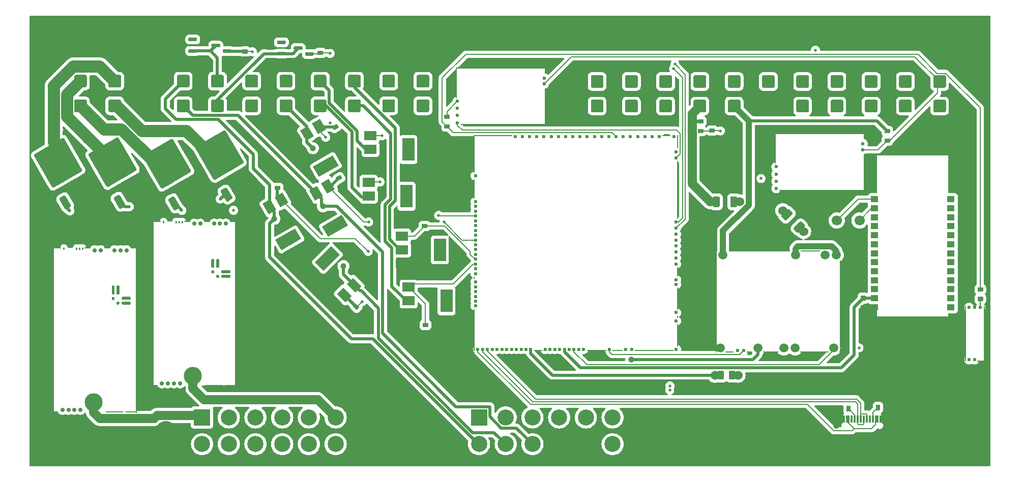
<source format=gtl>
G04 #@! TF.GenerationSoftware,KiCad,Pcbnew,7.0.9-7.0.9~ubuntu22.04.1*
G04 #@! TF.CreationDate,2023-12-28T21:10:10+00:00*
G04 #@! TF.ProjectId,uaeficopiedtovfr,75616566-6963-46f7-9069-6564746f7666,rev?*
G04 #@! TF.SameCoordinates,Original*
G04 #@! TF.FileFunction,Copper,L1,Top*
G04 #@! TF.FilePolarity,Positive*
%FSLAX46Y46*%
G04 Gerber Fmt 4.6, Leading zero omitted, Abs format (unit mm)*
G04 Created by KiCad (PCBNEW 7.0.9-7.0.9~ubuntu22.04.1) date 2023-12-28 21:10:10*
%MOMM*%
%LPD*%
G01*
G04 APERTURE LIST*
G04 #@! TA.AperFunction,ComponentPad*
%ADD10C,1.524000*%
G04 #@! TD*
G04 #@! TA.AperFunction,SMDPad,CuDef*
%ADD11R,2.000000X1.500000*%
G04 #@! TD*
G04 #@! TA.AperFunction,SMDPad,CuDef*
%ADD12R,2.000000X3.800000*%
G04 #@! TD*
G04 #@! TA.AperFunction,ComponentPad*
%ADD13R,2.682000X2.682000*%
G04 #@! TD*
G04 #@! TA.AperFunction,ComponentPad*
%ADD14C,2.682000*%
G04 #@! TD*
G04 #@! TA.AperFunction,ComponentPad*
%ADD15C,3.240000*%
G04 #@! TD*
G04 #@! TA.AperFunction,ComponentPad*
%ADD16C,5.600000*%
G04 #@! TD*
G04 #@! TA.AperFunction,ComponentPad*
%ADD17C,0.600000*%
G04 #@! TD*
G04 #@! TA.AperFunction,SMDPad,CuDef*
%ADD18O,1.225000X0.200000*%
G04 #@! TD*
G04 #@! TA.AperFunction,SMDPad,CuDef*
%ADD19O,0.200000X9.300000*%
G04 #@! TD*
G04 #@! TA.AperFunction,SMDPad,CuDef*
%ADD20R,0.250000X6.185000*%
G04 #@! TD*
G04 #@! TA.AperFunction,SMDPad,CuDef*
%ADD21R,0.250000X1.115000*%
G04 #@! TD*
G04 #@! TA.AperFunction,SMDPad,CuDef*
%ADD22R,14.275000X0.250000*%
G04 #@! TD*
G04 #@! TA.AperFunction,SMDPad,CuDef*
%ADD23R,15.100000X0.250000*%
G04 #@! TD*
G04 #@! TA.AperFunction,SMDPad,CuDef*
%ADD24R,0.250000X5.175000*%
G04 #@! TD*
G04 #@! TA.AperFunction,ComponentPad*
%ADD25C,0.700000*%
G04 #@! TD*
G04 #@! TA.AperFunction,SMDPad,CuDef*
%ADD26C,3.000000*%
G04 #@! TD*
G04 #@! TA.AperFunction,SMDPad,CuDef*
%ADD27R,3.000000X0.250000*%
G04 #@! TD*
G04 #@! TA.AperFunction,SMDPad,CuDef*
%ADD28R,1.100000X0.250000*%
G04 #@! TD*
G04 #@! TA.AperFunction,SMDPad,CuDef*
%ADD29R,0.980000X0.250000*%
G04 #@! TD*
G04 #@! TA.AperFunction,SMDPad,CuDef*
%ADD30R,1.450000X0.250000*%
G04 #@! TD*
G04 #@! TA.AperFunction,SMDPad,CuDef*
%ADD31R,0.250000X27.600000*%
G04 #@! TD*
G04 #@! TA.AperFunction,SMDPad,CuDef*
%ADD32R,1.950000X0.250000*%
G04 #@! TD*
G04 #@! TA.AperFunction,SMDPad,CuDef*
%ADD33R,0.950000X0.250000*%
G04 #@! TD*
G04 #@! TA.AperFunction,ComponentPad*
%ADD34C,1.500000*%
G04 #@! TD*
G04 #@! TA.AperFunction,SMDPad,CuDef*
%ADD35O,3.300000X0.200000*%
G04 #@! TD*
G04 #@! TA.AperFunction,SMDPad,CuDef*
%ADD36O,10.200000X0.200000*%
G04 #@! TD*
G04 #@! TA.AperFunction,SMDPad,CuDef*
%ADD37O,0.300000X0.200000*%
G04 #@! TD*
G04 #@! TA.AperFunction,SMDPad,CuDef*
%ADD38O,0.200000X17.000000*%
G04 #@! TD*
G04 #@! TA.AperFunction,SMDPad,CuDef*
%ADD39O,0.200000X15.400000*%
G04 #@! TD*
G04 #@! TA.AperFunction,SMDPad,CuDef*
%ADD40O,4.800000X0.200000*%
G04 #@! TD*
G04 #@! TA.AperFunction,SMDPad,CuDef*
%ADD41O,2.600000X0.200000*%
G04 #@! TD*
G04 #@! TA.AperFunction,SMDPad,CuDef*
%ADD42O,1.000000X0.200000*%
G04 #@! TD*
G04 #@! TA.AperFunction,SMDPad,CuDef*
%ADD43O,1.500000X0.200000*%
G04 #@! TD*
G04 #@! TA.AperFunction,ComponentPad*
%ADD44C,1.700000*%
G04 #@! TD*
G04 #@! TA.AperFunction,SMDPad,CuDef*
%ADD45R,0.300000X1.150000*%
G04 #@! TD*
G04 #@! TA.AperFunction,ComponentPad*
%ADD46O,1.000000X2.100000*%
G04 #@! TD*
G04 #@! TA.AperFunction,ComponentPad*
%ADD47O,1.000000X1.600000*%
G04 #@! TD*
G04 #@! TA.AperFunction,SMDPad,CuDef*
%ADD48R,0.200000X3.700000*%
G04 #@! TD*
G04 #@! TA.AperFunction,SMDPad,CuDef*
%ADD49R,0.200000X0.400000*%
G04 #@! TD*
G04 #@! TA.AperFunction,SMDPad,CuDef*
%ADD50R,0.200000X1.600000*%
G04 #@! TD*
G04 #@! TA.AperFunction,SMDPad,CuDef*
%ADD51R,0.200000X9.700000*%
G04 #@! TD*
G04 #@! TA.AperFunction,SMDPad,CuDef*
%ADD52R,0.200000X2.300000*%
G04 #@! TD*
G04 #@! TA.AperFunction,SMDPad,CuDef*
%ADD53R,1.400000X0.200000*%
G04 #@! TD*
G04 #@! TA.AperFunction,SMDPad,CuDef*
%ADD54R,6.400000X0.200000*%
G04 #@! TD*
G04 #@! TA.AperFunction,SMDPad,CuDef*
%ADD55R,1.700000X0.200000*%
G04 #@! TD*
G04 #@! TA.AperFunction,SMDPad,CuDef*
%ADD56R,3.300000X0.200000*%
G04 #@! TD*
G04 #@! TA.AperFunction,SMDPad,CuDef*
%ADD57R,0.200000X7.000000*%
G04 #@! TD*
G04 #@! TA.AperFunction,SMDPad,CuDef*
%ADD58R,0.200000X3.300000*%
G04 #@! TD*
G04 #@! TA.AperFunction,SMDPad,CuDef*
%ADD59R,0.200000X6.300000*%
G04 #@! TD*
G04 #@! TA.AperFunction,SMDPad,CuDef*
%ADD60R,1.300000X1.000000*%
G04 #@! TD*
G04 #@! TA.AperFunction,ViaPad*
%ADD61C,1.000000*%
G04 #@! TD*
G04 #@! TA.AperFunction,ViaPad*
%ADD62C,0.500000*%
G04 #@! TD*
G04 #@! TA.AperFunction,ViaPad*
%ADD63C,1.524000*%
G04 #@! TD*
G04 #@! TA.AperFunction,Conductor*
%ADD64C,0.200000*%
G04 #@! TD*
G04 #@! TA.AperFunction,Conductor*
%ADD65C,0.500000*%
G04 #@! TD*
G04 #@! TA.AperFunction,Conductor*
%ADD66C,1.000000*%
G04 #@! TD*
G04 #@! TA.AperFunction,Conductor*
%ADD67C,1.500000*%
G04 #@! TD*
G04 #@! TA.AperFunction,Conductor*
%ADD68C,2.000000*%
G04 #@! TD*
G04 APERTURE END LIST*
D10*
G04 #@! TO.P,R4,1,1*
G04 #@! TO.N,Net-(M1-PG_5VP)*
X118105000Y15275000D03*
G04 #@! TA.AperFunction,SMDPad,CuDef*
G36*
G01*
X117650001Y15900000D02*
X117650001Y14650000D01*
G75*
G02*
X117550001Y14550000I-100000J0D01*
G01*
X116750001Y14550000D01*
G75*
G02*
X116650001Y14650000I0J100000D01*
G01*
X116650001Y15900000D01*
G75*
G02*
X116750001Y16000000I100000J0D01*
G01*
X117550001Y16000000D01*
G75*
G02*
X117650001Y15900000I0J-100000D01*
G01*
G37*
G04 #@! TD.AperFunction*
G04 #@! TO.P,R4,2,2*
G04 #@! TO.N,/PG_5VP*
G04 #@! TA.AperFunction,SMDPad,CuDef*
G36*
G01*
X115749979Y15900000D02*
X115749979Y14650000D01*
G75*
G02*
X115649979Y14550000I-100000J0D01*
G01*
X114849979Y14550000D01*
G75*
G02*
X114749979Y14650000I0J100000D01*
G01*
X114749979Y15900000D01*
G75*
G02*
X114849979Y16000000I100000J0D01*
G01*
X115649979Y16000000D01*
G75*
G02*
X115749979Y15900000I0J-100000D01*
G01*
G37*
G04 #@! TD.AperFunction*
X114295000Y15275000D03*
G04 #@! TD*
G04 #@! TO.P,R1,1*
G04 #@! TO.N,+5VP*
G04 #@! TA.AperFunction,SMDPad,CuDef*
G36*
G01*
X142560000Y56325000D02*
X143340000Y56325000D01*
G75*
G02*
X143410000Y56255000I0J-70000D01*
G01*
X143410000Y55695000D01*
G75*
G02*
X143340000Y55625000I-70000J0D01*
G01*
X142560000Y55625000D01*
G75*
G02*
X142490000Y55695000I0J70000D01*
G01*
X142490000Y56255000D01*
G75*
G02*
X142560000Y56325000I70000J0D01*
G01*
G37*
G04 #@! TD.AperFunction*
G04 #@! TO.P,R1,2*
G04 #@! TO.N,/CAM{slash}CRANK-*
G04 #@! TA.AperFunction,SMDPad,CuDef*
G36*
G01*
X142560000Y54725000D02*
X143340000Y54725000D01*
G75*
G02*
X143410000Y54655000I0J-70000D01*
G01*
X143410000Y54095000D01*
G75*
G02*
X143340000Y54025000I-70000J0D01*
G01*
X142560000Y54025000D01*
G75*
G02*
X142490000Y54095000I0J70000D01*
G01*
X142490000Y54655000D01*
G75*
G02*
X142560000Y54725000I70000J0D01*
G01*
G37*
G04 #@! TD.AperFunction*
G04 #@! TD*
D11*
G04 #@! TO.P,Q14,1,G*
G04 #@! TO.N,/INJ2*
X56950000Y55200000D03*
G04 #@! TO.P,Q14,2,D*
G04 #@! TO.N,/INJOUT2*
X56950000Y52900000D03*
G04 #@! TO.P,Q14,3,S*
G04 #@! TO.N,GND*
X56950000Y50600000D03*
D12*
G04 #@! TO.P,Q14,4*
G04 #@! TO.N,N/C*
X63250000Y52900000D03*
G04 #@! TD*
D13*
G04 #@! TO.P,J4,1,1*
G04 #@! TO.N,unconnected-(J4-Pad1)*
X75010000Y8225000D03*
D14*
G04 #@! TO.P,J4,2,2*
G04 #@! TO.N,unconnected-(J4-Pad2)*
X79460000Y8225000D03*
G04 #@! TO.P,J4,3,3*
G04 #@! TO.N,/IN_FLEX*
X83900000Y8225000D03*
G04 #@! TO.P,J4,4,4*
G04 #@! TO.N,/IN_KNOCK_RAW*
X88350000Y8225000D03*
G04 #@! TO.P,J4,5,5*
G04 #@! TO.N,+12V_RAW*
X92790000Y8225000D03*
G04 #@! TO.P,J4,6,6*
G04 #@! TO.N,/CAN-*
X97240000Y8225000D03*
G04 #@! TO.P,J4,7,7*
G04 #@! TO.N,/CAN+*
X97240000Y3775000D03*
G04 #@! TO.P,J4,8,8*
G04 #@! TO.N,GND*
X92790000Y3775000D03*
G04 #@! TO.P,J4,9,9*
X88350000Y3775000D03*
G04 #@! TO.P,J4,10,10*
G04 #@! TO.N,/OUT_LS2*
X83900000Y3775000D03*
G04 #@! TO.P,J4,11,11*
G04 #@! TO.N,/INTAKEFLAP*
X79460000Y3775000D03*
G04 #@! TO.P,J4,12,12*
G04 #@! TO.N,/OUT_LS3*
X75010000Y3775000D03*
D15*
G04 #@! TO.P,J4,MH1,MH1*
G04 #@! TO.N,GND*
X68975000Y5995000D03*
G04 #@! TO.P,J4,MH2,MH2*
X103265000Y5995000D03*
G04 #@! TD*
D16*
G04 #@! TO.P,H2,1,1*
G04 #@! TO.N,GND*
X41350000Y19550000D03*
G04 #@! TD*
G04 #@! TA.AperFunction,SMDPad,CuDef*
G04 #@! TO.P,Q8,1,G*
G04 #@! TO.N,/LS2*
G36*
X48717339Y47244005D02*
G01*
X50016377Y47994005D01*
X51016377Y46261955D01*
X49717339Y45511955D01*
X48717339Y47244005D01*
G37*
G04 #@! TD.AperFunction*
G04 #@! TA.AperFunction,SMDPad,CuDef*
G04 #@! TO.P,Q8,2,D*
G04 #@! TO.N,/OUT_LS2*
G36*
X46725481Y46094005D02*
G01*
X48024519Y46844005D01*
X49024519Y45111955D01*
X47725481Y44361955D01*
X46725481Y46094005D01*
G37*
G04 #@! TD.AperFunction*
G04 #@! TA.AperFunction,SMDPad,CuDef*
G04 #@! TO.P,Q8,3,S*
G04 #@! TO.N,GND*
G36*
X44733623Y44944005D02*
G01*
X46032661Y45694005D01*
X47032661Y43961955D01*
X45733623Y43211955D01*
X44733623Y44944005D01*
G37*
G04 #@! TD.AperFunction*
G04 #@! TA.AperFunction,SMDPad,CuDef*
G04 #@! TO.P,Q8,4*
G04 #@! TO.N,N/C*
G36*
X48879552Y40063045D02*
G01*
X52170448Y41963045D01*
X53170448Y40230995D01*
X49879552Y38330995D01*
X48879552Y40063045D01*
G37*
G04 #@! TD.AperFunction*
G04 #@! TD*
G04 #@! TO.P,R8,1*
G04 #@! TO.N,GND*
G04 #@! TA.AperFunction,SMDPad,CuDef*
G36*
G01*
X143350000Y10290000D02*
X143350000Y9510000D01*
G75*
G02*
X143280000Y9440000I-70000J0D01*
G01*
X142720000Y9440000D01*
G75*
G02*
X142650000Y9510000I0J70000D01*
G01*
X142650000Y10290000D01*
G75*
G02*
X142720000Y10360000I70000J0D01*
G01*
X143280000Y10360000D01*
G75*
G02*
X143350000Y10290000I0J-70000D01*
G01*
G37*
G04 #@! TD.AperFunction*
G04 #@! TO.P,R8,2*
G04 #@! TO.N,Net-(J9-CC2)*
G04 #@! TA.AperFunction,SMDPad,CuDef*
G36*
G01*
X141750000Y10290000D02*
X141750000Y9510000D01*
G75*
G02*
X141680000Y9440000I-70000J0D01*
G01*
X141120000Y9440000D01*
G75*
G02*
X141050000Y9510000I0J70000D01*
G01*
X141050000Y10290000D01*
G75*
G02*
X141120000Y10360000I70000J0D01*
G01*
X141680000Y10360000D01*
G75*
G02*
X141750000Y10290000I0J-70000D01*
G01*
G37*
G04 #@! TD.AperFunction*
G04 #@! TD*
G04 #@! TA.AperFunction,SMDPad,CuDef*
G04 #@! TO.P,Q10,1,G*
G04 #@! TO.N,/LS4*
G36*
X53838478Y28469491D02*
G01*
X52777818Y27408831D01*
X51363604Y28823045D01*
X52424264Y29883705D01*
X53838478Y28469491D01*
G37*
G04 #@! TD.AperFunction*
G04 #@! TA.AperFunction,SMDPad,CuDef*
G04 #@! TO.P,Q10,2,D*
G04 #@! TO.N,/INTAKEFLAP*
G36*
X55464823Y30095837D02*
G01*
X54404163Y29035177D01*
X52989949Y30449391D01*
X54050609Y31510051D01*
X55464823Y30095837D01*
G37*
G04 #@! TD.AperFunction*
G04 #@! TA.AperFunction,SMDPad,CuDef*
G04 #@! TO.P,Q10,3,S*
G04 #@! TO.N,GND*
G36*
X57091169Y31722182D02*
G01*
X56030509Y30661522D01*
X54616295Y32075736D01*
X55676955Y33136396D01*
X57091169Y31722182D01*
G37*
G04 #@! TD.AperFunction*
G04 #@! TA.AperFunction,SMDPad,CuDef*
G04 #@! TO.P,Q10,4*
G04 #@! TO.N,N/C*
G36*
X51823224Y35363782D02*
G01*
X49136218Y32676776D01*
X47722004Y34090990D01*
X50409010Y36777996D01*
X51823224Y35363782D01*
G37*
G04 #@! TD.AperFunction*
G04 #@! TD*
G04 #@! TO.P,R32,1*
G04 #@! TO.N,GND*
G04 #@! TA.AperFunction,SMDPad,CuDef*
G36*
G01*
X65560000Y42100000D02*
X66340000Y42100000D01*
G75*
G02*
X66410000Y42030000I0J-70000D01*
G01*
X66410000Y41470000D01*
G75*
G02*
X66340000Y41400000I-70000J0D01*
G01*
X65560000Y41400000D01*
G75*
G02*
X65490000Y41470000I0J70000D01*
G01*
X65490000Y42030000D01*
G75*
G02*
X65560000Y42100000I70000J0D01*
G01*
G37*
G04 #@! TD.AperFunction*
G04 #@! TO.P,R32,2*
G04 #@! TO.N,/INJ4*
G04 #@! TA.AperFunction,SMDPad,CuDef*
G36*
G01*
X65560000Y40500000D02*
X66340000Y40500000D01*
G75*
G02*
X66410000Y40430000I0J-70000D01*
G01*
X66410000Y39870000D01*
G75*
G02*
X66340000Y39800000I-70000J0D01*
G01*
X65560000Y39800000D01*
G75*
G02*
X65490000Y39870000I0J70000D01*
G01*
X65490000Y40430000D01*
G75*
G02*
X65560000Y40500000I70000J0D01*
G01*
G37*
G04 #@! TD.AperFunction*
G04 #@! TD*
D17*
G04 #@! TO.P,M2,E1,V5A*
G04 #@! TO.N,+5VA*
X156575002Y26550000D03*
D18*
G04 #@! TO.P,M2,E2,GND*
G04 #@! TO.N,GND*
X158550002Y17650000D03*
D19*
X155975002Y22200000D03*
X159075002Y22200000D03*
D17*
X157525002Y26550000D03*
G04 #@! TO.P,M2,E3,OUT_KNOCK*
G04 #@! TO.N,/IN_KNOCK*
X158475000Y26550000D03*
G04 #@! TO.P,M2,W1,IN_KNOCK*
G04 #@! TO.N,/IN_KNOCK_RAW*
X157475002Y17850000D03*
G04 #@! TO.P,M2,W2,VREF*
G04 #@! TO.N,/VREF1*
X156575002Y17850000D03*
G04 #@! TD*
G04 #@! TO.P,M3,E1,Thresh_IN*
G04 #@! TO.N,/VR1_THRESHOLD*
X71425000Y59750000D03*
G04 #@! TO.P,M3,E2,OUT_A*
G04 #@! TO.N,/VR1_A*
X71425000Y60950000D03*
G04 #@! TO.P,M3,E3,OUT*
G04 #@! TO.N,/VR1*
X71425000Y58550000D03*
G04 #@! TO.P,M3,E4,V5_IN*
G04 #@! TO.N,+5VA*
X71425000Y57350000D03*
D20*
G04 #@! TO.P,M3,G,GND*
G04 #@! TO.N,GND*
X86075000Y60017500D03*
D21*
X86075000Y66067500D03*
D22*
X79062500Y57050000D03*
D23*
X78650000Y66500000D03*
D24*
X71225000Y64037500D03*
D17*
G04 #@! TO.P,M3,W1,VR-*
G04 #@! TO.N,/CAM{slash}CRANK-*
X85850000Y63810000D03*
G04 #@! TO.P,M3,W2,VR+*
G04 #@! TO.N,/CAM+*
X85850000Y64810000D03*
G04 #@! TD*
G04 #@! TO.P,R2,1*
G04 #@! TO.N,/IN_VMAIN*
G04 #@! TA.AperFunction,SMDPad,CuDef*
G36*
G01*
X112290000Y55625000D02*
X111510000Y55625000D01*
G75*
G02*
X111440000Y55695000I0J70000D01*
G01*
X111440000Y56255000D01*
G75*
G02*
X111510000Y56325000I70000J0D01*
G01*
X112290000Y56325000D01*
G75*
G02*
X112360000Y56255000I0J-70000D01*
G01*
X112360000Y55695000D01*
G75*
G02*
X112290000Y55625000I-70000J0D01*
G01*
G37*
G04 #@! TD.AperFunction*
G04 #@! TO.P,R2,2*
G04 #@! TO.N,+12V*
G04 #@! TA.AperFunction,SMDPad,CuDef*
G36*
G01*
X112290000Y57225000D02*
X111510000Y57225000D01*
G75*
G02*
X111440000Y57295000I0J70000D01*
G01*
X111440000Y57855000D01*
G75*
G02*
X111510000Y57925000I70000J0D01*
G01*
X112290000Y57925000D01*
G75*
G02*
X112360000Y57855000I0J-70000D01*
G01*
X112360000Y57295000D01*
G75*
G02*
X112290000Y57225000I-70000J0D01*
G01*
G37*
G04 #@! TD.AperFunction*
G04 #@! TD*
G04 #@! TO.P,R31,1*
G04 #@! TO.N,GND*
G04 #@! TA.AperFunction,SMDPad,CuDef*
G36*
G01*
X66490000Y21700000D02*
X65710000Y21700000D01*
G75*
G02*
X65640000Y21770000I0J70000D01*
G01*
X65640000Y22330000D01*
G75*
G02*
X65710000Y22400000I70000J0D01*
G01*
X66490000Y22400000D01*
G75*
G02*
X66560000Y22330000I0J-70000D01*
G01*
X66560000Y21770000D01*
G75*
G02*
X66490000Y21700000I-70000J0D01*
G01*
G37*
G04 #@! TD.AperFunction*
G04 #@! TO.P,R31,2*
G04 #@! TO.N,/INJ3*
G04 #@! TA.AperFunction,SMDPad,CuDef*
G36*
G01*
X66490000Y23300000D02*
X65710000Y23300000D01*
G75*
G02*
X65640000Y23370000I0J70000D01*
G01*
X65640000Y23930000D01*
G75*
G02*
X65710000Y24000000I70000J0D01*
G01*
X66490000Y24000000D01*
G75*
G02*
X66560000Y23930000I0J-70000D01*
G01*
X66560000Y23370000D01*
G75*
G02*
X66490000Y23300000I-70000J0D01*
G01*
G37*
G04 #@! TD.AperFunction*
G04 #@! TD*
G04 #@! TO.P,R23,1*
G04 #@! TO.N,GND*
G04 #@! TA.AperFunction,SMDPad,CuDef*
G36*
G01*
X41110000Y48450000D02*
X41890000Y48450000D01*
G75*
G02*
X41960000Y48380000I0J-70000D01*
G01*
X41960000Y47820000D01*
G75*
G02*
X41890000Y47750000I-70000J0D01*
G01*
X41110000Y47750000D01*
G75*
G02*
X41040000Y47820000I0J70000D01*
G01*
X41040000Y48380000D01*
G75*
G02*
X41110000Y48450000I70000J0D01*
G01*
G37*
G04 #@! TD.AperFunction*
G04 #@! TO.P,R23,2*
G04 #@! TO.N,/LS3*
G04 #@! TA.AperFunction,SMDPad,CuDef*
G36*
G01*
X41110000Y46850000D02*
X41890000Y46850000D01*
G75*
G02*
X41960000Y46780000I0J-70000D01*
G01*
X41960000Y46220000D01*
G75*
G02*
X41890000Y46150000I-70000J0D01*
G01*
X41110000Y46150000D01*
G75*
G02*
X41040000Y46220000I0J70000D01*
G01*
X41040000Y46780000D01*
G75*
G02*
X41110000Y46850000I70000J0D01*
G01*
G37*
G04 #@! TD.AperFunction*
G04 #@! TD*
D11*
G04 #@! TO.P,Q16,1,G*
G04 #@! TO.N,/INJ4*
X62200000Y38450000D03*
G04 #@! TO.P,Q16,2,D*
G04 #@! TO.N,/INJOUT4*
X62200000Y36150000D03*
G04 #@! TO.P,Q16,3,S*
G04 #@! TO.N,GND*
X62200000Y33850000D03*
D12*
G04 #@! TO.P,Q16,4*
G04 #@! TO.N,N/C*
X68500000Y36150000D03*
G04 #@! TD*
G04 #@! TA.AperFunction,SMDPad,CuDef*
G04 #@! TO.P,Q9,1,G*
G04 #@! TO.N,/LS3*
G36*
X40967339Y44994005D02*
G01*
X42266377Y45744005D01*
X43266377Y44011955D01*
X41967339Y43261955D01*
X40967339Y44994005D01*
G37*
G04 #@! TD.AperFunction*
G04 #@! TA.AperFunction,SMDPad,CuDef*
G04 #@! TO.P,Q9,2,D*
G04 #@! TO.N,/OUT_LS3*
G36*
X38975481Y43844005D02*
G01*
X40274519Y44594005D01*
X41274519Y42861955D01*
X39975481Y42111955D01*
X38975481Y43844005D01*
G37*
G04 #@! TD.AperFunction*
G04 #@! TA.AperFunction,SMDPad,CuDef*
G04 #@! TO.P,Q9,3,S*
G04 #@! TO.N,GND*
G36*
X36983623Y42694005D02*
G01*
X38282661Y43444005D01*
X39282661Y41711955D01*
X37983623Y40961955D01*
X36983623Y42694005D01*
G37*
G04 #@! TD.AperFunction*
G04 #@! TA.AperFunction,SMDPad,CuDef*
G04 #@! TO.P,Q9,4*
G04 #@! TO.N,N/C*
G36*
X41129552Y37813045D02*
G01*
X44420448Y39713045D01*
X45420448Y37980995D01*
X42129552Y36080995D01*
X41129552Y37813045D01*
G37*
G04 #@! TD.AperFunction*
G04 #@! TD*
D25*
G04 #@! TO.P,M7,E1,LSU_Un*
G04 #@! TO.N,/WBO2_Un*
X5675000Y9500000D03*
G04 #@! TO.P,M7,E2,LSU_Vm*
G04 #@! TO.N,/WBO2_Vm*
X8675000Y9500000D03*
G04 #@! TO.P,M7,E3,LSU_Ip*
G04 #@! TO.N,/WBO2_Ip*
X7675000Y9500000D03*
G04 #@! TO.P,M7,E4,LSU_Rtrim*
G04 #@! TO.N,/WBO2_Rtrim*
X6675000Y9500000D03*
D26*
G04 #@! TO.P,M7,E5,LSU_H+*
G04 #@! TO.N,/WBO2_Heater*
X10825000Y10750000D03*
D27*
G04 #@! TO.P,M7,E6,LSU_H-*
G04 #@! TO.N,GND*
X14325000Y9125000D03*
D28*
G04 #@! TO.P,M7,G,GND*
X17525000Y36475000D03*
D29*
X13185000Y36475000D03*
X9885000Y36475000D03*
D30*
X4800000Y36475000D03*
D31*
X17950000Y22800000D03*
X4200000Y22800000D03*
D32*
X17100000Y9125000D03*
D33*
X4550000Y9125000D03*
G04 #@! TO.P,M7,J1,SEL1*
G04 #@! TO.N,Net-(M7-PULL_DOWN1)*
G04 #@! TA.AperFunction,SMDPad,CuDef*
G36*
G01*
X16925000Y27050000D02*
X15675000Y27050000D01*
G75*
G02*
X15550000Y27175000I0J125000D01*
G01*
X15550000Y27425000D01*
G75*
G02*
X15675000Y27550000I125000J0D01*
G01*
X16925000Y27550000D01*
G75*
G02*
X17050000Y27425000I0J-125000D01*
G01*
X17050000Y27175000D01*
G75*
G02*
X16925000Y27050000I-125000J0D01*
G01*
G37*
G04 #@! TD.AperFunction*
G04 #@! TO.P,M7,J2,SEL2*
G04 #@! TO.N,unconnected-(M7-SEL2-PadJ2)*
G04 #@! TA.AperFunction,SMDPad,CuDef*
G36*
G01*
X14250000Y28725000D02*
X14000000Y28725000D01*
G75*
G02*
X13875000Y28850000I0J125000D01*
G01*
X13875000Y30100000D01*
G75*
G02*
X14000000Y30225000I125000J0D01*
G01*
X14250000Y30225000D01*
G75*
G02*
X14375000Y30100000I0J-125000D01*
G01*
X14375000Y28850000D01*
G75*
G02*
X14250000Y28725000I-125000J0D01*
G01*
G37*
G04 #@! TD.AperFunction*
G04 #@! TO.P,M7,J_GND1,PULL_DOWN1*
G04 #@! TO.N,Net-(M7-PULL_DOWN1)*
G04 #@! TA.AperFunction,SMDPad,CuDef*
G36*
G01*
X16925000Y27850000D02*
X15675000Y27850000D01*
G75*
G02*
X15550000Y27975000I0J125000D01*
G01*
X15550000Y28225000D01*
G75*
G02*
X15675000Y28350000I125000J0D01*
G01*
X16925000Y28350000D01*
G75*
G02*
X17050000Y28225000I0J-125000D01*
G01*
X17050000Y27975000D01*
G75*
G02*
X16925000Y27850000I-125000J0D01*
G01*
G37*
G04 #@! TD.AperFunction*
G04 #@! TO.P,M7,J_GND2,PULL_DOWN2*
G04 #@! TO.N,unconnected-(M7-PULL_DOWN2-PadJ_GND2)*
G04 #@! TA.AperFunction,SMDPad,CuDef*
G36*
G01*
X14375000Y28175000D02*
X14375000Y27925000D01*
G75*
G02*
X14250000Y27800000I-125000J0D01*
G01*
X14000000Y27800000D01*
G75*
G02*
X13875000Y27925000I0J125000D01*
G01*
X13875000Y28175000D01*
G75*
G02*
X14000000Y28300000I125000J0D01*
G01*
X14250000Y28300000D01*
G75*
G02*
X14375000Y28175000I0J-125000D01*
G01*
G37*
G04 #@! TD.AperFunction*
G04 #@! TO.P,M7,J_VCC1,PULL_UP1*
G04 #@! TO.N,unconnected-(M7-PULL_UP1-PadJ_VCC1)*
G04 #@! TA.AperFunction,SMDPad,CuDef*
G36*
G01*
X15050000Y27050000D02*
X14800000Y27050000D01*
G75*
G02*
X14675000Y27175000I0J125000D01*
G01*
X14675000Y27425000D01*
G75*
G02*
X14800000Y27550000I125000J0D01*
G01*
X15050000Y27550000D01*
G75*
G02*
X15175000Y27425000I0J-125000D01*
G01*
X15175000Y27175000D01*
G75*
G02*
X15050000Y27050000I-125000J0D01*
G01*
G37*
G04 #@! TD.AperFunction*
G04 #@! TO.P,M7,J_VCC2,PULL_UP2*
G04 #@! TO.N,unconnected-(M7-PULL_UP2-PadJ_VCC2)*
G04 #@! TA.AperFunction,SMDPad,CuDef*
G36*
G01*
X15050000Y28725000D02*
X14800000Y28725000D01*
G75*
G02*
X14675000Y28850000I0J125000D01*
G01*
X14675000Y30100000D01*
G75*
G02*
X14800000Y30225000I125000J0D01*
G01*
X15050000Y30225000D01*
G75*
G02*
X15175000Y30100000I0J-125000D01*
G01*
X15175000Y28850000D01*
G75*
G02*
X15050000Y28725000I-125000J0D01*
G01*
G37*
G04 #@! TD.AperFunction*
D25*
G04 #@! TO.P,M7,W1,V5_IN*
G04 #@! TO.N,+5VA*
X15325000Y36091200D03*
G04 #@! TO.P,M7,W2,CAN_VIO*
G04 #@! TO.N,unconnected-(M7-CAN_VIO-PadW2)*
X14325000Y36091200D03*
G04 #@! TO.P,M7,W3,CANL*
G04 #@! TO.N,/CAN-*
X11029000Y36091200D03*
G04 #@! TO.P,M7,W4,CANH*
G04 #@! TO.N,/CAN+*
X12045000Y36091200D03*
G04 #@! TO.P,M7,W5,nReset*
G04 #@! TO.N,Net-(J3-Pin_5)*
G04 #@! TA.AperFunction,SMDPad,CuDef*
G36*
G01*
X9025000Y36600000D02*
X9025000Y36600000D01*
G75*
G02*
X9150000Y36475000I0J-125000D01*
G01*
X9150000Y36225000D01*
G75*
G02*
X9025000Y36100000I-125000J0D01*
G01*
X9025000Y36100000D01*
G75*
G02*
X8900000Y36225000I0J125000D01*
G01*
X8900000Y36475000D01*
G75*
G02*
X9025000Y36600000I125000J0D01*
G01*
G37*
G04 #@! TD.AperFunction*
G04 #@! TO.P,M7,W6,SWDIO*
G04 #@! TO.N,Net-(J3-Pin_4)*
G04 #@! TA.AperFunction,SMDPad,CuDef*
G36*
G01*
X8525000Y36600000D02*
X8525000Y36600000D01*
G75*
G02*
X8650000Y36475000I0J-125000D01*
G01*
X8650000Y36225000D01*
G75*
G02*
X8525000Y36100000I-125000J0D01*
G01*
X8525000Y36100000D01*
G75*
G02*
X8400000Y36225000I0J125000D01*
G01*
X8400000Y36475000D01*
G75*
G02*
X8525000Y36600000I125000J0D01*
G01*
G37*
G04 #@! TD.AperFunction*
G04 #@! TO.P,M7,W7,SWCLK*
G04 #@! TO.N,Net-(J3-Pin_2)*
G04 #@! TA.AperFunction,SMDPad,CuDef*
G36*
G01*
X8025000Y36600000D02*
X8025000Y36600000D01*
G75*
G02*
X8150000Y36475000I0J-125000D01*
G01*
X8150000Y36225000D01*
G75*
G02*
X8025000Y36100000I-125000J0D01*
G01*
X8025000Y36100000D01*
G75*
G02*
X7900000Y36225000I0J125000D01*
G01*
X7900000Y36475000D01*
G75*
G02*
X8025000Y36600000I125000J0D01*
G01*
G37*
G04 #@! TD.AperFunction*
G04 #@! TO.P,M7,W8,V33_OUT*
G04 #@! TO.N,Net-(J3-Pin_1)*
G04 #@! TA.AperFunction,SMDPad,CuDef*
G36*
G01*
X5925000Y36600000D02*
X5925000Y36600000D01*
G75*
G02*
X6050000Y36475000I0J-125000D01*
G01*
X6050000Y36225000D01*
G75*
G02*
X5925000Y36100000I-125000J0D01*
G01*
X5925000Y36100000D01*
G75*
G02*
X5800000Y36225000I0J125000D01*
G01*
X5800000Y36475000D01*
G75*
G02*
X5925000Y36600000I125000J0D01*
G01*
G37*
G04 #@! TD.AperFunction*
G04 #@! TO.P,M7,W9,VDDA*
G04 #@! TO.N,unconnected-(M7-VDDA-PadW9)*
X16325000Y36091200D03*
G04 #@! TD*
D34*
G04 #@! TO.P,M1,E1,VBAT*
G04 #@! TO.N,/VBAT*
X134024999Y19800005D03*
G04 #@! TO.P,M1,E2,V12*
G04 #@! TO.N,unconnected-(M1-V12-PadE2)*
X127625002Y19800005D03*
G04 #@! TO.P,M1,E3,VIGN*
G04 #@! TO.N,/VIGN*
X125724999Y19800005D03*
G04 #@! TO.P,M1,E4,V5*
G04 #@! TO.N,+5V*
X121424999Y19800005D03*
D17*
G04 #@! TO.P,M1,E5,EN_5VP*
G04 #@! TO.N,/PWR_EN*
X119025002Y19350006D03*
G04 #@! TO.P,M1,E6,PG_5VP*
G04 #@! TO.N,Net-(M1-PG_5VP)*
X118025001Y19350006D03*
D35*
G04 #@! TO.P,M1,S1,GND*
G04 #@! TO.N,GND*
X130174999Y35950001D03*
D36*
X121675001Y35950001D03*
D37*
X114574999Y35950001D03*
D38*
X114524999Y27550003D03*
D39*
X135124999Y26750002D03*
D34*
X115174999Y19800005D03*
D37*
X135074999Y19150004D03*
D40*
X130875001Y19150004D03*
D41*
X123524999Y19150004D03*
D42*
X120025002Y19150004D03*
D43*
X116725001Y19150004D03*
D34*
G04 #@! TO.P,M1,V1,V12_PERM*
G04 #@! TO.N,+12V_RAW*
X134475001Y35300002D03*
G04 #@! TO.P,M1,V2,IN_VIGN*
G04 #@! TO.N,/IN_VIGN*
X132625002Y35300002D03*
G04 #@! TO.P,M1,V3,V12_RAW*
G04 #@! TO.N,+12V_RAW*
X127674999Y35300002D03*
G04 #@! TO.P,M1,V4,5VP*
G04 #@! TO.N,+5VP*
X115625001Y35300002D03*
G04 #@! TD*
D11*
G04 #@! TO.P,Q13,1,G*
G04 #@! TO.N,/INJ1*
X56650000Y47400000D03*
G04 #@! TO.P,Q13,2,D*
G04 #@! TO.N,/INJOUT1*
X56650000Y45100000D03*
G04 #@! TO.P,Q13,3,S*
G04 #@! TO.N,GND*
X56650000Y42800000D03*
D12*
G04 #@! TO.P,Q13,4*
G04 #@! TO.N,N/C*
X62950000Y45100000D03*
G04 #@! TD*
G04 #@! TO.P,R26,1*
G04 #@! TO.N,/LS_WEAK2*
G04 #@! TA.AperFunction,SMDPad,CuDef*
G36*
G01*
X36440000Y68875000D02*
X35660000Y68875000D01*
G75*
G02*
X35590000Y68945000I0J70000D01*
G01*
X35590000Y69505000D01*
G75*
G02*
X35660000Y69575000I70000J0D01*
G01*
X36440000Y69575000D01*
G75*
G02*
X36510000Y69505000I0J-70000D01*
G01*
X36510000Y68945000D01*
G75*
G02*
X36440000Y68875000I-70000J0D01*
G01*
G37*
G04 #@! TD.AperFunction*
G04 #@! TO.P,R26,2*
G04 #@! TO.N,GND*
G04 #@! TA.AperFunction,SMDPad,CuDef*
G36*
G01*
X36440000Y70475000D02*
X35660000Y70475000D01*
G75*
G02*
X35590000Y70545000I0J70000D01*
G01*
X35590000Y71105000D01*
G75*
G02*
X35660000Y71175000I70000J0D01*
G01*
X36440000Y71175000D01*
G75*
G02*
X36510000Y71105000I0J-70000D01*
G01*
X36510000Y70545000D01*
G75*
G02*
X36440000Y70475000I-70000J0D01*
G01*
G37*
G04 #@! TD.AperFunction*
G04 #@! TD*
G04 #@! TO.P,C1,1*
G04 #@! TO.N,GND*
G04 #@! TA.AperFunction,SMDPad,CuDef*
G36*
G01*
X139290000Y26084999D02*
X138610000Y26084999D01*
G75*
G02*
X138525000Y26169999I0J85000D01*
G01*
X138525000Y26849999D01*
G75*
G02*
X138610000Y26934999I85000J0D01*
G01*
X139290000Y26934999D01*
G75*
G02*
X139375000Y26849999I0J-85000D01*
G01*
X139375000Y26169999D01*
G75*
G02*
X139290000Y26084999I-85000J0D01*
G01*
G37*
G04 #@! TD.AperFunction*
G04 #@! TO.P,C1,2*
G04 #@! TO.N,+3.3VA*
G04 #@! TA.AperFunction,SMDPad,CuDef*
G36*
G01*
X139290000Y27665001D02*
X138610000Y27665001D01*
G75*
G02*
X138525000Y27750001I0J85000D01*
G01*
X138525000Y28430001D01*
G75*
G02*
X138610000Y28515001I85000J0D01*
G01*
X139290000Y28515001D01*
G75*
G02*
X139375000Y28430001I0J-85000D01*
G01*
X139375000Y27750001D01*
G75*
G02*
X139290000Y27665001I-85000J0D01*
G01*
G37*
G04 #@! TD.AperFunction*
G04 #@! TD*
G04 #@! TA.AperFunction,SMDPad,CuDef*
G04 #@! TO.P,Q7,1,G*
G04 #@! TO.N,/LS1*
G36*
X47217339Y57219005D02*
G01*
X48516377Y57969005D01*
X49516377Y56236955D01*
X48217339Y55486955D01*
X47217339Y57219005D01*
G37*
G04 #@! TD.AperFunction*
G04 #@! TA.AperFunction,SMDPad,CuDef*
G04 #@! TO.P,Q7,2,D*
G04 #@! TO.N,/FUELPUMP_LS*
G36*
X45225481Y56069005D02*
G01*
X46524519Y56819005D01*
X47524519Y55086955D01*
X46225481Y54336955D01*
X45225481Y56069005D01*
G37*
G04 #@! TD.AperFunction*
G04 #@! TA.AperFunction,SMDPad,CuDef*
G04 #@! TO.P,Q7,3,S*
G04 #@! TO.N,GND*
G36*
X43233623Y54919005D02*
G01*
X44532661Y55669005D01*
X45532661Y53936955D01*
X44233623Y53186955D01*
X43233623Y54919005D01*
G37*
G04 #@! TD.AperFunction*
G04 #@! TA.AperFunction,SMDPad,CuDef*
G04 #@! TO.P,Q7,4*
G04 #@! TO.N,N/C*
G36*
X47379552Y50038045D02*
G01*
X50670448Y51938045D01*
X51670448Y50205995D01*
X48379552Y48305995D01*
X47379552Y50038045D01*
G37*
G04 #@! TD.AperFunction*
G04 #@! TD*
G04 #@! TO.P,U1,A1,A1*
G04 #@! TO.N,unconnected-(U1-PadA1)*
G04 #@! TA.AperFunction,ComponentPad*
G36*
G01*
X64625000Y59375001D02*
X64625000Y60974999D01*
G75*
G02*
X64875001Y61225000I250001J0D01*
G01*
X66474999Y61225000D01*
G75*
G02*
X66725000Y60974999I0J-250001D01*
G01*
X66725000Y59375001D01*
G75*
G02*
X66474999Y59125000I-250001J0D01*
G01*
X64875001Y59125000D01*
G75*
G02*
X64625000Y59375001I0J250001D01*
G01*
G37*
G04 #@! TD.AperFunction*
G04 #@! TO.P,U1,A2,A2*
G04 #@! TO.N,unconnected-(U1-PadA2)*
G04 #@! TA.AperFunction,ComponentPad*
G36*
G01*
X58925000Y59375001D02*
X58925000Y60974999D01*
G75*
G02*
X59175001Y61225000I250001J0D01*
G01*
X60774999Y61225000D01*
G75*
G02*
X61025000Y60974999I0J-250001D01*
G01*
X61025000Y59375001D01*
G75*
G02*
X60774999Y59125000I-250001J0D01*
G01*
X59175001Y59125000D01*
G75*
G02*
X58925000Y59375001I0J250001D01*
G01*
G37*
G04 #@! TD.AperFunction*
G04 #@! TO.P,U1,A3,A3*
G04 #@! TO.N,/INJOUT3*
G04 #@! TA.AperFunction,ComponentPad*
G36*
G01*
X53225000Y59375001D02*
X53225000Y60974999D01*
G75*
G02*
X53475001Y61225000I250001J0D01*
G01*
X55074999Y61225000D01*
G75*
G02*
X55325000Y60974999I0J-250001D01*
G01*
X55325000Y59375001D01*
G75*
G02*
X55074999Y59125000I-250001J0D01*
G01*
X53475001Y59125000D01*
G75*
G02*
X53225000Y59375001I0J250001D01*
G01*
G37*
G04 #@! TD.AperFunction*
G04 #@! TO.P,U1,A4,A4*
G04 #@! TO.N,/INJOUT1*
G04 #@! TA.AperFunction,ComponentPad*
G36*
G01*
X47525000Y59375001D02*
X47525000Y60974999D01*
G75*
G02*
X47775001Y61225000I250001J0D01*
G01*
X49374999Y61225000D01*
G75*
G02*
X49625000Y60974999I0J-250001D01*
G01*
X49625000Y59375001D01*
G75*
G02*
X49374999Y59125000I-250001J0D01*
G01*
X47775001Y59125000D01*
G75*
G02*
X47525000Y59375001I0J250001D01*
G01*
G37*
G04 #@! TD.AperFunction*
G04 #@! TO.P,U1,A5,A5*
G04 #@! TO.N,/FUELPUMP_LS*
G04 #@! TA.AperFunction,ComponentPad*
G36*
G01*
X41825000Y59375001D02*
X41825000Y60974999D01*
G75*
G02*
X42075001Y61225000I250001J0D01*
G01*
X43674999Y61225000D01*
G75*
G02*
X43925000Y60974999I0J-250001D01*
G01*
X43925000Y59375001D01*
G75*
G02*
X43674999Y59125000I-250001J0D01*
G01*
X42075001Y59125000D01*
G75*
G02*
X41825000Y59375001I0J250001D01*
G01*
G37*
G04 #@! TD.AperFunction*
G04 #@! TO.P,U1,A6,A6*
G04 #@! TO.N,unconnected-(U1-PadA6)*
G04 #@! TA.AperFunction,ComponentPad*
G36*
G01*
X36125000Y59375001D02*
X36125000Y60974999D01*
G75*
G02*
X36375001Y61225000I250001J0D01*
G01*
X37974999Y61225000D01*
G75*
G02*
X38225000Y60974999I0J-250001D01*
G01*
X38225000Y59375001D01*
G75*
G02*
X37974999Y59125000I-250001J0D01*
G01*
X36375001Y59125000D01*
G75*
G02*
X36125000Y59375001I0J250001D01*
G01*
G37*
G04 #@! TD.AperFunction*
G04 #@! TO.P,U1,A7,A7*
G04 #@! TO.N,/FILIGHT*
G04 #@! TA.AperFunction,ComponentPad*
G36*
G01*
X30425000Y59375001D02*
X30425000Y60974999D01*
G75*
G02*
X30675001Y61225000I250001J0D01*
G01*
X32274999Y61225000D01*
G75*
G02*
X32525000Y60974999I0J-250001D01*
G01*
X32525000Y59375001D01*
G75*
G02*
X32274999Y59125000I-250001J0D01*
G01*
X30675001Y59125000D01*
G75*
G02*
X30425000Y59375001I0J250001D01*
G01*
G37*
G04 #@! TD.AperFunction*
G04 #@! TO.P,U1,A8,A8*
G04 #@! TO.N,/OUT_LS2*
G04 #@! TA.AperFunction,ComponentPad*
G36*
G01*
X24725000Y59375001D02*
X24725000Y60974999D01*
G75*
G02*
X24975001Y61225000I250001J0D01*
G01*
X26574999Y61225000D01*
G75*
G02*
X26825000Y60974999I0J-250001D01*
G01*
X26825000Y59375001D01*
G75*
G02*
X26574999Y59125000I-250001J0D01*
G01*
X24975001Y59125000D01*
G75*
G02*
X24725000Y59375001I0J250001D01*
G01*
G37*
G04 #@! TD.AperFunction*
G04 #@! TO.P,U1,A9,A9*
G04 #@! TO.N,GND*
G04 #@! TA.AperFunction,ComponentPad*
G36*
G01*
X19025000Y59375001D02*
X19025000Y60974999D01*
G75*
G02*
X19275001Y61225000I250001J0D01*
G01*
X20874999Y61225000D01*
G75*
G02*
X21125000Y60974999I0J-250001D01*
G01*
X21125000Y59375001D01*
G75*
G02*
X20874999Y59125000I-250001J0D01*
G01*
X19275001Y59125000D01*
G75*
G02*
X19025000Y59375001I0J250001D01*
G01*
G37*
G04 #@! TD.AperFunction*
G04 #@! TO.P,U1,A10,A10*
G04 #@! TO.N,/IGNOUT1*
G04 #@! TA.AperFunction,ComponentPad*
G36*
G01*
X13325000Y59375001D02*
X13325000Y60974999D01*
G75*
G02*
X13575001Y61225000I250001J0D01*
G01*
X15174999Y61225000D01*
G75*
G02*
X15425000Y60974999I0J-250001D01*
G01*
X15425000Y59375001D01*
G75*
G02*
X15174999Y59125000I-250001J0D01*
G01*
X13575001Y59125000D01*
G75*
G02*
X13325000Y59375001I0J250001D01*
G01*
G37*
G04 #@! TD.AperFunction*
G04 #@! TO.P,U1,A11,A11*
G04 #@! TO.N,/IGNOUT3*
G04 #@! TA.AperFunction,ComponentPad*
G36*
G01*
X7625000Y59375001D02*
X7625000Y60974999D01*
G75*
G02*
X7875001Y61225000I250001J0D01*
G01*
X9474999Y61225000D01*
G75*
G02*
X9725000Y60974999I0J-250001D01*
G01*
X9725000Y59375001D01*
G75*
G02*
X9474999Y59125000I-250001J0D01*
G01*
X7875001Y59125000D01*
G75*
G02*
X7625000Y59375001I0J250001D01*
G01*
G37*
G04 #@! TD.AperFunction*
G04 #@! TO.P,U1,A12,A12*
G04 #@! TO.N,unconnected-(U1-PadA12)*
G04 #@! TA.AperFunction,ComponentPad*
G36*
G01*
X64625000Y63475001D02*
X64625000Y65074999D01*
G75*
G02*
X64875001Y65325000I250001J0D01*
G01*
X66474999Y65325000D01*
G75*
G02*
X66725000Y65074999I0J-250001D01*
G01*
X66725000Y63475001D01*
G75*
G02*
X66474999Y63225000I-250001J0D01*
G01*
X64875001Y63225000D01*
G75*
G02*
X64625000Y63475001I0J250001D01*
G01*
G37*
G04 #@! TD.AperFunction*
G04 #@! TO.P,U1,A13,A13*
G04 #@! TO.N,unconnected-(U1-PadA13)*
G04 #@! TA.AperFunction,ComponentPad*
G36*
G01*
X58925000Y63475001D02*
X58925000Y65074999D01*
G75*
G02*
X59175001Y65325000I250001J0D01*
G01*
X60774999Y65325000D01*
G75*
G02*
X61025000Y65074999I0J-250001D01*
G01*
X61025000Y63475001D01*
G75*
G02*
X60774999Y63225000I-250001J0D01*
G01*
X59175001Y63225000D01*
G75*
G02*
X58925000Y63475001I0J250001D01*
G01*
G37*
G04 #@! TD.AperFunction*
G04 #@! TO.P,U1,A14,A14*
G04 #@! TO.N,/INJOUT4*
G04 #@! TA.AperFunction,ComponentPad*
G36*
G01*
X53225000Y63475001D02*
X53225000Y65074999D01*
G75*
G02*
X53475001Y65325000I250001J0D01*
G01*
X55074999Y65325000D01*
G75*
G02*
X55325000Y65074999I0J-250001D01*
G01*
X55325000Y63475001D01*
G75*
G02*
X55074999Y63225000I-250001J0D01*
G01*
X53475001Y63225000D01*
G75*
G02*
X53225000Y63475001I0J250001D01*
G01*
G37*
G04 #@! TD.AperFunction*
G04 #@! TO.P,U1,A15,A15*
G04 #@! TO.N,/INJOUT2*
G04 #@! TA.AperFunction,ComponentPad*
G36*
G01*
X47525000Y63475001D02*
X47525000Y65074999D01*
G75*
G02*
X47775001Y65325000I250001J0D01*
G01*
X49374999Y65325000D01*
G75*
G02*
X49625000Y65074999I0J-250001D01*
G01*
X49625000Y63475001D01*
G75*
G02*
X49374999Y63225000I-250001J0D01*
G01*
X47775001Y63225000D01*
G75*
G02*
X47525000Y63475001I0J250001D01*
G01*
G37*
G04 #@! TD.AperFunction*
G04 #@! TO.P,U1,A16,A16*
G04 #@! TO.N,/INTAKEFLAP*
G04 #@! TA.AperFunction,ComponentPad*
G36*
G01*
X41825000Y63475001D02*
X41825000Y65074999D01*
G75*
G02*
X42075001Y65325000I250001J0D01*
G01*
X43674999Y65325000D01*
G75*
G02*
X43925000Y65074999I0J-250001D01*
G01*
X43925000Y63475001D01*
G75*
G02*
X43674999Y63225000I-250001J0D01*
G01*
X42075001Y63225000D01*
G75*
G02*
X41825000Y63475001I0J250001D01*
G01*
G37*
G04 #@! TD.AperFunction*
G04 #@! TO.P,U1,A17,A17*
G04 #@! TO.N,unconnected-(U1-PadA17)*
G04 #@! TA.AperFunction,ComponentPad*
G36*
G01*
X36125000Y63475001D02*
X36125000Y65074999D01*
G75*
G02*
X36375001Y65325000I250001J0D01*
G01*
X37974999Y65325000D01*
G75*
G02*
X38225000Y65074999I0J-250001D01*
G01*
X38225000Y63475001D01*
G75*
G02*
X37974999Y63225000I-250001J0D01*
G01*
X36375001Y63225000D01*
G75*
G02*
X36125000Y63475001I0J250001D01*
G01*
G37*
G04 #@! TD.AperFunction*
G04 #@! TO.P,U1,A18,A18*
G04 #@! TO.N,/OUT_LS_WEAK2*
G04 #@! TA.AperFunction,ComponentPad*
G36*
G01*
X30425000Y63475001D02*
X30425000Y65074999D01*
G75*
G02*
X30675001Y65325000I250001J0D01*
G01*
X32274999Y65325000D01*
G75*
G02*
X32525000Y65074999I0J-250001D01*
G01*
X32525000Y63475001D01*
G75*
G02*
X32274999Y63225000I-250001J0D01*
G01*
X30675001Y63225000D01*
G75*
G02*
X30425000Y63475001I0J250001D01*
G01*
G37*
G04 #@! TD.AperFunction*
G04 #@! TO.P,U1,A19,A19*
G04 #@! TO.N,/OUT_LS3*
G04 #@! TA.AperFunction,ComponentPad*
G36*
G01*
X24725000Y63475001D02*
X24725000Y65074999D01*
G75*
G02*
X24975001Y65325000I250001J0D01*
G01*
X26574999Y65325000D01*
G75*
G02*
X26825000Y65074999I0J-250001D01*
G01*
X26825000Y63475001D01*
G75*
G02*
X26574999Y63225000I-250001J0D01*
G01*
X24975001Y63225000D01*
G75*
G02*
X24725000Y63475001I0J250001D01*
G01*
G37*
G04 #@! TD.AperFunction*
G04 #@! TO.P,U1,A20,A20*
G04 #@! TO.N,GND*
G04 #@! TA.AperFunction,ComponentPad*
G36*
G01*
X19025000Y63475001D02*
X19025000Y65074999D01*
G75*
G02*
X19275001Y65325000I250001J0D01*
G01*
X20874999Y65325000D01*
G75*
G02*
X21125000Y65074999I0J-250001D01*
G01*
X21125000Y63475001D01*
G75*
G02*
X20874999Y63225000I-250001J0D01*
G01*
X19275001Y63225000D01*
G75*
G02*
X19025000Y63475001I0J250001D01*
G01*
G37*
G04 #@! TD.AperFunction*
G04 #@! TO.P,U1,A21,A21*
G04 #@! TO.N,/IGNOUT2*
G04 #@! TA.AperFunction,ComponentPad*
G36*
G01*
X13325000Y63475001D02*
X13325000Y65074999D01*
G75*
G02*
X13575001Y65325000I250001J0D01*
G01*
X15174999Y65325000D01*
G75*
G02*
X15425000Y65074999I0J-250001D01*
G01*
X15425000Y63475001D01*
G75*
G02*
X15174999Y63225000I-250001J0D01*
G01*
X13575001Y63225000D01*
G75*
G02*
X13325000Y63475001I0J250001D01*
G01*
G37*
G04 #@! TD.AperFunction*
G04 #@! TO.P,U1,A22,A22*
G04 #@! TO.N,/IGNOUT4*
G04 #@! TA.AperFunction,ComponentPad*
G36*
G01*
X7625000Y63475001D02*
X7625000Y65074999D01*
G75*
G02*
X7875001Y65325000I250001J0D01*
G01*
X9474999Y65325000D01*
G75*
G02*
X9725000Y65074999I0J-250001D01*
G01*
X9725000Y63475001D01*
G75*
G02*
X9474999Y63225000I-250001J0D01*
G01*
X7875001Y63225000D01*
G75*
G02*
X7625000Y63475001I0J250001D01*
G01*
G37*
G04 #@! TD.AperFunction*
G04 #@! TO.P,U1,B1,B1*
G04 #@! TO.N,unconnected-(U1-PadB1)*
G04 #@! TA.AperFunction,ComponentPad*
G36*
G01*
X150625000Y59325001D02*
X150625000Y60924999D01*
G75*
G02*
X150875001Y61175000I250001J0D01*
G01*
X152474999Y61175000D01*
G75*
G02*
X152725000Y60924999I0J-250001D01*
G01*
X152725000Y59325001D01*
G75*
G02*
X152474999Y59075000I-250001J0D01*
G01*
X150875001Y59075000D01*
G75*
G02*
X150625000Y59325001I0J250001D01*
G01*
G37*
G04 #@! TD.AperFunction*
G04 #@! TO.P,U1,B2,B2*
G04 #@! TO.N,GNDA*
G04 #@! TA.AperFunction,ComponentPad*
G36*
G01*
X144925000Y59325001D02*
X144925000Y60924999D01*
G75*
G02*
X145175001Y61175000I250001J0D01*
G01*
X146774999Y61175000D01*
G75*
G02*
X147025000Y60924999I0J-250001D01*
G01*
X147025000Y59325001D01*
G75*
G02*
X146774999Y59075000I-250001J0D01*
G01*
X145175001Y59075000D01*
G75*
G02*
X144925000Y59325001I0J250001D01*
G01*
G37*
G04 #@! TD.AperFunction*
G04 #@! TO.P,U1,B3,B3*
G04 #@! TO.N,/IN_MAP*
G04 #@! TA.AperFunction,ComponentPad*
G36*
G01*
X139225000Y59325001D02*
X139225000Y60924999D01*
G75*
G02*
X139475001Y61175000I250001J0D01*
G01*
X141074999Y61175000D01*
G75*
G02*
X141325000Y60924999I0J-250001D01*
G01*
X141325000Y59325001D01*
G75*
G02*
X141074999Y59075000I-250001J0D01*
G01*
X139475001Y59075000D01*
G75*
G02*
X139225000Y59325001I0J250001D01*
G01*
G37*
G04 #@! TD.AperFunction*
G04 #@! TO.P,U1,B4,B4*
G04 #@! TO.N,/BARO*
G04 #@! TA.AperFunction,ComponentPad*
G36*
G01*
X133525000Y59325001D02*
X133525000Y60924999D01*
G75*
G02*
X133775001Y61175000I250001J0D01*
G01*
X135374999Y61175000D01*
G75*
G02*
X135625000Y60924999I0J-250001D01*
G01*
X135625000Y59325001D01*
G75*
G02*
X135374999Y59075000I-250001J0D01*
G01*
X133775001Y59075000D01*
G75*
G02*
X133525000Y59325001I0J250001D01*
G01*
G37*
G04 #@! TD.AperFunction*
G04 #@! TO.P,U1,B5,B5*
G04 #@! TO.N,/IAT_SENSOR*
G04 #@! TA.AperFunction,ComponentPad*
G36*
G01*
X127825000Y59325001D02*
X127825000Y60924999D01*
G75*
G02*
X128075001Y61175000I250001J0D01*
G01*
X129674999Y61175000D01*
G75*
G02*
X129925000Y60924999I0J-250001D01*
G01*
X129925000Y59325001D01*
G75*
G02*
X129674999Y59075000I-250001J0D01*
G01*
X128075001Y59075000D01*
G75*
G02*
X127825000Y59325001I0J250001D01*
G01*
G37*
G04 #@! TD.AperFunction*
G04 #@! TO.P,U1,B6,B6*
G04 #@! TO.N,GND*
G04 #@! TA.AperFunction,ComponentPad*
G36*
G01*
X122125000Y59325001D02*
X122125000Y60924999D01*
G75*
G02*
X122375001Y61175000I250001J0D01*
G01*
X123974999Y61175000D01*
G75*
G02*
X124225000Y60924999I0J-250001D01*
G01*
X124225000Y59325001D01*
G75*
G02*
X123974999Y59075000I-250001J0D01*
G01*
X122375001Y59075000D01*
G75*
G02*
X122125000Y59325001I0J250001D01*
G01*
G37*
G04 #@! TD.AperFunction*
G04 #@! TO.P,U1,B7,B7*
G04 #@! TO.N,+5VP*
G04 #@! TA.AperFunction,ComponentPad*
G36*
G01*
X116425000Y59325001D02*
X116425000Y60924999D01*
G75*
G02*
X116675001Y61175000I250001J0D01*
G01*
X118274999Y61175000D01*
G75*
G02*
X118525000Y60924999I0J-250001D01*
G01*
X118525000Y59325001D01*
G75*
G02*
X118274999Y59075000I-250001J0D01*
G01*
X116675001Y59075000D01*
G75*
G02*
X116425000Y59325001I0J250001D01*
G01*
G37*
G04 #@! TD.AperFunction*
G04 #@! TO.P,U1,B8,B8*
G04 #@! TO.N,+12V*
G04 #@! TA.AperFunction,ComponentPad*
G36*
G01*
X110725000Y59325001D02*
X110725000Y60924999D01*
G75*
G02*
X110975001Y61175000I250001J0D01*
G01*
X112574999Y61175000D01*
G75*
G02*
X112825000Y60924999I0J-250001D01*
G01*
X112825000Y59325001D01*
G75*
G02*
X112574999Y59075000I-250001J0D01*
G01*
X110975001Y59075000D01*
G75*
G02*
X110725000Y59325001I0J250001D01*
G01*
G37*
G04 #@! TD.AperFunction*
G04 #@! TO.P,U1,B9,B9*
G04 #@! TO.N,unconnected-(U1-PadB9)*
G04 #@! TA.AperFunction,ComponentPad*
G36*
G01*
X105025000Y59325001D02*
X105025000Y60924999D01*
G75*
G02*
X105275001Y61175000I250001J0D01*
G01*
X106874999Y61175000D01*
G75*
G02*
X107125000Y60924999I0J-250001D01*
G01*
X107125000Y59325001D01*
G75*
G02*
X106874999Y59075000I-250001J0D01*
G01*
X105275001Y59075000D01*
G75*
G02*
X105025000Y59325001I0J250001D01*
G01*
G37*
G04 #@! TD.AperFunction*
G04 #@! TO.P,U1,B10,B10*
G04 #@! TO.N,unconnected-(U1-PadB10)*
G04 #@! TA.AperFunction,ComponentPad*
G36*
G01*
X99325000Y59325001D02*
X99325000Y60924999D01*
G75*
G02*
X99575001Y61175000I250001J0D01*
G01*
X101174999Y61175000D01*
G75*
G02*
X101425000Y60924999I0J-250001D01*
G01*
X101425000Y59325001D01*
G75*
G02*
X101174999Y59075000I-250001J0D01*
G01*
X99575001Y59075000D01*
G75*
G02*
X99325000Y59325001I0J250001D01*
G01*
G37*
G04 #@! TD.AperFunction*
G04 #@! TO.P,U1,B11,B11*
G04 #@! TO.N,/CAM+*
G04 #@! TA.AperFunction,ComponentPad*
G36*
G01*
X93625000Y59325001D02*
X93625000Y60924999D01*
G75*
G02*
X93875001Y61175000I250001J0D01*
G01*
X95474999Y61175000D01*
G75*
G02*
X95725000Y60924999I0J-250001D01*
G01*
X95725000Y59325001D01*
G75*
G02*
X95474999Y59075000I-250001J0D01*
G01*
X93875001Y59075000D01*
G75*
G02*
X93625000Y59325001I0J250001D01*
G01*
G37*
G04 #@! TD.AperFunction*
G04 #@! TO.P,U1,B12,B12*
G04 #@! TO.N,/CAM{slash}CRANK-*
G04 #@! TA.AperFunction,ComponentPad*
G36*
G01*
X150625000Y63425001D02*
X150625000Y65024999D01*
G75*
G02*
X150875001Y65275000I250001J0D01*
G01*
X152474999Y65275000D01*
G75*
G02*
X152725000Y65024999I0J-250001D01*
G01*
X152725000Y63425001D01*
G75*
G02*
X152474999Y63175000I-250001J0D01*
G01*
X150875001Y63175000D01*
G75*
G02*
X150625000Y63425001I0J250001D01*
G01*
G37*
G04 #@! TD.AperFunction*
G04 #@! TO.P,U1,B13,B13*
G04 #@! TO.N,unconnected-(U1-PadB13)*
G04 #@! TA.AperFunction,ComponentPad*
G36*
G01*
X144925000Y63425001D02*
X144925000Y65024999D01*
G75*
G02*
X145175001Y65275000I250001J0D01*
G01*
X146774999Y65275000D01*
G75*
G02*
X147025000Y65024999I0J-250001D01*
G01*
X147025000Y63425001D01*
G75*
G02*
X146774999Y63175000I-250001J0D01*
G01*
X145175001Y63175000D01*
G75*
G02*
X144925000Y63425001I0J250001D01*
G01*
G37*
G04 #@! TD.AperFunction*
G04 #@! TO.P,U1,B14,B14*
G04 #@! TO.N,/IN_TPS1*
G04 #@! TA.AperFunction,ComponentPad*
G36*
G01*
X139225000Y63425001D02*
X139225000Y65024999D01*
G75*
G02*
X139475001Y65275000I250001J0D01*
G01*
X141074999Y65275000D01*
G75*
G02*
X141325000Y65024999I0J-250001D01*
G01*
X141325000Y63425001D01*
G75*
G02*
X141074999Y63175000I-250001J0D01*
G01*
X139475001Y63175000D01*
G75*
G02*
X139225000Y63425001I0J250001D01*
G01*
G37*
G04 #@! TD.AperFunction*
G04 #@! TO.P,U1,B15,B15*
G04 #@! TO.N,/CLT*
G04 #@! TA.AperFunction,ComponentPad*
G36*
G01*
X133525000Y63425001D02*
X133525000Y65024999D01*
G75*
G02*
X133775001Y65275000I250001J0D01*
G01*
X135374999Y65275000D01*
G75*
G02*
X135625000Y65024999I0J-250001D01*
G01*
X135625000Y63425001D01*
G75*
G02*
X135374999Y63175000I-250001J0D01*
G01*
X133775001Y63175000D01*
G75*
G02*
X133525000Y63425001I0J250001D01*
G01*
G37*
G04 #@! TD.AperFunction*
G04 #@! TO.P,U1,B16,B16*
G04 #@! TO.N,unconnected-(U1-PadB16)*
G04 #@! TA.AperFunction,ComponentPad*
G36*
G01*
X127825000Y63425001D02*
X127825000Y65024999D01*
G75*
G02*
X128075001Y65275000I250001J0D01*
G01*
X129674999Y65275000D01*
G75*
G02*
X129925000Y65024999I0J-250001D01*
G01*
X129925000Y63425001D01*
G75*
G02*
X129674999Y63175000I-250001J0D01*
G01*
X128075001Y63175000D01*
G75*
G02*
X127825000Y63425001I0J250001D01*
G01*
G37*
G04 #@! TD.AperFunction*
G04 #@! TO.P,U1,B17,B17*
G04 #@! TO.N,/VSS*
G04 #@! TA.AperFunction,ComponentPad*
G36*
G01*
X122125000Y63425001D02*
X122125000Y65024999D01*
G75*
G02*
X122375001Y65275000I250001J0D01*
G01*
X123974999Y65275000D01*
G75*
G02*
X124225000Y65024999I0J-250001D01*
G01*
X124225000Y63425001D01*
G75*
G02*
X123974999Y63175000I-250001J0D01*
G01*
X122375001Y63175000D01*
G75*
G02*
X122125000Y63425001I0J250001D01*
G01*
G37*
G04 #@! TD.AperFunction*
G04 #@! TO.P,U1,B18,B18*
G04 #@! TO.N,unconnected-(U1-PadB18)*
G04 #@! TA.AperFunction,ComponentPad*
G36*
G01*
X116425000Y63425001D02*
X116425000Y65024999D01*
G75*
G02*
X116675001Y65275000I250001J0D01*
G01*
X118274999Y65275000D01*
G75*
G02*
X118525000Y65024999I0J-250001D01*
G01*
X118525000Y63425001D01*
G75*
G02*
X118274999Y63175000I-250001J0D01*
G01*
X116675001Y63175000D01*
G75*
G02*
X116425000Y63425001I0J250001D01*
G01*
G37*
G04 #@! TD.AperFunction*
G04 #@! TO.P,U1,B19,B19*
G04 #@! TO.N,unconnected-(U1-PadB19)*
G04 #@! TA.AperFunction,ComponentPad*
G36*
G01*
X110725000Y63425001D02*
X110725000Y65024999D01*
G75*
G02*
X110975001Y65275000I250001J0D01*
G01*
X112574999Y65275000D01*
G75*
G02*
X112825000Y65024999I0J-250001D01*
G01*
X112825000Y63425001D01*
G75*
G02*
X112574999Y63175000I-250001J0D01*
G01*
X110975001Y63175000D01*
G75*
G02*
X110725000Y63425001I0J250001D01*
G01*
G37*
G04 #@! TD.AperFunction*
G04 #@! TO.P,U1,B20,B20*
G04 #@! TO.N,unconnected-(U1-PadB20)*
G04 #@! TA.AperFunction,ComponentPad*
G36*
G01*
X105025000Y63425001D02*
X105025000Y65024999D01*
G75*
G02*
X105275001Y65275000I250001J0D01*
G01*
X106874999Y65275000D01*
G75*
G02*
X107125000Y65024999I0J-250001D01*
G01*
X107125000Y63425001D01*
G75*
G02*
X106874999Y63175000I-250001J0D01*
G01*
X105275001Y63175000D01*
G75*
G02*
X105025000Y63425001I0J250001D01*
G01*
G37*
G04 #@! TD.AperFunction*
G04 #@! TO.P,U1,B21,B21*
G04 #@! TO.N,unconnected-(U1-PadB21)*
G04 #@! TA.AperFunction,ComponentPad*
G36*
G01*
X99325000Y63425001D02*
X99325000Y65024999D01*
G75*
G02*
X99575001Y65275000I250001J0D01*
G01*
X101174999Y65275000D01*
G75*
G02*
X101425000Y65024999I0J-250001D01*
G01*
X101425000Y63425001D01*
G75*
G02*
X101174999Y63175000I-250001J0D01*
G01*
X99575001Y63175000D01*
G75*
G02*
X99325000Y63425001I0J250001D01*
G01*
G37*
G04 #@! TD.AperFunction*
G04 #@! TO.P,U1,B22,B22*
G04 #@! TO.N,/CRANK+*
G04 #@! TA.AperFunction,ComponentPad*
G36*
G01*
X93625000Y63425001D02*
X93625000Y65024999D01*
G75*
G02*
X93875001Y65275000I250001J0D01*
G01*
X95474999Y65275000D01*
G75*
G02*
X95725000Y65024999I0J-250001D01*
G01*
X95725000Y63425001D01*
G75*
G02*
X95474999Y63175000I-250001J0D01*
G01*
X93875001Y63175000D01*
G75*
G02*
X93625000Y63425001I0J250001D01*
G01*
G37*
G04 #@! TD.AperFunction*
G04 #@! TD*
G04 #@! TO.P,R24,1*
G04 #@! TO.N,GND*
G04 #@! TA.AperFunction,SMDPad,CuDef*
G36*
G01*
X53462600Y25011056D02*
X52911056Y25562600D01*
G75*
G02*
X52911056Y25661594I49497J49497D01*
G01*
X53307036Y26057574D01*
G75*
G02*
X53406030Y26057574I49497J-49497D01*
G01*
X53957574Y25506030D01*
G75*
G02*
X53957574Y25407036I-49497J-49497D01*
G01*
X53561594Y25011056D01*
G75*
G02*
X53462600Y25011056I-49497J49497D01*
G01*
G37*
G04 #@! TD.AperFunction*
G04 #@! TO.P,R24,2*
G04 #@! TO.N,/LS4*
G04 #@! TA.AperFunction,SMDPad,CuDef*
G36*
G01*
X54593970Y26142426D02*
X54042426Y26693970D01*
G75*
G02*
X54042426Y26792964I49497J49497D01*
G01*
X54438406Y27188944D01*
G75*
G02*
X54537400Y27188944I49497J-49497D01*
G01*
X55088944Y26637400D01*
G75*
G02*
X55088944Y26538406I-49497J-49497D01*
G01*
X54692964Y26142426D01*
G75*
G02*
X54593970Y26142426I-49497J49497D01*
G01*
G37*
G04 #@! TD.AperFunction*
G04 #@! TD*
D17*
G04 #@! TO.P,M4,E1,NC*
G04 #@! TO.N,unconnected-(M4-NC-PadE1)*
X124475000Y48800000D03*
G04 #@! TO.P,M4,E2,NC*
G04 #@! TO.N,unconnected-(M4-NC-PadE2)*
X124475000Y50000000D03*
G04 #@! TO.P,M4,E3,OUT*
G04 #@! TO.N,/VR2*
X124475000Y47600000D03*
G04 #@! TO.P,M4,E4,V5_IN*
G04 #@! TO.N,+5VA*
X124475000Y46400000D03*
D20*
G04 #@! TO.P,M4,G,GND*
G04 #@! TO.N,GND*
X139125000Y49067500D03*
D21*
X139125000Y55117500D03*
D22*
X132112500Y46100000D03*
D23*
X131700000Y55550000D03*
D24*
X124275000Y53087500D03*
D17*
G04 #@! TO.P,M4,W1,VR-*
G04 #@! TO.N,/CAM{slash}CRANK-*
X138900000Y52860000D03*
G04 #@! TO.P,M4,W2,VR+*
G04 #@! TO.N,/CRANK+*
X138900000Y53860000D03*
G04 #@! TD*
D44*
G04 #@! TO.P,P3,1,Pin_1*
G04 #@! TO.N,Net-(M6-UART2_RX_(PD6))*
X134550000Y41075000D03*
G04 #@! TD*
D45*
G04 #@! TO.P,J9,A1,GND*
G04 #@! TO.N,GND*
X135450000Y7945000D03*
G04 #@! TO.P,J9,A4,VBUS*
G04 #@! TO.N,/VBUS*
X136250000Y7945000D03*
G04 #@! TO.P,J9,A5,CC1*
G04 #@! TO.N,Net-(J9-CC1)*
X137550000Y7945000D03*
G04 #@! TO.P,J9,A6,D+*
G04 #@! TO.N,/USB+*
X138550000Y7945000D03*
G04 #@! TO.P,J9,A7,D-*
G04 #@! TO.N,/USB-*
X139050000Y7945000D03*
G04 #@! TO.P,J9,A8,SBU1*
G04 #@! TO.N,unconnected-(J9-SBU1-PadA8)*
X140050000Y7945000D03*
G04 #@! TO.P,J9,A9,VBUS*
G04 #@! TO.N,/VBUS*
X141350000Y7945000D03*
G04 #@! TO.P,J9,A12,GND*
G04 #@! TO.N,GND*
X142150000Y7945000D03*
G04 #@! TO.P,J9,B1,GND*
X141850000Y7945000D03*
G04 #@! TO.P,J9,B4,VBUS*
G04 #@! TO.N,/VBUS*
X141050000Y7945000D03*
G04 #@! TO.P,J9,B5,CC2*
G04 #@! TO.N,Net-(J9-CC2)*
X140550000Y7945000D03*
G04 #@! TO.P,J9,B6,D+*
G04 #@! TO.N,/USB+*
X139550000Y7945000D03*
G04 #@! TO.P,J9,B7,D-*
G04 #@! TO.N,/USB-*
X138050000Y7945000D03*
G04 #@! TO.P,J9,B8,SBU2*
G04 #@! TO.N,unconnected-(J9-SBU2-PadB8)*
X137050000Y7945000D03*
G04 #@! TO.P,J9,B9,VBUS*
G04 #@! TO.N,/VBUS*
X136550000Y7945000D03*
G04 #@! TO.P,J9,B12,GND*
G04 #@! TO.N,GND*
X135750000Y7945000D03*
D46*
G04 #@! TO.P,J9,S1,SHIELD*
X134480000Y7380000D03*
D47*
X134480000Y3200000D03*
D46*
X143120000Y7380000D03*
D47*
X143120000Y3200000D03*
G04 #@! TD*
D16*
G04 #@! TO.P,H1,1,1*
G04 #@! TO.N,GND*
X146050000Y19550000D03*
G04 #@! TD*
G04 #@! TO.P,Q3,1,G*
G04 #@! TO.N,Net-(Q3-G)*
G04 #@! TA.AperFunction,SMDPad,CuDef*
G36*
G01*
X25095382Y43138319D02*
X24489164Y42788319D01*
G75*
G02*
X24147658Y42879825I-125000J216506D01*
G01*
X23297658Y44352069D01*
G75*
G02*
X23389164Y44693575I216506J125000D01*
G01*
X23995382Y45043575D01*
G75*
G02*
X24336888Y44952069I125000J-216506D01*
G01*
X25186888Y43479825D01*
G75*
G02*
X25095382Y43138319I-216506J-125000D01*
G01*
G37*
G04 #@! TD.AperFunction*
G04 #@! TO.P,Q3,2,C*
G04 #@! TO.N,/IGNOUT3*
G04 #@! TA.AperFunction,SMDPad,CuDef*
G36*
G01*
X24320401Y47540626D02*
X22371843Y46415626D01*
G75*
G02*
X22030337Y46507132I-125000J216506D01*
G01*
X20755337Y48715496D01*
G75*
G02*
X20846843Y49057002I216506J125000D01*
G01*
X22795401Y50182002D01*
G75*
G02*
X23136907Y50090496I125000J-216506D01*
G01*
X24411907Y47882132D01*
G75*
G02*
X24320401Y47540626I-216506J-125000D01*
G01*
G37*
G04 #@! TD.AperFunction*
G04 #@! TA.AperFunction,SMDPad,CuDef*
G36*
G01*
X26961779Y49065626D02*
X25013221Y47940626D01*
G75*
G02*
X24671715Y48032132I-125000J216506D01*
G01*
X23396715Y50240496D01*
G75*
G02*
X23488221Y50582002I216506J125000D01*
G01*
X25436779Y51707002D01*
G75*
G02*
X25778285Y51615496I125000J-216506D01*
G01*
X27053285Y49407132D01*
G75*
G02*
X26961779Y49065626I-216506J-125000D01*
G01*
G37*
G04 #@! TD.AperFunction*
G04 #@! TA.AperFunction,SMDPad,CuDef*
G36*
G01*
X26961781Y49065627D02*
X22371842Y46415624D01*
G75*
G02*
X22030339Y46507129I-124999J216504D01*
G01*
X19080336Y51616684D01*
G75*
G02*
X19171842Y51958187I216504J124999D01*
G01*
X23761781Y54608190D01*
G75*
G02*
X24103283Y54516684I124998J-216504D01*
G01*
X27053286Y49407129D01*
G75*
G02*
X26961781Y49065627I-216504J-124998D01*
G01*
G37*
G04 #@! TD.AperFunction*
G04 #@! TA.AperFunction,SMDPad,CuDef*
G36*
G01*
X22645401Y50441812D02*
X20696843Y49316812D01*
G75*
G02*
X20355337Y49408318I-125000J216506D01*
G01*
X19080337Y51616682D01*
G75*
G02*
X19171843Y51958188I216506J125000D01*
G01*
X21120401Y53083188D01*
G75*
G02*
X21461907Y52991682I125000J-216506D01*
G01*
X22736907Y50783318D01*
G75*
G02*
X22645401Y50441812I-216506J-125000D01*
G01*
G37*
G04 #@! TD.AperFunction*
G04 #@! TA.AperFunction,SMDPad,CuDef*
G36*
G01*
X25286779Y51966812D02*
X23338221Y50841812D01*
G75*
G02*
X22996715Y50933318I-125000J216506D01*
G01*
X21721715Y53141682D01*
G75*
G02*
X21813221Y53483188I216506J125000D01*
G01*
X23761779Y54608188D01*
G75*
G02*
X24103285Y54516682I125000J-216506D01*
G01*
X25378285Y52308318D01*
G75*
G02*
X25286779Y51966812I-216506J-125000D01*
G01*
G37*
G04 #@! TD.AperFunction*
G04 #@! TO.P,Q3,3,E*
G04 #@! TO.N,GND*
G04 #@! TA.AperFunction,SMDPad,CuDef*
G36*
G01*
X29044458Y45418319D02*
X28438240Y45068319D01*
G75*
G02*
X28096734Y45159825I-125000J216506D01*
G01*
X27246734Y46632069D01*
G75*
G02*
X27338240Y46973575I216506J125000D01*
G01*
X27944458Y47323575D01*
G75*
G02*
X28285964Y47232069I125000J-216506D01*
G01*
X29135964Y45759825D01*
G75*
G02*
X29044458Y45418319I-216506J-125000D01*
G01*
G37*
G04 #@! TD.AperFunction*
G04 #@! TD*
G04 #@! TO.P,D7,1*
G04 #@! TO.N,/OUT_LS_WEAK2*
G04 #@! TA.AperFunction,SMDPad,CuDef*
G36*
G01*
X28075000Y69475000D02*
X28075000Y69175000D01*
G75*
G02*
X27925000Y69025000I-150000J0D01*
G01*
X26750000Y69025000D01*
G75*
G02*
X26600000Y69175000I0J150000D01*
G01*
X26600000Y69475000D01*
G75*
G02*
X26750000Y69625000I150000J0D01*
G01*
X27925000Y69625000D01*
G75*
G02*
X28075000Y69475000I0J-150000D01*
G01*
G37*
G04 #@! TD.AperFunction*
G04 #@! TO.P,D7,2*
G04 #@! TO.N,GND*
G04 #@! TA.AperFunction,SMDPad,CuDef*
G36*
G01*
X26200000Y70425000D02*
X26200000Y70125000D01*
G75*
G02*
X26050000Y69975000I-150000J0D01*
G01*
X24875000Y69975000D01*
G75*
G02*
X24725000Y70125000I0J150000D01*
G01*
X24725000Y70425000D01*
G75*
G02*
X24875000Y70575000I150000J0D01*
G01*
X26050000Y70575000D01*
G75*
G02*
X26200000Y70425000I0J-150000D01*
G01*
G37*
G04 #@! TD.AperFunction*
G04 #@! TO.P,D7,3*
G04 #@! TO.N,unconnected-(D7-Pad3)*
G04 #@! TA.AperFunction,SMDPad,CuDef*
G36*
G01*
X28075000Y71375000D02*
X28075000Y71075000D01*
G75*
G02*
X27925000Y70925000I-150000J0D01*
G01*
X26750000Y70925000D01*
G75*
G02*
X26600000Y71075000I0J150000D01*
G01*
X26600000Y71375000D01*
G75*
G02*
X26750000Y71525000I150000J0D01*
G01*
X27925000Y71525000D01*
G75*
G02*
X28075000Y71375000I0J-150000D01*
G01*
G37*
G04 #@! TD.AperFunction*
G04 #@! TD*
G04 #@! TO.P,R5,1*
G04 #@! TO.N,/VR1_A*
G04 #@! TA.AperFunction,SMDPad,CuDef*
G36*
G01*
X69310000Y58675000D02*
X70090000Y58675000D01*
G75*
G02*
X70160000Y58605000I0J-70000D01*
G01*
X70160000Y58045000D01*
G75*
G02*
X70090000Y57975000I-70000J0D01*
G01*
X69310000Y57975000D01*
G75*
G02*
X69240000Y58045000I0J70000D01*
G01*
X69240000Y58605000D01*
G75*
G02*
X69310000Y58675000I70000J0D01*
G01*
G37*
G04 #@! TD.AperFunction*
G04 #@! TO.P,R5,2*
G04 #@! TO.N,/ADC3*
G04 #@! TA.AperFunction,SMDPad,CuDef*
G36*
G01*
X69310000Y57075000D02*
X70090000Y57075000D01*
G75*
G02*
X70160000Y57005000I0J-70000D01*
G01*
X70160000Y56445000D01*
G75*
G02*
X70090000Y56375000I-70000J0D01*
G01*
X69310000Y56375000D01*
G75*
G02*
X69240000Y56445000I0J70000D01*
G01*
X69240000Y57005000D01*
G75*
G02*
X69310000Y57075000I70000J0D01*
G01*
G37*
G04 #@! TD.AperFunction*
G04 #@! TD*
G04 #@! TO.P,Q1,1,G*
G04 #@! TO.N,Net-(Q1-G)*
G04 #@! TA.AperFunction,SMDPad,CuDef*
G36*
G01*
X33845382Y44588319D02*
X33239164Y44238319D01*
G75*
G02*
X32897658Y44329825I-125000J216506D01*
G01*
X32047658Y45802069D01*
G75*
G02*
X32139164Y46143575I216506J125000D01*
G01*
X32745382Y46493575D01*
G75*
G02*
X33086888Y46402069I125000J-216506D01*
G01*
X33936888Y44929825D01*
G75*
G02*
X33845382Y44588319I-216506J-125000D01*
G01*
G37*
G04 #@! TD.AperFunction*
G04 #@! TO.P,Q1,2,C*
G04 #@! TO.N,/IGNOUT1*
G04 #@! TA.AperFunction,SMDPad,CuDef*
G36*
G01*
X33070401Y48990626D02*
X31121843Y47865626D01*
G75*
G02*
X30780337Y47957132I-125000J216506D01*
G01*
X29505337Y50165496D01*
G75*
G02*
X29596843Y50507002I216506J125000D01*
G01*
X31545401Y51632002D01*
G75*
G02*
X31886907Y51540496I125000J-216506D01*
G01*
X33161907Y49332132D01*
G75*
G02*
X33070401Y48990626I-216506J-125000D01*
G01*
G37*
G04 #@! TD.AperFunction*
G04 #@! TA.AperFunction,SMDPad,CuDef*
G36*
G01*
X35711779Y50515626D02*
X33763221Y49390626D01*
G75*
G02*
X33421715Y49482132I-125000J216506D01*
G01*
X32146715Y51690496D01*
G75*
G02*
X32238221Y52032002I216506J125000D01*
G01*
X34186779Y53157002D01*
G75*
G02*
X34528285Y53065496I125000J-216506D01*
G01*
X35803285Y50857132D01*
G75*
G02*
X35711779Y50515626I-216506J-125000D01*
G01*
G37*
G04 #@! TD.AperFunction*
G04 #@! TA.AperFunction,SMDPad,CuDef*
G36*
G01*
X35711781Y50515627D02*
X31121842Y47865624D01*
G75*
G02*
X30780339Y47957129I-124999J216504D01*
G01*
X27830336Y53066684D01*
G75*
G02*
X27921842Y53408187I216504J124999D01*
G01*
X32511781Y56058190D01*
G75*
G02*
X32853283Y55966684I124998J-216504D01*
G01*
X35803286Y50857129D01*
G75*
G02*
X35711781Y50515627I-216504J-124998D01*
G01*
G37*
G04 #@! TD.AperFunction*
G04 #@! TA.AperFunction,SMDPad,CuDef*
G36*
G01*
X31395401Y51891812D02*
X29446843Y50766812D01*
G75*
G02*
X29105337Y50858318I-125000J216506D01*
G01*
X27830337Y53066682D01*
G75*
G02*
X27921843Y53408188I216506J125000D01*
G01*
X29870401Y54533188D01*
G75*
G02*
X30211907Y54441682I125000J-216506D01*
G01*
X31486907Y52233318D01*
G75*
G02*
X31395401Y51891812I-216506J-125000D01*
G01*
G37*
G04 #@! TD.AperFunction*
G04 #@! TA.AperFunction,SMDPad,CuDef*
G36*
G01*
X34036779Y53416812D02*
X32088221Y52291812D01*
G75*
G02*
X31746715Y52383318I-125000J216506D01*
G01*
X30471715Y54591682D01*
G75*
G02*
X30563221Y54933188I216506J125000D01*
G01*
X32511779Y56058188D01*
G75*
G02*
X32853285Y55966682I125000J-216506D01*
G01*
X34128285Y53758318D01*
G75*
G02*
X34036779Y53416812I-216506J-125000D01*
G01*
G37*
G04 #@! TD.AperFunction*
G04 #@! TO.P,Q1,3,E*
G04 #@! TO.N,GND*
G04 #@! TA.AperFunction,SMDPad,CuDef*
G36*
G01*
X37794458Y46868319D02*
X37188240Y46518319D01*
G75*
G02*
X36846734Y46609825I-125000J216506D01*
G01*
X35996734Y48082069D01*
G75*
G02*
X36088240Y48423575I216506J125000D01*
G01*
X36694458Y48773575D01*
G75*
G02*
X37035964Y48682069I125000J-216506D01*
G01*
X37885964Y47209825D01*
G75*
G02*
X37794458Y46868319I-216506J-125000D01*
G01*
G37*
G04 #@! TD.AperFunction*
G04 #@! TD*
G04 #@! TO.P,R25,1*
G04 #@! TO.N,/LS_WEAK1*
G04 #@! TA.AperFunction,SMDPad,CuDef*
G36*
G01*
X48990000Y68625000D02*
X48210000Y68625000D01*
G75*
G02*
X48140000Y68695000I0J70000D01*
G01*
X48140000Y69255000D01*
G75*
G02*
X48210000Y69325000I70000J0D01*
G01*
X48990000Y69325000D01*
G75*
G02*
X49060000Y69255000I0J-70000D01*
G01*
X49060000Y68695000D01*
G75*
G02*
X48990000Y68625000I-70000J0D01*
G01*
G37*
G04 #@! TD.AperFunction*
G04 #@! TO.P,R25,2*
G04 #@! TO.N,GND*
G04 #@! TA.AperFunction,SMDPad,CuDef*
G36*
G01*
X48990000Y70225000D02*
X48210000Y70225000D01*
G75*
G02*
X48140000Y70295000I0J70000D01*
G01*
X48140000Y70855000D01*
G75*
G02*
X48210000Y70925000I70000J0D01*
G01*
X48990000Y70925000D01*
G75*
G02*
X49060000Y70855000I0J-70000D01*
G01*
X49060000Y70295000D01*
G75*
G02*
X48990000Y70225000I-70000J0D01*
G01*
G37*
G04 #@! TD.AperFunction*
G04 #@! TD*
G04 #@! TO.P,R6,1*
G04 #@! TO.N,/IN_KNOCK*
G04 #@! TA.AperFunction,SMDPad,CuDef*
G36*
G01*
X158840000Y27625000D02*
X158060000Y27625000D01*
G75*
G02*
X157990000Y27695000I0J70000D01*
G01*
X157990000Y28255000D01*
G75*
G02*
X158060000Y28325000I70000J0D01*
G01*
X158840000Y28325000D01*
G75*
G02*
X158910000Y28255000I0J-70000D01*
G01*
X158910000Y27695000D01*
G75*
G02*
X158840000Y27625000I-70000J0D01*
G01*
G37*
G04 #@! TD.AperFunction*
G04 #@! TO.P,R6,2*
G04 #@! TO.N,/ADC3*
G04 #@! TA.AperFunction,SMDPad,CuDef*
G36*
G01*
X158840000Y29225000D02*
X158060000Y29225000D01*
G75*
G02*
X157990000Y29295000I0J70000D01*
G01*
X157990000Y29855000D01*
G75*
G02*
X158060000Y29925000I70000J0D01*
G01*
X158840000Y29925000D01*
G75*
G02*
X158910000Y29855000I0J-70000D01*
G01*
X158910000Y29295000D01*
G75*
G02*
X158840000Y29225000I-70000J0D01*
G01*
G37*
G04 #@! TD.AperFunction*
G04 #@! TD*
G04 #@! TO.P,Q4,1,G*
G04 #@! TO.N,Net-(Q4-G)*
G04 #@! TA.AperFunction,SMDPad,CuDef*
G36*
G01*
X16028571Y43401412D02*
X15422353Y43051412D01*
G75*
G02*
X15080847Y43142918I-125000J216506D01*
G01*
X14230847Y44615162D01*
G75*
G02*
X14322353Y44956668I216506J125000D01*
G01*
X14928571Y45306668D01*
G75*
G02*
X15270077Y45215162I125000J-216506D01*
G01*
X16120077Y43742918D01*
G75*
G02*
X16028571Y43401412I-216506J-125000D01*
G01*
G37*
G04 #@! TD.AperFunction*
G04 #@! TO.P,Q4,2,C*
G04 #@! TO.N,/IGNOUT4*
G04 #@! TA.AperFunction,SMDPad,CuDef*
G36*
G01*
X15253590Y47803719D02*
X13305032Y46678719D01*
G75*
G02*
X12963526Y46770225I-125000J216506D01*
G01*
X11688526Y48978589D01*
G75*
G02*
X11780032Y49320095I216506J125000D01*
G01*
X13728590Y50445095D01*
G75*
G02*
X14070096Y50353589I125000J-216506D01*
G01*
X15345096Y48145225D01*
G75*
G02*
X15253590Y47803719I-216506J-125000D01*
G01*
G37*
G04 #@! TD.AperFunction*
G04 #@! TA.AperFunction,SMDPad,CuDef*
G36*
G01*
X17894968Y49328719D02*
X15946410Y48203719D01*
G75*
G02*
X15604904Y48295225I-125000J216506D01*
G01*
X14329904Y50503589D01*
G75*
G02*
X14421410Y50845095I216506J125000D01*
G01*
X16369968Y51970095D01*
G75*
G02*
X16711474Y51878589I125000J-216506D01*
G01*
X17986474Y49670225D01*
G75*
G02*
X17894968Y49328719I-216506J-125000D01*
G01*
G37*
G04 #@! TD.AperFunction*
G04 #@! TA.AperFunction,SMDPad,CuDef*
G36*
G01*
X17894970Y49328720D02*
X13305031Y46678717D01*
G75*
G02*
X12963528Y46770222I-124999J216504D01*
G01*
X10013525Y51879777D01*
G75*
G02*
X10105031Y52221280I216504J124999D01*
G01*
X14694970Y54871283D01*
G75*
G02*
X15036472Y54779777I124998J-216504D01*
G01*
X17986475Y49670222D01*
G75*
G02*
X17894970Y49328720I-216504J-124998D01*
G01*
G37*
G04 #@! TD.AperFunction*
G04 #@! TA.AperFunction,SMDPad,CuDef*
G36*
G01*
X13578590Y50704905D02*
X11630032Y49579905D01*
G75*
G02*
X11288526Y49671411I-125000J216506D01*
G01*
X10013526Y51879775D01*
G75*
G02*
X10105032Y52221281I216506J125000D01*
G01*
X12053590Y53346281D01*
G75*
G02*
X12395096Y53254775I125000J-216506D01*
G01*
X13670096Y51046411D01*
G75*
G02*
X13578590Y50704905I-216506J-125000D01*
G01*
G37*
G04 #@! TD.AperFunction*
G04 #@! TA.AperFunction,SMDPad,CuDef*
G36*
G01*
X16219968Y52229905D02*
X14271410Y51104905D01*
G75*
G02*
X13929904Y51196411I-125000J216506D01*
G01*
X12654904Y53404775D01*
G75*
G02*
X12746410Y53746281I216506J125000D01*
G01*
X14694968Y54871281D01*
G75*
G02*
X15036474Y54779775I125000J-216506D01*
G01*
X16311474Y52571411D01*
G75*
G02*
X16219968Y52229905I-216506J-125000D01*
G01*
G37*
G04 #@! TD.AperFunction*
G04 #@! TO.P,Q4,3,E*
G04 #@! TO.N,GND*
G04 #@! TA.AperFunction,SMDPad,CuDef*
G36*
G01*
X19977647Y45681412D02*
X19371429Y45331412D01*
G75*
G02*
X19029923Y45422918I-125000J216506D01*
G01*
X18179923Y46895162D01*
G75*
G02*
X18271429Y47236668I216506J125000D01*
G01*
X18877647Y47586668D01*
G75*
G02*
X19219153Y47495162I125000J-216506D01*
G01*
X20069153Y46022918D01*
G75*
G02*
X19977647Y45681412I-216506J-125000D01*
G01*
G37*
G04 #@! TD.AperFunction*
G04 #@! TD*
G04 #@! TO.P,Q12,1,G*
G04 #@! TO.N,/LS_WEAK2*
G04 #@! TA.AperFunction,SMDPad,CuDef*
G36*
G01*
X33812500Y69425000D02*
X33812500Y69125000D01*
G75*
G02*
X33662500Y68975000I-150000J0D01*
G01*
X32487500Y68975000D01*
G75*
G02*
X32337500Y69125000I0J150000D01*
G01*
X32337500Y69425000D01*
G75*
G02*
X32487500Y69575000I150000J0D01*
G01*
X33662500Y69575000D01*
G75*
G02*
X33812500Y69425000I0J-150000D01*
G01*
G37*
G04 #@! TD.AperFunction*
G04 #@! TO.P,Q12,2,D*
G04 #@! TO.N,/OUT_LS_WEAK2*
G04 #@! TA.AperFunction,SMDPad,CuDef*
G36*
G01*
X31937500Y70375000D02*
X31937500Y70075000D01*
G75*
G02*
X31787500Y69925000I-150000J0D01*
G01*
X30612500Y69925000D01*
G75*
G02*
X30462500Y70075000I0J150000D01*
G01*
X30462500Y70375000D01*
G75*
G02*
X30612500Y70525000I150000J0D01*
G01*
X31787500Y70525000D01*
G75*
G02*
X31937500Y70375000I0J-150000D01*
G01*
G37*
G04 #@! TD.AperFunction*
G04 #@! TO.P,Q12,3,S*
G04 #@! TO.N,GND*
G04 #@! TA.AperFunction,SMDPad,CuDef*
G36*
G01*
X33812500Y71325000D02*
X33812500Y71025000D01*
G75*
G02*
X33662500Y70875000I-150000J0D01*
G01*
X32487500Y70875000D01*
G75*
G02*
X32337500Y71025000I0J150000D01*
G01*
X32337500Y71325000D01*
G75*
G02*
X32487500Y71475000I150000J0D01*
G01*
X33662500Y71475000D01*
G75*
G02*
X33812500Y71325000I0J-150000D01*
G01*
G37*
G04 #@! TD.AperFunction*
G04 #@! TD*
D44*
G04 #@! TO.P,P4,1,Pin_1*
G04 #@! TO.N,Net-(M6-UART2_TX_(PD5))*
X138330000Y41075000D03*
G04 #@! TD*
G04 #@! TO.P,D6,1*
G04 #@! TO.N,/FILIGHT*
G04 #@! TA.AperFunction,SMDPad,CuDef*
G36*
G01*
X42875000Y69025000D02*
X42875000Y68725000D01*
G75*
G02*
X42725000Y68575000I-150000J0D01*
G01*
X41550000Y68575000D01*
G75*
G02*
X41400000Y68725000I0J150000D01*
G01*
X41400000Y69025000D01*
G75*
G02*
X41550000Y69175000I150000J0D01*
G01*
X42725000Y69175000D01*
G75*
G02*
X42875000Y69025000I0J-150000D01*
G01*
G37*
G04 #@! TD.AperFunction*
G04 #@! TO.P,D6,2*
G04 #@! TO.N,GND*
G04 #@! TA.AperFunction,SMDPad,CuDef*
G36*
G01*
X41000000Y69975000D02*
X41000000Y69675000D01*
G75*
G02*
X40850000Y69525000I-150000J0D01*
G01*
X39675000Y69525000D01*
G75*
G02*
X39525000Y69675000I0J150000D01*
G01*
X39525000Y69975000D01*
G75*
G02*
X39675000Y70125000I150000J0D01*
G01*
X40850000Y70125000D01*
G75*
G02*
X41000000Y69975000I0J-150000D01*
G01*
G37*
G04 #@! TD.AperFunction*
G04 #@! TO.P,D6,3*
G04 #@! TO.N,unconnected-(D6-Pad3)*
G04 #@! TA.AperFunction,SMDPad,CuDef*
G36*
G01*
X42875000Y70925000D02*
X42875000Y70625000D01*
G75*
G02*
X42725000Y70475000I-150000J0D01*
G01*
X41550000Y70475000D01*
G75*
G02*
X41400000Y70625000I0J150000D01*
G01*
X41400000Y70925000D01*
G75*
G02*
X41550000Y71075000I150000J0D01*
G01*
X42725000Y71075000D01*
G75*
G02*
X42875000Y70925000I0J-150000D01*
G01*
G37*
G04 #@! TD.AperFunction*
G04 #@! TD*
D11*
G04 #@! TO.P,Q15,1,G*
G04 #@! TO.N,/INJ3*
X63300000Y29950000D03*
G04 #@! TO.P,Q15,2,D*
G04 #@! TO.N,/INJOUT3*
X63300000Y27650000D03*
G04 #@! TO.P,Q15,3,S*
G04 #@! TO.N,GND*
X63300000Y25350000D03*
D12*
G04 #@! TO.P,Q15,4*
G04 #@! TO.N,N/C*
X69600000Y27650000D03*
G04 #@! TD*
G04 #@! TO.P,R21,1*
G04 #@! TO.N,GND*
G04 #@! TA.AperFunction,SMDPad,CuDef*
G36*
G01*
X52412750Y55124071D02*
X51737250Y54734071D01*
G75*
G02*
X51641628Y54759693I-35000J60622D01*
G01*
X51361628Y55244667D01*
G75*
G02*
X51387250Y55340289I60622J35000D01*
G01*
X52062750Y55730289D01*
G75*
G02*
X52158372Y55704667I35000J-60622D01*
G01*
X52438372Y55219693D01*
G75*
G02*
X52412750Y55124071I-60622J-35000D01*
G01*
G37*
G04 #@! TD.AperFunction*
G04 #@! TO.P,R21,2*
G04 #@! TO.N,/LS1*
G04 #@! TA.AperFunction,SMDPad,CuDef*
G36*
G01*
X51612750Y56509711D02*
X50937250Y56119711D01*
G75*
G02*
X50841628Y56145333I-35000J60622D01*
G01*
X50561628Y56630307D01*
G75*
G02*
X50587250Y56725929I60622J35000D01*
G01*
X51262750Y57115929D01*
G75*
G02*
X51358372Y57090307I35000J-60622D01*
G01*
X51638372Y56605333D01*
G75*
G02*
X51612750Y56509711I-60622J-35000D01*
G01*
G37*
G04 #@! TD.AperFunction*
G04 #@! TD*
G04 #@! TO.P,Q11,1,G*
G04 #@! TO.N,/LS_WEAK1*
G04 #@! TA.AperFunction,SMDPad,CuDef*
G36*
G01*
X47525000Y68975000D02*
X47525000Y68675000D01*
G75*
G02*
X47375000Y68525000I-150000J0D01*
G01*
X46200000Y68525000D01*
G75*
G02*
X46050000Y68675000I0J150000D01*
G01*
X46050000Y68975000D01*
G75*
G02*
X46200000Y69125000I150000J0D01*
G01*
X47375000Y69125000D01*
G75*
G02*
X47525000Y68975000I0J-150000D01*
G01*
G37*
G04 #@! TD.AperFunction*
G04 #@! TO.P,Q11,2,D*
G04 #@! TO.N,/FILIGHT*
G04 #@! TA.AperFunction,SMDPad,CuDef*
G36*
G01*
X45650000Y69925000D02*
X45650000Y69625000D01*
G75*
G02*
X45500000Y69475000I-150000J0D01*
G01*
X44325000Y69475000D01*
G75*
G02*
X44175000Y69625000I0J150000D01*
G01*
X44175000Y69925000D01*
G75*
G02*
X44325000Y70075000I150000J0D01*
G01*
X45500000Y70075000D01*
G75*
G02*
X45650000Y69925000I0J-150000D01*
G01*
G37*
G04 #@! TD.AperFunction*
G04 #@! TO.P,Q11,3,S*
G04 #@! TO.N,GND*
G04 #@! TA.AperFunction,SMDPad,CuDef*
G36*
G01*
X47525000Y70875000D02*
X47525000Y70575000D01*
G75*
G02*
X47375000Y70425000I-150000J0D01*
G01*
X46200000Y70425000D01*
G75*
G02*
X46050000Y70575000I0J150000D01*
G01*
X46050000Y70875000D01*
G75*
G02*
X46200000Y71025000I150000J0D01*
G01*
X47375000Y71025000D01*
G75*
G02*
X47525000Y70875000I0J-150000D01*
G01*
G37*
G04 #@! TD.AperFunction*
G04 #@! TD*
D10*
G04 #@! TO.P,F2,1,1*
G04 #@! TO.N,+12V*
X113500000Y44175000D03*
G04 #@! TA.AperFunction,SMDPad,CuDef*
G36*
G01*
X114844990Y43275000D02*
X114154990Y43275000D01*
G75*
G02*
X113924990Y43505000I0J230000D01*
G01*
X113924990Y44845000D01*
G75*
G02*
X114154990Y45075000I230000J0D01*
G01*
X114844990Y45075000D01*
G75*
G02*
X115074990Y44845000I0J-230000D01*
G01*
X115074990Y43505000D01*
G75*
G02*
X114844990Y43275000I-230000J0D01*
G01*
G37*
G04 #@! TD.AperFunction*
G04 #@! TO.P,F2,2,2*
G04 #@! TO.N,+12V_RAW*
G04 #@! TA.AperFunction,SMDPad,CuDef*
G36*
G01*
X117745010Y43275000D02*
X117055010Y43275000D01*
G75*
G02*
X116825010Y43505000I0J230000D01*
G01*
X116825010Y44845000D01*
G75*
G02*
X117055010Y45075000I230000J0D01*
G01*
X117745010Y45075000D01*
G75*
G02*
X117975010Y44845000I0J-230000D01*
G01*
X117975010Y43505000D01*
G75*
G02*
X117745010Y43275000I-230000J0D01*
G01*
G37*
G04 #@! TD.AperFunction*
X118400000Y44175000D03*
G04 #@! TD*
D17*
G04 #@! TO.P,M6,E1,V5A_SWITCHABLE*
G04 #@! TO.N,+5VA*
X74425005Y48500005D03*
G04 #@! TO.P,M6,E2,GNDA*
G04 #@! TO.N,unconnected-(M6-GNDA-PadE2)*
X74424995Y44200005D03*
G04 #@! TO.P,M6,E3,I2C_SCL_(PB10)*
G04 #@! TO.N,unconnected-(M6-I2C_SCL_(PB10)-PadE3)*
X74424995Y43400015D03*
G04 #@! TO.P,M6,E4,I2C_SDA_(PB11)*
G04 #@! TO.N,unconnected-(M6-I2C_SDA_(PB11)-PadE4)*
X74424995Y42600005D03*
G04 #@! TO.P,M6,E5,IN_VIGN_(PA5)*
G04 #@! TO.N,/VIGN*
X74424995Y41800005D03*
G04 #@! TO.P,M6,E6,SPI2_CS_/_CAN2_RX_(PB12)*
G04 #@! TO.N,unconnected-(M6-SPI2_CS_{slash}_CAN2_RX_(PB12)-PadE6)*
X74424995Y41000005D03*
G04 #@! TO.P,M6,E7,SPI2_SCK_/_CAN2_TX_(PB13)*
G04 #@! TO.N,unconnected-(M6-SPI2_SCK_{slash}_CAN2_TX_(PB13)-PadE7)*
X74424995Y40200005D03*
G04 #@! TO.P,M6,E8,SPI2_MISO_(PB14)*
G04 #@! TO.N,/DC1_DIS*
X74424995Y39400005D03*
G04 #@! TO.P,M6,E9,SPI2_MOSI_(PB15)*
G04 #@! TO.N,/DC2_DIR*
X74424995Y38600005D03*
G04 #@! TO.P,M6,E10,OUT_INJ8_(PD12)*
G04 #@! TO.N,/LS2*
X74424995Y37800005D03*
G04 #@! TO.P,M6,E11,OUT_INJ7_(PD15)*
G04 #@! TO.N,/LS1*
X74424995Y37000005D03*
G04 #@! TO.P,M6,E12,OUT_INJ6_(PA8)*
G04 #@! TO.N,/INJ6*
X74424995Y36200005D03*
G04 #@! TO.P,M6,E13,OUT_INJ5_(PD2)*
G04 #@! TO.N,/INJ5*
X74424995Y35400005D03*
G04 #@! TO.P,M6,E14,OUT_INJ4_(PD10)*
G04 #@! TO.N,/INJ4*
X74424995Y34600005D03*
G04 #@! TO.P,M6,E15,OUT_INJ3_(PD11)*
G04 #@! TO.N,/INJ3*
X74424995Y33800005D03*
G04 #@! TO.P,M6,E16,OUT_INJ2_(PA9)*
G04 #@! TO.N,/INJ2*
X74425005Y33000015D03*
G04 #@! TO.P,M6,E17,OUT_INJ1_(PD3)*
G04 #@! TO.N,/INJ1*
X74424995Y32200005D03*
G04 #@! TO.P,M6,E18,OUT_PWM1_(PD13)*
G04 #@! TO.N,/LS3*
X74424995Y30800005D03*
G04 #@! TO.P,M6,E19,OUT_PWM2_(PC6)*
G04 #@! TO.N,/LS4*
X74424995Y30000015D03*
G04 #@! TO.P,M6,E20,OUT_PWM3_(PC7)*
G04 #@! TO.N,/DC1_PWM*
X74424995Y29200015D03*
G04 #@! TO.P,M6,E21,OUT_PWM4_(PC8)*
G04 #@! TO.N,/DC1_DIR*
X74424995Y28400015D03*
G04 #@! TO.P,M6,E22,OUT_PWM5_(PC9)*
G04 #@! TO.N,/DC2_PWM*
X74424995Y27600015D03*
G04 #@! TO.P,M6,E23,OUT_PWM6_(PD14)*
G04 #@! TO.N,/VR1_THRESHOLD*
X74424995Y26800005D03*
D48*
G04 #@! TO.P,M6,G,GND*
G04 #@! TO.N,GND*
X108025005Y21950015D03*
D49*
X108025005Y25000005D03*
D48*
X108025005Y28050015D03*
D50*
X108025005Y32500005D03*
D51*
X108025005Y46150005D03*
D52*
X108025005Y54150005D03*
D53*
X106224995Y55200015D03*
D54*
X104125005Y19400015D03*
D55*
X98075005Y19400015D03*
D56*
X94575005Y19400015D03*
D53*
X84825005Y19400015D03*
D54*
X77325005Y55200015D03*
D57*
X74224995Y22799995D03*
D49*
X74224995Y31500015D03*
D58*
X74224995Y46350015D03*
D59*
X74224995Y52150015D03*
D17*
G04 #@! TO.P,M6,N1,VBUS*
G04 #@! TO.N,/VBUS*
X74824995Y19600005D03*
G04 #@! TO.P,M6,N2,USBM_(PA11)*
G04 #@! TO.N,/USB-*
X75624995Y19600005D03*
G04 #@! TO.P,M6,N3,USBP_(PA12)*
G04 #@! TO.N,/USB+*
X76424995Y19600005D03*
G04 #@! TO.P,M6,N4,USBID_(PA10)*
G04 #@! TO.N,/DC2_DIS*
X77225005Y19600005D03*
G04 #@! TO.P,M6,N5,SWDIO_(PA13)*
G04 #@! TO.N,unconnected-(M6-SWDIO_(PA13)-PadN5)*
X78024995Y19600005D03*
G04 #@! TO.P,M6,N6,SWCLK_(PA14)*
G04 #@! TO.N,unconnected-(M6-SWCLK_(PA14)-PadN6)*
X78824995Y19600005D03*
G04 #@! TO.P,M6,N7,nReset*
G04 #@! TO.N,unconnected-(M6-nReset-PadN7)*
X79624995Y19600005D03*
G04 #@! TO.P,M6,N8,SWO_(PB3)*
G04 #@! TO.N,unconnected-(M6-SWO_(PB3)-PadN8)*
X80425005Y19600005D03*
G04 #@! TO.P,M6,N9,SPI3_CS_(PA15)*
G04 #@! TO.N,unconnected-(M6-SPI3_CS_(PA15)-PadN9)*
X81224995Y19600015D03*
G04 #@! TO.P,M6,N10,SPI3_SCK_(PC10)*
G04 #@! TO.N,unconnected-(M6-SPI3_SCK_(PC10)-PadN10)*
X82024995Y19600015D03*
G04 #@! TO.P,M6,N11,SPI3_MISO_(PC11)*
G04 #@! TO.N,unconnected-(M6-SPI3_MISO_(PC11)-PadN11)*
X82824995Y19600015D03*
G04 #@! TO.P,M6,N12,SPI3_MOSI_(PC12)*
G04 #@! TO.N,/PG_5VP*
X83624995Y19600015D03*
G04 #@! TO.P,M6,N13,UART2_TX_(PD5)*
G04 #@! TO.N,Net-(M6-UART2_TX_(PD5))*
X86025005Y19600015D03*
G04 #@! TO.P,M6,N14,UART2_RX_(PD6)*
G04 #@! TO.N,Net-(M6-UART2_RX_(PD6))*
X86825005Y19600015D03*
G04 #@! TO.P,M6,N14a,LED_GREEN*
G04 #@! TO.N,Net-(M6-LED_GREEN)*
X87624995Y19600005D03*
G04 #@! TO.P,M6,N14b,LED_YELLOW*
G04 #@! TO.N,Net-(M6-LED_YELLOW)*
X88425005Y19600005D03*
G04 #@! TO.P,M6,N15,V33_SWITCHABLE*
G04 #@! TO.N,+3.3VA*
X89225005Y19600005D03*
G04 #@! TO.P,M6,N16,BOOT0*
G04 #@! TO.N,unconnected-(M6-BOOT0-PadN16)*
X90025005Y19600005D03*
G04 #@! TO.P,M6,N17,VBAT*
G04 #@! TO.N,/VBAT*
X90825005Y19600005D03*
G04 #@! TO.P,M6,N18,UART8_RX_(PE0)*
G04 #@! TO.N,/VR1*
X91625005Y19600015D03*
G04 #@! TO.P,M6,N19,UART8_TX_(PE1)*
G04 #@! TO.N,/VR2*
X92425005Y19600015D03*
G04 #@! TO.P,M6,N20,OUT_PWR_EN_(PE10)*
G04 #@! TO.N,/PWR_EN*
X96725005Y19600015D03*
G04 #@! TO.P,M6,N21,V33*
G04 #@! TO.N,+3.3V*
X99425005Y19600015D03*
G04 #@! TO.P,M6,N22,VCC*
G04 #@! TO.N,+5V*
X100424995Y19600015D03*
G04 #@! TO.P,M6,N23,V33*
G04 #@! TO.N,unconnected-(M6-V33-PadN23)*
X107825005Y19600015D03*
G04 #@! TO.P,M6,S1,IN_D4_(PE15)*
G04 #@! TO.N,/IN_BUTTON3*
X81024985Y55000015D03*
G04 #@! TO.P,M6,S2,IN_D3_(PE14)*
G04 #@! TO.N,/IN_HALL3*
X82224995Y55000015D03*
G04 #@! TO.P,M6,S3,IN_D2_(PE13)*
G04 #@! TO.N,/IN_HALL2*
X83424995Y55000015D03*
G04 #@! TO.P,M6,S4,IN_D1_(PE12)*
G04 #@! TO.N,/IN_HALL1*
X84624995Y55000015D03*
G04 #@! TO.P,M6,S5,VREF2*
G04 #@! TO.N,unconnected-(M6-VREF2-PadS5)*
X85824995Y55000015D03*
G04 #@! TO.P,M6,S6,IN_AUX4_(PA7)*
G04 #@! TO.N,/IN_VMAIN*
X87024995Y55000015D03*
G04 #@! TO.P,M6,S7,IN_AUX3_(PC5)*
G04 #@! TO.N,/BARO*
X88224995Y55000015D03*
G04 #@! TO.P,M6,S8,IN_AUX2_(PC4/PE9)*
G04 #@! TO.N,/IN_PPS2*
X89424995Y55000015D03*
G04 #@! TO.P,M6,S9,IN_AUX1_(PB0)*
G04 #@! TO.N,/IN_TPS2*
X90624995Y55000015D03*
G04 #@! TO.P,M6,S10,IN_O2S2_(PA1)*
G04 #@! TO.N,/IN_AUX2*
X91824995Y55000015D03*
G04 #@! TO.P,M6,S11,IN_O2S_/_CAN_WAKEUP_(PA0)*
G04 #@! TO.N,/IN_AUX1*
X93024995Y55000015D03*
G04 #@! TO.P,M6,S12,IN_MAP2_(PC1)*
G04 #@! TO.N,/INTERNAL_MAP*
X94224995Y55000015D03*
G04 #@! TO.P,M6,S13,IN_MAP1_(PC0)*
G04 #@! TO.N,/IN_MAP*
X95424995Y55000015D03*
G04 #@! TO.P,M6,S14,IN_CRANK_(PB1)*
G04 #@! TO.N,/IN_BUTTON1*
X96624995Y55000015D03*
G04 #@! TO.P,M6,S15,IN_KNOCK_(PA2)*
G04 #@! TO.N,/ADC3*
X97824995Y55000015D03*
G04 #@! TO.P,M6,S16,IN_CAM_(PA6)*
G04 #@! TO.N,/IN_BUTTON2*
X99024995Y55000015D03*
G04 #@! TO.P,M6,S17,IN_VSS_(PE11)*
G04 #@! TO.N,/IN_FLEX*
X100224995Y55000015D03*
G04 #@! TO.P,M6,S18,IN_TPS_(PA4)*
G04 #@! TO.N,/IN_TPS1*
X101425005Y55000015D03*
G04 #@! TO.P,M6,S19,IN_PPS_(PA3)*
G04 #@! TO.N,/IN_PPS1*
X102625005Y55000015D03*
G04 #@! TO.P,M6,S20,IN_IAT_(PC3)*
G04 #@! TO.N,/IAT_SENSOR*
X103825005Y55000015D03*
G04 #@! TO.P,M6,S21,IN_CLT_(PC2)*
G04 #@! TO.N,/CLT*
X105025005Y55000015D03*
G04 #@! TO.P,M6,S22,VREF1*
G04 #@! TO.N,/VREF1*
X107425005Y55000015D03*
G04 #@! TO.P,M6,W1,GNDA*
G04 #@! TO.N,GNDA*
X107825005Y52500005D03*
G04 #@! TO.P,M6,W2,V5A_SWITCHABLE*
G04 #@! TO.N,+5VA*
X107825005Y51500005D03*
G04 #@! TO.P,M6,W3,IGN8_(PE6)*
G04 #@! TO.N,/LS_WEAK2*
X107825005Y40800015D03*
G04 #@! TO.P,M6,W4,IGN7_(PB9)*
G04 #@! TO.N,/LS_WEAK1*
X107825005Y39800005D03*
G04 #@! TO.P,M6,W5,IGN6_(PB8)*
G04 #@! TO.N,unconnected-(M6-IGN6_(PB8)-PadW5)*
X107825005Y38800015D03*
G04 #@! TO.P,M6,W6,IGN5_(PE2)*
G04 #@! TO.N,unconnected-(M6-IGN5_(PE2)-PadW6)*
X107825005Y37800015D03*
G04 #@! TO.P,M6,W7,IGN4_(PE3)*
G04 #@! TO.N,/IGN4*
X107825005Y36800015D03*
G04 #@! TO.P,M6,W8,IGN3_(PE4)*
G04 #@! TO.N,/IGN3*
X107825005Y35800015D03*
G04 #@! TO.P,M6,W9,IGN2_(PE5)*
G04 #@! TO.N,/IGN2*
X107825005Y34800015D03*
G04 #@! TO.P,M6,W10,IGN1_(PC13)*
G04 #@! TO.N,/IGN1*
X107825005Y33800015D03*
G04 #@! TO.P,M6,W11,CANH*
G04 #@! TO.N,/CAN+*
X107825005Y31200015D03*
G04 #@! TO.P,M6,W12,CANL*
G04 #@! TO.N,/CAN-*
X107825005Y30400015D03*
G04 #@! TO.P,M6,W13,V33_REF*
G04 #@! TO.N,unconnected-(M6-V33_REF-PadW13)*
X107825005Y25700005D03*
G04 #@! TO.P,M6,W14,V5A_SWITCHABLE*
G04 #@! TO.N,unconnected-(M6-V5A_SWITCHABLE-PadW14)*
X107825005Y24300015D03*
G04 #@! TD*
D60*
G04 #@! TO.P,U2,1,TXD*
G04 #@! TO.N,Net-(M6-UART2_RX_(PD6))*
X140862500Y44600000D03*
G04 #@! TO.P,U2,2,RXD*
G04 #@! TO.N,Net-(M6-UART2_TX_(PD5))*
X140862500Y43100000D03*
G04 #@! TO.P,U2,3*
G04 #@! TO.N,N/C*
X140862500Y41600000D03*
G04 #@! TO.P,U2,4*
X140862500Y40100000D03*
G04 #@! TO.P,U2,5,IO1*
G04 #@! TO.N,unconnected-(U2-IO1-Pad5)*
X140862500Y38600000D03*
G04 #@! TO.P,U2,6,IO2*
G04 #@! TO.N,unconnected-(U2-IO2-Pad6)*
X140862500Y37100000D03*
G04 #@! TO.P,U2,7*
G04 #@! TO.N,N/C*
X140862500Y35600000D03*
G04 #@! TO.P,U2,8*
X140862500Y34100000D03*
G04 #@! TO.P,U2,9*
X140862500Y32600000D03*
G04 #@! TO.P,U2,10*
X140862500Y31100000D03*
G04 #@! TO.P,U2,11*
X140862500Y29600000D03*
G04 #@! TO.P,U2,12,3V3*
G04 #@! TO.N,+3.3VA*
X140862500Y28100000D03*
G04 #@! TO.P,U2,13,GND*
G04 #@! TO.N,GND*
X140862500Y26600000D03*
G04 #@! TO.P,U2,14*
G04 #@! TO.N,N/C*
X153562500Y26600000D03*
G04 #@! TO.P,U2,15,EN*
G04 #@! TO.N,unconnected-(U2-EN-Pad15)*
X153562500Y28100000D03*
G04 #@! TO.P,U2,16,ALED*
G04 #@! TO.N,unconnected-(U2-ALED-Pad16)*
X153562500Y29600000D03*
G04 #@! TO.P,U2,17,STAT*
G04 #@! TO.N,unconnected-(U2-STAT-Pad17)*
X153562500Y31100000D03*
G04 #@! TO.P,U2,18*
G04 #@! TO.N,N/C*
X153562500Y32600000D03*
G04 #@! TO.P,U2,19*
X153562500Y34100000D03*
G04 #@! TO.P,U2,20*
X153562500Y35600000D03*
G04 #@! TO.P,U2,21*
X153562500Y37100000D03*
G04 #@! TO.P,U2,22*
X153562500Y38600000D03*
G04 #@! TO.P,U2,23*
X153562500Y40100000D03*
G04 #@! TO.P,U2,24*
X153562500Y41600000D03*
G04 #@! TO.P,U2,25*
X153562500Y43100000D03*
G04 #@! TO.P,U2,26*
X153562500Y44600000D03*
G04 #@! TD*
D13*
G04 #@! TO.P,J1,1,1*
G04 #@! TO.N,/WBO2_Heater*
X28910000Y8225000D03*
D14*
G04 #@! TO.P,J1,2,2*
G04 #@! TO.N,/WBO2_Rtrim*
X33360000Y8225000D03*
G04 #@! TO.P,J1,3,3*
G04 #@! TO.N,+12V_RAW*
X37800000Y8225000D03*
G04 #@! TO.P,J1,4,4*
X42250000Y8225000D03*
G04 #@! TO.P,J1,5,5*
G04 #@! TO.N,/WBO_Rtrim*
X46690000Y8225000D03*
G04 #@! TO.P,J1,6,6*
G04 #@! TO.N,/WBO_Heater*
X51140000Y8225000D03*
G04 #@! TO.P,J1,7,7*
G04 #@! TO.N,/WBO_Vm*
X51140000Y3775000D03*
G04 #@! TO.P,J1,8,8*
G04 #@! TO.N,/WBO_Ip*
X46690000Y3775000D03*
G04 #@! TO.P,J1,9,9*
G04 #@! TO.N,/WBO_Un*
X42250000Y3775000D03*
G04 #@! TO.P,J1,10,10*
G04 #@! TO.N,/WBO2_Un*
X37800000Y3775000D03*
G04 #@! TO.P,J1,11,11*
G04 #@! TO.N,/WBO2_Ip*
X33360000Y3775000D03*
G04 #@! TO.P,J1,12,12*
G04 #@! TO.N,/WBO2_Vm*
X28910000Y3775000D03*
D15*
G04 #@! TO.P,J1,MH1,MH1*
G04 #@! TO.N,GND*
X22875000Y5995000D03*
G04 #@! TO.P,J1,MH2,MH2*
X57165000Y5995000D03*
G04 #@! TD*
G04 #@! TO.P,Q2,1,G*
G04 #@! TO.N,Net-(Q2-G)*
G04 #@! TA.AperFunction,SMDPad,CuDef*
G36*
G01*
X6978571Y43301412D02*
X6372353Y42951412D01*
G75*
G02*
X6030847Y43042918I-125000J216506D01*
G01*
X5180847Y44515162D01*
G75*
G02*
X5272353Y44856668I216506J125000D01*
G01*
X5878571Y45206668D01*
G75*
G02*
X6220077Y45115162I125000J-216506D01*
G01*
X7070077Y43642918D01*
G75*
G02*
X6978571Y43301412I-216506J-125000D01*
G01*
G37*
G04 #@! TD.AperFunction*
G04 #@! TO.P,Q2,2,C*
G04 #@! TO.N,/IGNOUT2*
G04 #@! TA.AperFunction,SMDPad,CuDef*
G36*
G01*
X6203590Y47703719D02*
X4255032Y46578719D01*
G75*
G02*
X3913526Y46670225I-125000J216506D01*
G01*
X2638526Y48878589D01*
G75*
G02*
X2730032Y49220095I216506J125000D01*
G01*
X4678590Y50345095D01*
G75*
G02*
X5020096Y50253589I125000J-216506D01*
G01*
X6295096Y48045225D01*
G75*
G02*
X6203590Y47703719I-216506J-125000D01*
G01*
G37*
G04 #@! TD.AperFunction*
G04 #@! TA.AperFunction,SMDPad,CuDef*
G36*
G01*
X8844968Y49228719D02*
X6896410Y48103719D01*
G75*
G02*
X6554904Y48195225I-125000J216506D01*
G01*
X5279904Y50403589D01*
G75*
G02*
X5371410Y50745095I216506J125000D01*
G01*
X7319968Y51870095D01*
G75*
G02*
X7661474Y51778589I125000J-216506D01*
G01*
X8936474Y49570225D01*
G75*
G02*
X8844968Y49228719I-216506J-125000D01*
G01*
G37*
G04 #@! TD.AperFunction*
G04 #@! TA.AperFunction,SMDPad,CuDef*
G36*
G01*
X8844970Y49228720D02*
X4255031Y46578717D01*
G75*
G02*
X3913528Y46670222I-124999J216504D01*
G01*
X963525Y51779777D01*
G75*
G02*
X1055031Y52121280I216504J124999D01*
G01*
X5644970Y54771283D01*
G75*
G02*
X5986472Y54679777I124998J-216504D01*
G01*
X8936475Y49570222D01*
G75*
G02*
X8844970Y49228720I-216504J-124998D01*
G01*
G37*
G04 #@! TD.AperFunction*
G04 #@! TA.AperFunction,SMDPad,CuDef*
G36*
G01*
X4528590Y50604905D02*
X2580032Y49479905D01*
G75*
G02*
X2238526Y49571411I-125000J216506D01*
G01*
X963526Y51779775D01*
G75*
G02*
X1055032Y52121281I216506J125000D01*
G01*
X3003590Y53246281D01*
G75*
G02*
X3345096Y53154775I125000J-216506D01*
G01*
X4620096Y50946411D01*
G75*
G02*
X4528590Y50604905I-216506J-125000D01*
G01*
G37*
G04 #@! TD.AperFunction*
G04 #@! TA.AperFunction,SMDPad,CuDef*
G36*
G01*
X7169968Y52129905D02*
X5221410Y51004905D01*
G75*
G02*
X4879904Y51096411I-125000J216506D01*
G01*
X3604904Y53304775D01*
G75*
G02*
X3696410Y53646281I216506J125000D01*
G01*
X5644968Y54771281D01*
G75*
G02*
X5986474Y54679775I125000J-216506D01*
G01*
X7261474Y52471411D01*
G75*
G02*
X7169968Y52129905I-216506J-125000D01*
G01*
G37*
G04 #@! TD.AperFunction*
G04 #@! TO.P,Q2,3,E*
G04 #@! TO.N,GND*
G04 #@! TA.AperFunction,SMDPad,CuDef*
G36*
G01*
X10927647Y45581412D02*
X10321429Y45231412D01*
G75*
G02*
X9979923Y45322918I-125000J216506D01*
G01*
X9129923Y46795162D01*
G75*
G02*
X9221429Y47136668I216506J125000D01*
G01*
X9827647Y47486668D01*
G75*
G02*
X10169153Y47395162I125000J-216506D01*
G01*
X11019153Y45922918D01*
G75*
G02*
X10927647Y45581412I-216506J-125000D01*
G01*
G37*
G04 #@! TD.AperFunction*
G04 #@! TD*
D10*
G04 #@! TO.P,F1,1,1*
G04 #@! TO.N,+12V*
X125567588Y42707412D03*
G04 #@! TA.AperFunction,SMDPad,CuDef*
G36*
G01*
X125882243Y41119964D02*
X125394340Y41607867D01*
G75*
G02*
X125394340Y41933137I162635J162635D01*
G01*
X126341863Y42880660D01*
G75*
G02*
X126667133Y42880660I162635J-162635D01*
G01*
X127155036Y42392757D01*
G75*
G02*
X127155036Y42067487I-162635J-162635D01*
G01*
X126207513Y41119964D01*
G75*
G02*
X125882243Y41119964I-162635J162635D01*
G01*
G37*
G04 #@! TD.AperFunction*
G04 #@! TO.P,F1,2,2*
G04 #@! TO.N,/IN_VIGN*
G04 #@! TA.AperFunction,SMDPad,CuDef*
G36*
G01*
X127932867Y39069340D02*
X127444964Y39557243D01*
G75*
G02*
X127444964Y39882513I162635J162635D01*
G01*
X128392487Y40830036D01*
G75*
G02*
X128717757Y40830036I162635J-162635D01*
G01*
X129205660Y40342133D01*
G75*
G02*
X129205660Y40016863I-162635J-162635D01*
G01*
X128258137Y39069340D01*
G75*
G02*
X127932867Y39069340I-162635J162635D01*
G01*
G37*
G04 #@! TD.AperFunction*
X129032412Y39242588D03*
G04 #@! TD*
D25*
G04 #@! TO.P,M5,E1,LSU_Un*
G04 #@! TO.N,/WBO_Un*
X22250000Y13925000D03*
G04 #@! TO.P,M5,E2,LSU_Vm*
G04 #@! TO.N,/WBO_Vm*
X25250000Y13925000D03*
G04 #@! TO.P,M5,E3,LSU_Ip*
G04 #@! TO.N,/WBO_Ip*
X24250000Y13925000D03*
G04 #@! TO.P,M5,E4,LSU_Rtrim*
G04 #@! TO.N,/WBO_Rtrim*
X23250000Y13925000D03*
D26*
G04 #@! TO.P,M5,E5,LSU_H+*
G04 #@! TO.N,/WBO_Heater*
X27400000Y15175000D03*
D27*
G04 #@! TO.P,M5,E6,LSU_H-*
G04 #@! TO.N,GND*
X30900000Y13550000D03*
D28*
G04 #@! TO.P,M5,G,GND*
X34100000Y40900000D03*
D29*
X29760000Y40900000D03*
X26460000Y40900000D03*
D30*
X21375000Y40900000D03*
D31*
X34525000Y27225000D03*
X20775000Y27225000D03*
D32*
X33675000Y13550000D03*
D33*
X21125000Y13550000D03*
G04 #@! TO.P,M5,J1,SEL1*
G04 #@! TO.N,Net-(M5-PULL_DOWN1)*
G04 #@! TA.AperFunction,SMDPad,CuDef*
G36*
G01*
X33500000Y31475000D02*
X32250000Y31475000D01*
G75*
G02*
X32125000Y31600000I0J125000D01*
G01*
X32125000Y31850000D01*
G75*
G02*
X32250000Y31975000I125000J0D01*
G01*
X33500000Y31975000D01*
G75*
G02*
X33625000Y31850000I0J-125000D01*
G01*
X33625000Y31600000D01*
G75*
G02*
X33500000Y31475000I-125000J0D01*
G01*
G37*
G04 #@! TD.AperFunction*
G04 #@! TO.P,M5,J2,SEL2*
G04 #@! TO.N,unconnected-(M5-SEL2-PadJ2)*
G04 #@! TA.AperFunction,SMDPad,CuDef*
G36*
G01*
X30825000Y33150000D02*
X30575000Y33150000D01*
G75*
G02*
X30450000Y33275000I0J125000D01*
G01*
X30450000Y34525000D01*
G75*
G02*
X30575000Y34650000I125000J0D01*
G01*
X30825000Y34650000D01*
G75*
G02*
X30950000Y34525000I0J-125000D01*
G01*
X30950000Y33275000D01*
G75*
G02*
X30825000Y33150000I-125000J0D01*
G01*
G37*
G04 #@! TD.AperFunction*
G04 #@! TO.P,M5,J_GND1,PULL_DOWN1*
G04 #@! TO.N,Net-(M5-PULL_DOWN1)*
G04 #@! TA.AperFunction,SMDPad,CuDef*
G36*
G01*
X33500000Y32275000D02*
X32250000Y32275000D01*
G75*
G02*
X32125000Y32400000I0J125000D01*
G01*
X32125000Y32650000D01*
G75*
G02*
X32250000Y32775000I125000J0D01*
G01*
X33500000Y32775000D01*
G75*
G02*
X33625000Y32650000I0J-125000D01*
G01*
X33625000Y32400000D01*
G75*
G02*
X33500000Y32275000I-125000J0D01*
G01*
G37*
G04 #@! TD.AperFunction*
G04 #@! TO.P,M5,J_GND2,PULL_DOWN2*
G04 #@! TO.N,unconnected-(M5-PULL_DOWN2-PadJ_GND2)*
G04 #@! TA.AperFunction,SMDPad,CuDef*
G36*
G01*
X30950000Y32600000D02*
X30950000Y32350000D01*
G75*
G02*
X30825000Y32225000I-125000J0D01*
G01*
X30575000Y32225000D01*
G75*
G02*
X30450000Y32350000I0J125000D01*
G01*
X30450000Y32600000D01*
G75*
G02*
X30575000Y32725000I125000J0D01*
G01*
X30825000Y32725000D01*
G75*
G02*
X30950000Y32600000I0J-125000D01*
G01*
G37*
G04 #@! TD.AperFunction*
G04 #@! TO.P,M5,J_VCC1,PULL_UP1*
G04 #@! TO.N,unconnected-(M5-PULL_UP1-PadJ_VCC1)*
G04 #@! TA.AperFunction,SMDPad,CuDef*
G36*
G01*
X31625000Y31475000D02*
X31375000Y31475000D01*
G75*
G02*
X31250000Y31600000I0J125000D01*
G01*
X31250000Y31850000D01*
G75*
G02*
X31375000Y31975000I125000J0D01*
G01*
X31625000Y31975000D01*
G75*
G02*
X31750000Y31850000I0J-125000D01*
G01*
X31750000Y31600000D01*
G75*
G02*
X31625000Y31475000I-125000J0D01*
G01*
G37*
G04 #@! TD.AperFunction*
G04 #@! TO.P,M5,J_VCC2,PULL_UP2*
G04 #@! TO.N,unconnected-(M5-PULL_UP2-PadJ_VCC2)*
G04 #@! TA.AperFunction,SMDPad,CuDef*
G36*
G01*
X31625000Y33150000D02*
X31375000Y33150000D01*
G75*
G02*
X31250000Y33275000I0J125000D01*
G01*
X31250000Y34525000D01*
G75*
G02*
X31375000Y34650000I125000J0D01*
G01*
X31625000Y34650000D01*
G75*
G02*
X31750000Y34525000I0J-125000D01*
G01*
X31750000Y33275000D01*
G75*
G02*
X31625000Y33150000I-125000J0D01*
G01*
G37*
G04 #@! TD.AperFunction*
D25*
G04 #@! TO.P,M5,W1,V5_IN*
G04 #@! TO.N,+5VA*
X31900000Y40516200D03*
G04 #@! TO.P,M5,W2,CAN_VIO*
G04 #@! TO.N,unconnected-(M5-CAN_VIO-PadW2)*
X30900000Y40516200D03*
G04 #@! TO.P,M5,W3,CANL*
G04 #@! TO.N,/CAN-*
X27604000Y40516200D03*
G04 #@! TO.P,M5,W4,CANH*
G04 #@! TO.N,/CAN+*
X28620000Y40516200D03*
G04 #@! TO.P,M5,W5,nReset*
G04 #@! TO.N,Net-(J6-Pin_5)*
G04 #@! TA.AperFunction,SMDPad,CuDef*
G36*
G01*
X25600000Y41025000D02*
X25600000Y41025000D01*
G75*
G02*
X25725000Y40900000I0J-125000D01*
G01*
X25725000Y40650000D01*
G75*
G02*
X25600000Y40525000I-125000J0D01*
G01*
X25600000Y40525000D01*
G75*
G02*
X25475000Y40650000I0J125000D01*
G01*
X25475000Y40900000D01*
G75*
G02*
X25600000Y41025000I125000J0D01*
G01*
G37*
G04 #@! TD.AperFunction*
G04 #@! TO.P,M5,W6,SWDIO*
G04 #@! TO.N,Net-(J6-Pin_4)*
G04 #@! TA.AperFunction,SMDPad,CuDef*
G36*
G01*
X25100000Y41025000D02*
X25100000Y41025000D01*
G75*
G02*
X25225000Y40900000I0J-125000D01*
G01*
X25225000Y40650000D01*
G75*
G02*
X25100000Y40525000I-125000J0D01*
G01*
X25100000Y40525000D01*
G75*
G02*
X24975000Y40650000I0J125000D01*
G01*
X24975000Y40900000D01*
G75*
G02*
X25100000Y41025000I125000J0D01*
G01*
G37*
G04 #@! TD.AperFunction*
G04 #@! TO.P,M5,W7,SWCLK*
G04 #@! TO.N,Net-(J6-Pin_2)*
G04 #@! TA.AperFunction,SMDPad,CuDef*
G36*
G01*
X24600000Y41025000D02*
X24600000Y41025000D01*
G75*
G02*
X24725000Y40900000I0J-125000D01*
G01*
X24725000Y40650000D01*
G75*
G02*
X24600000Y40525000I-125000J0D01*
G01*
X24600000Y40525000D01*
G75*
G02*
X24475000Y40650000I0J125000D01*
G01*
X24475000Y40900000D01*
G75*
G02*
X24600000Y41025000I125000J0D01*
G01*
G37*
G04 #@! TD.AperFunction*
G04 #@! TO.P,M5,W8,V33_OUT*
G04 #@! TO.N,Net-(J6-Pin_1)*
G04 #@! TA.AperFunction,SMDPad,CuDef*
G36*
G01*
X22500000Y41025000D02*
X22500000Y41025000D01*
G75*
G02*
X22625000Y40900000I0J-125000D01*
G01*
X22625000Y40650000D01*
G75*
G02*
X22500000Y40525000I-125000J0D01*
G01*
X22500000Y40525000D01*
G75*
G02*
X22375000Y40650000I0J125000D01*
G01*
X22375000Y40900000D01*
G75*
G02*
X22500000Y41025000I125000J0D01*
G01*
G37*
G04 #@! TD.AperFunction*
G04 #@! TO.P,M5,W9,VDDA*
G04 #@! TO.N,unconnected-(M5-VDDA-PadW9)*
X32900000Y40516200D03*
G04 #@! TD*
G04 #@! TO.P,R3,1*
G04 #@! TO.N,GND*
G04 #@! TA.AperFunction,SMDPad,CuDef*
G36*
G01*
X114190000Y54075000D02*
X113410000Y54075000D01*
G75*
G02*
X113340000Y54145000I0J70000D01*
G01*
X113340000Y54705000D01*
G75*
G02*
X113410000Y54775000I70000J0D01*
G01*
X114190000Y54775000D01*
G75*
G02*
X114260000Y54705000I0J-70000D01*
G01*
X114260000Y54145000D01*
G75*
G02*
X114190000Y54075000I-70000J0D01*
G01*
G37*
G04 #@! TD.AperFunction*
G04 #@! TO.P,R3,2*
G04 #@! TO.N,/IN_VMAIN*
G04 #@! TA.AperFunction,SMDPad,CuDef*
G36*
G01*
X114190000Y55675000D02*
X113410000Y55675000D01*
G75*
G02*
X113340000Y55745000I0J70000D01*
G01*
X113340000Y56305000D01*
G75*
G02*
X113410000Y56375000I70000J0D01*
G01*
X114190000Y56375000D01*
G75*
G02*
X114260000Y56305000I0J-70000D01*
G01*
X114260000Y55745000D01*
G75*
G02*
X114190000Y55675000I-70000J0D01*
G01*
G37*
G04 #@! TD.AperFunction*
G04 #@! TD*
G04 #@! TO.P,R22,1*
G04 #@! TO.N,GND*
G04 #@! TA.AperFunction,SMDPad,CuDef*
G36*
G01*
X53012750Y46649071D02*
X52337250Y46259071D01*
G75*
G02*
X52241628Y46284693I-35000J60622D01*
G01*
X51961628Y46769667D01*
G75*
G02*
X51987250Y46865289I60622J35000D01*
G01*
X52662750Y47255289D01*
G75*
G02*
X52758372Y47229667I35000J-60622D01*
G01*
X53038372Y46744693D01*
G75*
G02*
X53012750Y46649071I-60622J-35000D01*
G01*
G37*
G04 #@! TD.AperFunction*
G04 #@! TO.P,R22,2*
G04 #@! TO.N,/LS2*
G04 #@! TA.AperFunction,SMDPad,CuDef*
G36*
G01*
X52212750Y48034711D02*
X51537250Y47644711D01*
G75*
G02*
X51441628Y47670333I-35000J60622D01*
G01*
X51161628Y48155307D01*
G75*
G02*
X51187250Y48250929I60622J35000D01*
G01*
X51862750Y48640929D01*
G75*
G02*
X51958372Y48615307I35000J-60622D01*
G01*
X52238372Y48130333D01*
G75*
G02*
X52212750Y48034711I-60622J-35000D01*
G01*
G37*
G04 #@! TD.AperFunction*
G04 #@! TD*
G04 #@! TO.P,R7,1*
G04 #@! TO.N,GND*
G04 #@! TA.AperFunction,SMDPad,CuDef*
G36*
G01*
X134550000Y9310000D02*
X134550000Y10090000D01*
G75*
G02*
X134620000Y10160000I70000J0D01*
G01*
X135180000Y10160000D01*
G75*
G02*
X135250000Y10090000I0J-70000D01*
G01*
X135250000Y9310000D01*
G75*
G02*
X135180000Y9240000I-70000J0D01*
G01*
X134620000Y9240000D01*
G75*
G02*
X134550000Y9310000I0J70000D01*
G01*
G37*
G04 #@! TD.AperFunction*
G04 #@! TO.P,R7,2*
G04 #@! TO.N,Net-(J9-CC1)*
G04 #@! TA.AperFunction,SMDPad,CuDef*
G36*
G01*
X136150000Y9310000D02*
X136150000Y10090000D01*
G75*
G02*
X136220000Y10160000I70000J0D01*
G01*
X136780000Y10160000D01*
G75*
G02*
X136850000Y10090000I0J-70000D01*
G01*
X136850000Y9310000D01*
G75*
G02*
X136780000Y9240000I-70000J0D01*
G01*
X136220000Y9240000D01*
G75*
G02*
X136150000Y9310000I0J70000D01*
G01*
G37*
G04 #@! TD.AperFunction*
G04 #@! TD*
D61*
G04 #@! TO.N,GND*
X34400000Y66850000D03*
X65300000Y35500000D03*
X57450000Y29600000D03*
X10800000Y43000000D03*
X148650000Y62400000D03*
X59150000Y69250000D03*
X44350000Y46700000D03*
X16750000Y68850000D03*
D62*
G04 #@! TO.N,/BARO*
X131000000Y69450000D03*
D61*
G04 #@! TO.N,/INTAKEFLAP*
X52450000Y33450000D03*
D62*
G04 #@! TO.N,/INJ2*
X58900000Y55200000D03*
D61*
G04 #@! TO.N,/FUELPUMP_LS*
X47350000Y53100000D03*
D62*
G04 #@! TO.N,/INJ1*
X58550000Y47500000D03*
G04 #@! TO.N,+5VA*
X34150000Y42750000D03*
X50200000Y57350000D03*
X121950000Y48050000D03*
D61*
G04 #@! TO.N,/OUT_LS2*
X49050000Y43400000D03*
G04 #@! TO.N,/OUT_LS3*
X40950000Y41350000D03*
D62*
G04 #@! TO.N,/VIGN*
X68300000Y41900000D03*
D61*
G04 #@! TO.N,+5V*
X100350000Y17850000D03*
D62*
G04 #@! TO.N,/VREF1*
X138250000Y19850000D03*
G04 #@! TO.N,/LS2*
X56650000Y40800000D03*
X69200000Y40800000D03*
G04 #@! TO.N,/LS1*
X49500000Y54950000D03*
G04 #@! TO.N,/LS3*
X56550000Y35900000D03*
G04 #@! TO.N,/LS4*
X55600000Y27550000D03*
G04 #@! TO.N,Net-(M6-UART2_TX_(PD5))*
X106750000Y12800000D03*
G04 #@! TO.N,Net-(M6-UART2_RX_(PD6))*
X106800000Y13500000D03*
G04 #@! TO.N,/IN_VMAIN*
X115200000Y56000000D03*
G04 #@! TO.N,/LS_WEAK2*
X37300000Y69200000D03*
X107400000Y66350000D03*
G04 #@! TO.N,/LS_WEAK1*
X107600000Y67100000D03*
X50250000Y68900000D03*
G04 #@! TO.N,Net-(Q1-G)*
X31950000Y44650000D03*
G04 #@! TO.N,Net-(Q2-G)*
X6900000Y42650000D03*
G04 #@! TO.N,Net-(Q3-G)*
X25550000Y42750000D03*
G04 #@! TO.N,Net-(Q4-G)*
X16800000Y43350000D03*
D63*
G04 #@! TO.N,/IGNOUT1*
X27150000Y55100000D03*
G04 #@! TO.N,/IGNOUT2*
X4250000Y56200000D03*
G04 #@! TO.N,/IGNOUT3*
X18300000Y53450000D03*
G04 #@! TO.N,/IGNOUT4*
X9950000Y54800000D03*
G04 #@! TD*
D64*
G04 #@! TO.N,/CAM{slash}CRANK-*
X85850000Y63810000D02*
X90390000Y68350000D01*
X90390000Y68350000D02*
X147550000Y68350000D01*
X141435000Y52860000D02*
X142950000Y54375000D01*
X143375000Y54375000D02*
X142950000Y54375000D01*
X138900000Y52860000D02*
X141435000Y52860000D01*
X151675000Y64225000D02*
X151300000Y63850000D01*
X151300000Y62300000D02*
X143375000Y54375000D01*
X147550000Y68350000D02*
X151675000Y64225000D01*
X151300000Y63850000D02*
X151300000Y62300000D01*
D65*
G04 #@! TO.N,/INTAKEFLAP*
X58250000Y21403000D02*
X73953000Y5700000D01*
X77535000Y5700000D02*
X79460000Y3775000D01*
X58250000Y26450000D02*
X58250000Y21403000D01*
X52450000Y33450000D02*
X52450000Y32050000D01*
X55354772Y29345228D02*
X58250000Y26450000D01*
X55154772Y29345228D02*
X55354772Y29345228D01*
X73953000Y5700000D02*
X77535000Y5700000D01*
X52450000Y32050000D02*
X55154772Y29345228D01*
D64*
G04 #@! TO.N,/INJ2*
X58900000Y55200000D02*
X56950000Y55200000D01*
G04 #@! TO.N,/INJ4*
X64250000Y38450000D02*
X65950000Y40150000D01*
X62200000Y38450000D02*
X64250000Y38450000D01*
X74376466Y34600005D02*
X74424995Y34600005D01*
X73550000Y35884314D02*
X73550000Y35426471D01*
X65950000Y40150000D02*
X69284314Y40150000D01*
X69284314Y40150000D02*
X73550000Y35884314D01*
X73550000Y35426471D02*
X74376466Y34600005D01*
D65*
G04 #@! TO.N,/FILIGHT*
X44012500Y68875000D02*
X44912500Y69775000D01*
X31475000Y61164949D02*
X39185051Y68875000D01*
X31475000Y60175000D02*
X31475000Y61164949D01*
X42137500Y68875000D02*
X44012500Y68875000D01*
X39185051Y68875000D02*
X42137500Y68875000D01*
G04 #@! TO.N,/FUELPUMP_LS*
X46325000Y55302980D02*
X46325000Y54125000D01*
X46325000Y56725000D02*
X42875000Y60175000D01*
X46325000Y54125000D02*
X47350000Y53100000D01*
X46325000Y55302980D02*
X46325000Y56725000D01*
D64*
G04 #@! TO.N,/INJ1*
X58550000Y47500000D02*
X56750000Y47500000D01*
X56750000Y47500000D02*
X56650000Y47400000D01*
G04 #@! TO.N,/INJ3*
X74050005Y33800005D02*
X74424995Y33800005D01*
X63800000Y30450000D02*
X70700000Y30450000D01*
X63300000Y29950000D02*
X63800000Y30450000D01*
X63300000Y29950000D02*
X66100000Y27150000D01*
X66100000Y27150000D02*
X66100000Y23650000D01*
X70700000Y30450000D02*
X74050005Y33800005D01*
D65*
G04 #@! TO.N,+3.3VA*
X137450000Y18650000D02*
X135287000Y16487000D01*
X137450000Y26590001D02*
X137450000Y18650000D01*
X138950000Y28090001D02*
X137450000Y26590001D01*
X89225005Y19175741D02*
X89225005Y19600005D01*
X138950000Y28090001D02*
X140852501Y28090001D01*
X135287000Y16487000D02*
X91913746Y16487000D01*
X91913746Y16487000D02*
X89225005Y19175741D01*
X140852501Y28090001D02*
X140862500Y28100000D01*
D64*
G04 #@! TO.N,+5VA*
X71425000Y57350000D02*
X71425000Y56925736D01*
X71425000Y56925736D02*
X72250736Y56100000D01*
X107925010Y56100000D02*
X108500000Y55525010D01*
X72250736Y56100000D02*
X107925010Y56100000D01*
X108500000Y52175000D02*
X107825005Y51500005D01*
X108500000Y55525010D02*
X108500000Y52175000D01*
G04 #@! TO.N,/VBAT*
X90825005Y19175741D02*
X92963746Y17037000D01*
X90825005Y19600005D02*
X90825005Y19175741D01*
X131627682Y17037000D02*
X134024999Y19434317D01*
X134024999Y19434317D02*
X134024999Y19800005D01*
X92963746Y17037000D02*
X131627682Y17037000D01*
D66*
G04 #@! TO.N,+12V_RAW*
X134475001Y35974999D02*
X134475001Y35300002D01*
X127674999Y35300002D02*
X127674999Y36360662D01*
X133699998Y36750002D02*
X134475001Y35974999D01*
X127674999Y36360662D02*
X128064339Y36750002D01*
X128064339Y36750002D02*
X133699998Y36750002D01*
D65*
G04 #@! TO.N,/OUT_LS2*
X78718143Y6434000D02*
X76801000Y8351143D01*
X34877980Y58600000D02*
X27350000Y58600000D01*
X71173950Y10016000D02*
X58950000Y22239950D01*
X76801000Y10016000D02*
X71173950Y10016000D01*
X48800000Y44677980D02*
X47875000Y45602980D01*
X27350000Y58600000D02*
X25775000Y60175000D01*
X76801000Y8351143D02*
X76801000Y10016000D01*
X83900000Y3775000D02*
X81241000Y6434000D01*
X47875000Y45602980D02*
X34877980Y58600000D01*
X81241000Y6434000D02*
X78718143Y6434000D01*
X58950000Y35819891D02*
X51369891Y43400000D01*
X48800000Y43650000D02*
X48800000Y44677980D01*
X49050000Y43400000D02*
X48800000Y43650000D01*
X51369891Y43400000D02*
X49050000Y43400000D01*
X58950000Y22239950D02*
X58950000Y35819891D01*
G04 #@! TO.N,/OUT_LS3*
X22800000Y61300000D02*
X25775000Y64275000D01*
X24600000Y57900000D02*
X22800000Y59700000D01*
X40125000Y43352980D02*
X40125000Y47029676D01*
X22800000Y59700000D02*
X22800000Y61300000D01*
X40950000Y41350000D02*
X40950000Y42527980D01*
X37450000Y52050000D02*
X31600000Y57900000D01*
X75010000Y3775000D02*
X74888051Y3775000D01*
X37450000Y49704676D02*
X37450000Y52050000D01*
X31600000Y57900000D02*
X24600000Y57900000D01*
X74888051Y3775000D02*
X57313051Y21350000D01*
X40150000Y34950000D02*
X40150000Y40550000D01*
X40125000Y47029676D02*
X37450000Y49704676D01*
X57313051Y21350000D02*
X53750000Y21350000D01*
X53750000Y21350000D02*
X40150000Y34950000D01*
X40150000Y40550000D02*
X40950000Y41350000D01*
X40950000Y42527980D02*
X40125000Y43352980D01*
G04 #@! TO.N,/OUT_LS_WEAK2*
X31475000Y64275000D02*
X31475000Y68150000D01*
X30300000Y69325000D02*
X31200000Y70225000D01*
X27337500Y69325000D02*
X30300000Y69325000D01*
X31475000Y68150000D02*
X30300000Y69325000D01*
D67*
G04 #@! TO.N,+12V*
X110490000Y57550000D02*
X110490000Y47185000D01*
X110490000Y58840000D02*
X110490000Y57550000D01*
D65*
X111900000Y57575000D02*
X110515000Y57575000D01*
D67*
X111775000Y60125000D02*
X110490000Y58840000D01*
X110490000Y47185000D02*
X113500000Y44175000D01*
D65*
X110515000Y57575000D02*
X110490000Y57550000D01*
D67*
G04 #@! TO.N,/WBO_Heater*
X48165000Y11200000D02*
X51140000Y8225000D01*
X29253680Y11200000D02*
X48165000Y11200000D01*
X27400000Y15175000D02*
X27400000Y13053680D01*
X27400000Y13053680D02*
X29253680Y11200000D01*
D64*
G04 #@! TO.N,/VBUS*
X74824995Y19600005D02*
X74824995Y19175741D01*
X141015000Y7910000D02*
X141050000Y7945000D01*
X74824995Y19175741D02*
X83565736Y10435000D01*
X137420000Y6350000D02*
X140350000Y6350000D01*
X83565736Y10435000D02*
X129615000Y10435000D01*
X134020000Y6030000D02*
X137100000Y6030000D01*
X141015000Y7015000D02*
X141015000Y7910000D01*
X136250000Y7520000D02*
X137420000Y6350000D01*
X136250000Y7945000D02*
X136250000Y7520000D01*
X129615000Y10435000D02*
X134020000Y6030000D01*
X140350000Y6350000D02*
X141015000Y7015000D01*
X137100000Y6030000D02*
X137420000Y6350000D01*
G04 #@! TO.N,/USB-*
X138150000Y7070000D02*
X138950000Y7070000D01*
X138050000Y7945000D02*
X138050000Y7170000D01*
X138050000Y7170000D02*
X138150000Y7070000D01*
X75624995Y19175741D02*
X83965736Y10835000D01*
X139050000Y7170000D02*
X139050000Y7945000D01*
X83965736Y10835000D02*
X137733259Y10835000D01*
X138050000Y10518259D02*
X138050000Y7945000D01*
X138950000Y7070000D02*
X139050000Y7170000D01*
X75624995Y19600005D02*
X75624995Y19175741D01*
X137733259Y10835000D02*
X138050000Y10518259D01*
G04 #@! TO.N,/USB+*
X138600000Y8820000D02*
X139530000Y8820000D01*
X138550000Y7945000D02*
X138550000Y10583945D01*
X138550000Y7945000D02*
X138550000Y8770000D01*
X137833945Y11300000D02*
X84400000Y11300000D01*
X138550000Y10583945D02*
X137833945Y11300000D01*
X139550000Y8800000D02*
X139550000Y7945000D01*
X76424995Y19275005D02*
X76424995Y19600005D01*
X84400000Y11300000D02*
X76424995Y19275005D01*
X139530000Y8820000D02*
X139550000Y8800000D01*
X138550000Y8770000D02*
X138600000Y8820000D01*
G04 #@! TO.N,Net-(J9-CC1)*
X136750000Y9950000D02*
X136500000Y9700000D01*
X136500000Y9700000D02*
X137550000Y8650000D01*
X137550000Y8650000D02*
X137550000Y7945000D01*
G04 #@! TO.N,Net-(J9-CC2)*
X140550000Y9050000D02*
X140550000Y7945000D01*
X141400000Y9900000D02*
X140550000Y9050000D01*
G04 #@! TO.N,/VIGN*
X68300000Y41900000D02*
X68399995Y41800005D01*
X68399995Y41800005D02*
X74424995Y41800005D01*
D65*
G04 #@! TO.N,+5V*
X100350000Y17850000D02*
X100400000Y17900000D01*
X121424999Y18739345D02*
X120585654Y17900000D01*
X100500000Y17900000D02*
X100350000Y17850000D01*
X120585654Y17900000D02*
X100500000Y17900000D01*
X100400000Y17900000D02*
X100450000Y17900000D01*
X121424999Y19800005D02*
X121424999Y18739345D01*
D64*
G04 #@! TO.N,/PWR_EN*
X96725005Y19124995D02*
X96725005Y19600015D01*
X118374996Y18700000D02*
X97150000Y18700000D01*
X97150000Y18700000D02*
X96725005Y19124995D01*
X119025002Y19350006D02*
X118374996Y18700000D01*
D66*
G04 #@! TO.N,+5VP*
X119900000Y43607419D02*
X119900000Y57700000D01*
D65*
X141225000Y57700000D02*
X119900000Y57700000D01*
D66*
X119900000Y57700000D02*
X117475000Y60125000D01*
X115625001Y39332420D02*
X119900000Y43607419D01*
X115625001Y35300002D02*
X115625001Y39332420D01*
D65*
X142950000Y55975000D02*
X141225000Y57700000D01*
D64*
G04 #@! TO.N,/IN_KNOCK*
X158450000Y26575000D02*
X158475000Y26550000D01*
X158450000Y27975000D02*
X158450000Y26575000D01*
G04 #@! TO.N,/VR1_A*
X69700000Y58325000D02*
X69700000Y59225000D01*
X69700000Y59225000D02*
X71425000Y60950000D01*
G04 #@! TO.N,/LS2*
X55819838Y40800000D02*
X56650000Y40800000D01*
D65*
X49866858Y46752980D02*
X50310160Y46752980D01*
X50310160Y46752980D02*
X51700000Y48142820D01*
D64*
X72199995Y37800005D02*
X74424995Y37800005D01*
X49866858Y46752980D02*
X55819838Y40800000D01*
X56650000Y40800000D02*
X56600000Y40800000D01*
X69200000Y40800000D02*
X72199995Y37800005D01*
D65*
G04 #@! TO.N,/LS1*
X50250000Y56617820D02*
X48481698Y56617820D01*
X48481698Y56617820D02*
X48316858Y56452980D01*
D64*
X48366858Y56083142D02*
X49500000Y54950000D01*
D65*
X51100000Y56617820D02*
X50250000Y56617820D01*
D64*
X48366858Y56727980D02*
X48366858Y56083142D01*
D65*
G04 #@! TO.N,/LS3*
X41450000Y45169838D02*
X42116858Y44502980D01*
D64*
X56600000Y35900000D02*
X56500000Y36000000D01*
X56550000Y35900000D02*
X56600000Y35900000D01*
X48588843Y38030995D02*
X54419005Y38030995D01*
X42116858Y44502980D02*
X48588843Y38030995D01*
X54419005Y38030995D02*
X56550000Y35900000D01*
D65*
X41450000Y46532180D02*
X41450000Y45169838D01*
D64*
G04 #@! TO.N,/LS4*
X74424995Y30000015D02*
X74376466Y30000015D01*
D65*
X52601041Y28630329D02*
X54565685Y26665685D01*
X52601041Y28646268D02*
X52601041Y28630329D01*
D64*
X54565685Y26665685D02*
X54715685Y26665685D01*
X54715685Y26665685D02*
X55600000Y27550000D01*
X55600000Y27672309D02*
X55600000Y27550000D01*
D65*
G04 #@! TO.N,/PG_5VP*
X87250020Y15275000D02*
X83624995Y18900025D01*
X83624995Y18900025D02*
X83624995Y19600015D01*
X114295000Y15275000D02*
X87250020Y15275000D01*
D64*
G04 #@! TO.N,Net-(M6-UART2_TX_(PD5))*
X140355000Y43100000D02*
X140862500Y43100000D01*
X138330000Y41075000D02*
X140355000Y43100000D01*
G04 #@! TO.N,Net-(M6-UART2_RX_(PD6))*
X140862500Y44600000D02*
X138075000Y44600000D01*
X138075000Y44600000D02*
X134550000Y41075000D01*
G04 #@! TO.N,/IN_VMAIN*
X111900000Y55975000D02*
X113750000Y55975000D01*
X113800000Y56025000D02*
X115175000Y56025000D01*
X115175000Y56025000D02*
X115200000Y56000000D01*
X113750000Y55975000D02*
X113800000Y56025000D01*
G04 #@! TO.N,/ADC3*
X68900000Y64850000D02*
X68900000Y57525000D01*
X69700000Y56725000D02*
X70725000Y55700000D01*
X97125010Y55700000D02*
X97824995Y55000015D01*
X70725000Y55700000D02*
X97125010Y55700000D01*
X148100000Y68750000D02*
X72800000Y68750000D01*
X158450000Y59827817D02*
X152702817Y65575000D01*
X68900000Y57525000D02*
X69700000Y56725000D01*
X152702817Y65575000D02*
X151275000Y65575000D01*
X158450000Y29575000D02*
X158450000Y59827817D01*
X151275000Y65575000D02*
X148100000Y68750000D01*
X72800000Y68750000D02*
X68900000Y64850000D01*
G04 #@! TO.N,/LS_WEAK2*
X107400000Y66350000D02*
X108900000Y64850000D01*
X108249269Y40800015D02*
X107825005Y40800015D01*
X36050000Y69225000D02*
X37275000Y69225000D01*
X108900000Y41450746D02*
X108249269Y40800015D01*
X37275000Y69225000D02*
X37300000Y69200000D01*
X108900000Y64850000D02*
X108900000Y41450746D01*
D65*
X36000000Y69275000D02*
X36050000Y69225000D01*
X33075000Y69275000D02*
X36000000Y69275000D01*
D64*
G04 #@! TO.N,/LS_WEAK1*
X48450000Y68825000D02*
X48600000Y68975000D01*
X46787500Y68825000D02*
X48450000Y68825000D01*
X107600000Y67100000D02*
X109300000Y65400000D01*
X109300000Y41275000D02*
X107825005Y39800005D01*
X109300000Y65400000D02*
X109300000Y41275000D01*
X48600000Y68975000D02*
X50175000Y68975000D01*
X50175000Y68975000D02*
X50250000Y68900000D01*
D65*
G04 #@! TO.N,Net-(Q1-G)*
X32665947Y45365947D02*
X31950000Y44650000D01*
X32992273Y45365947D02*
X32665947Y45365947D01*
G04 #@! TO.N,Net-(Q2-G)*
X6125462Y43424538D02*
X6900000Y42650000D01*
X6125462Y44079040D02*
X6125462Y43424538D01*
G04 #@! TO.N,Net-(Q3-G)*
X24384053Y43915947D02*
X25550000Y42750000D01*
X24242273Y43915947D02*
X24384053Y43915947D01*
G04 #@! TO.N,Net-(Q4-G)*
X16800000Y43350000D02*
X16004502Y43350000D01*
X16004502Y43350000D02*
X15175462Y44179040D01*
D68*
G04 #@! TO.N,/IGNOUT1*
X14375000Y60175000D02*
X14686270Y60175000D01*
X27150000Y55158622D02*
X27150000Y55100000D01*
X27208622Y55100000D02*
X29658622Y52650000D01*
X27150000Y55100000D02*
X27208622Y55100000D01*
X18913546Y55947724D02*
X26360898Y55947724D01*
X14686270Y60175000D02*
X18913546Y55947724D01*
X26360898Y55947724D02*
X27150000Y55158622D01*
G04 #@! TO.N,/IGNOUT2*
X11900000Y66750000D02*
X14375000Y64275000D01*
X4225000Y56225000D02*
X4225000Y63475000D01*
X5433189Y52888093D02*
X4225000Y54096282D01*
X4225000Y63475000D02*
X7500000Y66750000D01*
X7500000Y66750000D02*
X11900000Y66750000D01*
X4225000Y54096282D02*
X4225000Y56175000D01*
X4250000Y56200000D02*
X4225000Y56225000D01*
X4225000Y56175000D02*
X4250000Y56200000D01*
G04 #@! TO.N,/IGNOUT3*
X23066811Y50511907D02*
X21238093Y50511907D01*
X21238093Y50511907D02*
X18300000Y53450000D01*
X18300000Y53450000D02*
X15539183Y56210817D01*
X12639183Y56210817D02*
X8675000Y60175000D01*
X15539183Y56210817D02*
X12639183Y56210817D01*
G04 #@! TO.N,/IGNOUT4*
X14000000Y50775000D02*
X9975000Y54800000D01*
X6425000Y58350000D02*
X6425000Y62025000D01*
X6425000Y62025000D02*
X8675000Y64275000D01*
X9950000Y54825000D02*
X6425000Y58350000D01*
X9950000Y54800000D02*
X9950000Y54825000D01*
X9975000Y54800000D02*
X9950000Y54800000D01*
D65*
G04 #@! TO.N,/INJOUT3*
X59400000Y43689950D02*
X60350000Y44639950D01*
X62950000Y27650000D02*
X60500000Y30100000D01*
X59400000Y37610051D02*
X59400000Y43689950D01*
X55725000Y60175000D02*
X54275000Y60175000D01*
X60500000Y36510050D02*
X59400000Y37610051D01*
X60350000Y55550000D02*
X55725000Y60175000D01*
X60350000Y44639950D02*
X60350000Y55550000D01*
X60500000Y30100000D02*
X60500000Y36510050D01*
X63300000Y27650000D02*
X62950000Y27650000D01*
G04 #@! TO.N,/INJOUT1*
X53850000Y55850000D02*
X49525000Y60175000D01*
X57400000Y45000000D02*
X55450000Y45000000D01*
X49525000Y60175000D02*
X48575000Y60175000D01*
X53850000Y46600000D02*
X53850000Y55850000D01*
X55450000Y45000000D02*
X53850000Y46600000D01*
G04 #@! TO.N,/INJOUT4*
X60100000Y43400000D02*
X61050000Y44350000D01*
X62200000Y36150000D02*
X61850000Y36150000D01*
X61050000Y44350000D02*
X61050000Y56510051D01*
X60100000Y37900000D02*
X60100000Y43400000D01*
X54275000Y63285051D02*
X54275000Y64275000D01*
X61050000Y56510051D02*
X54275000Y63285051D01*
X61850000Y36150000D02*
X60100000Y37900000D01*
G04 #@! TO.N,/INJOUT2*
X48575000Y64275000D02*
X50075000Y62775000D01*
X54750000Y55939950D02*
X54750000Y54350000D01*
X50075000Y60614950D02*
X54750000Y55939950D01*
X54750000Y54350000D02*
X56350000Y52750000D01*
X50075000Y62775000D02*
X50075000Y60614950D01*
X56350000Y52750000D02*
X57300000Y52750000D01*
D67*
G04 #@! TO.N,/WBO2_Heater*
X10825000Y9100000D02*
X11875000Y8050000D01*
X20900000Y8050000D02*
X21415000Y8565000D01*
X11875000Y8050000D02*
X20900000Y8050000D01*
X28570000Y8565000D02*
X28910000Y8225000D01*
X21415000Y8565000D02*
X28570000Y8565000D01*
X10825000Y10750000D02*
X10825000Y9100000D01*
G04 #@! TD*
G04 #@! TA.AperFunction,Conductor*
G04 #@! TO.N,GND*
G36*
X135592539Y10214815D02*
G01*
X135638294Y10162011D01*
X135649500Y10110500D01*
X135649500Y9272599D01*
X135664184Y9161071D01*
X135664185Y9161067D01*
X135721668Y9022288D01*
X135729823Y9011661D01*
X135755017Y8946492D01*
X135740978Y8878047D01*
X135730714Y8861864D01*
X135656204Y8762332D01*
X135656202Y8762329D01*
X135605908Y8627483D01*
X135599501Y8567884D01*
X135599501Y8567877D01*
X135599500Y8567865D01*
X135599500Y7428298D01*
X135579815Y7361259D01*
X135550989Y7329924D01*
X135499550Y7290452D01*
X135499549Y7290451D01*
X135416588Y7182334D01*
X135407300Y7170230D01*
X135349313Y7030237D01*
X135349312Y7030235D01*
X135333068Y6906847D01*
X135329534Y6880000D01*
X135343158Y6776514D01*
X135343926Y6770686D01*
X135333161Y6701650D01*
X135286781Y6649395D01*
X135220987Y6630500D01*
X134320097Y6630500D01*
X134253058Y6650185D01*
X134232416Y6666819D01*
X130876416Y10022819D01*
X130842931Y10084142D01*
X130847915Y10153834D01*
X130889787Y10209767D01*
X130955251Y10234184D01*
X130964097Y10234500D01*
X135525500Y10234500D01*
X135592539Y10214815D01*
G37*
G04 #@! TD.AperFunction*
G04 #@! TA.AperFunction,Conductor*
G36*
X85225956Y19380320D02*
G01*
X85271711Y19327516D01*
X85275958Y19316960D01*
X85299215Y19250494D01*
X85299216Y19250493D01*
X85395189Y19097753D01*
X85522743Y18970199D01*
X85598891Y18922352D01*
X85675261Y18874365D01*
X85675483Y18874226D01*
X85824291Y18822156D01*
X85845750Y18814647D01*
X85845755Y18814646D01*
X86025001Y18794450D01*
X86025005Y18794450D01*
X86025009Y18794450D01*
X86204254Y18814646D01*
X86204256Y18814647D01*
X86204260Y18814647D01*
X86204263Y18814649D01*
X86204267Y18814649D01*
X86381100Y18876526D01*
X86381851Y18874378D01*
X86440133Y18883980D01*
X86468593Y18875623D01*
X86468910Y18876526D01*
X86645742Y18814649D01*
X86645748Y18814648D01*
X86645750Y18814647D01*
X86645751Y18814647D01*
X86645755Y18814646D01*
X86825001Y18794450D01*
X86825005Y18794450D01*
X86825009Y18794450D01*
X87004254Y18814646D01*
X87004256Y18814647D01*
X87004260Y18814647D01*
X87004263Y18814649D01*
X87004267Y18814649D01*
X87181100Y18876526D01*
X87181855Y18874369D01*
X87240093Y18883976D01*
X87268583Y18875613D01*
X87268900Y18876516D01*
X87445732Y18814639D01*
X87445738Y18814638D01*
X87445740Y18814637D01*
X87445741Y18814637D01*
X87445745Y18814636D01*
X87624991Y18794440D01*
X87624995Y18794440D01*
X87624999Y18794440D01*
X87804244Y18814636D01*
X87804247Y18814637D01*
X87804250Y18814637D01*
X87974517Y18874216D01*
X87974517Y18874217D01*
X87981090Y18876516D01*
X87981842Y18874365D01*
X88040108Y18883974D01*
X88068593Y18875611D01*
X88068910Y18876516D01*
X88245750Y18814637D01*
X88245755Y18814636D01*
X88425001Y18794440D01*
X88425005Y18794440D01*
X88490302Y18801798D01*
X88559121Y18789744D01*
X88609723Y18743676D01*
X88632292Y18707086D01*
X88636771Y18701422D01*
X88636724Y18701385D01*
X88641487Y18695539D01*
X88641533Y18695577D01*
X88646178Y18690041D01*
X88702022Y18637356D01*
X91102197Y16237181D01*
X91135682Y16175858D01*
X91130698Y16106166D01*
X91088826Y16050233D01*
X91023362Y16025816D01*
X91014516Y16025500D01*
X87612249Y16025500D01*
X87545210Y16045185D01*
X87524568Y16061819D01*
X84411814Y19174574D01*
X84378329Y19235897D01*
X84375495Y19262255D01*
X84375495Y19276005D01*
X84395180Y19343044D01*
X84447984Y19388799D01*
X84499495Y19400005D01*
X85158917Y19400005D01*
X85225956Y19380320D01*
G37*
G04 #@! TD.AperFunction*
G04 #@! TA.AperFunction,Conductor*
G36*
X95925956Y19380320D02*
G01*
X95971711Y19327516D01*
X95975958Y19316960D01*
X95999215Y19250494D01*
X95999217Y19250491D01*
X96095189Y19097753D01*
X96097348Y19095594D01*
X96098296Y19093857D01*
X96099530Y19092310D01*
X96099259Y19092094D01*
X96130833Y19034271D01*
X96132606Y19024099D01*
X96136683Y18993128D01*
X96139961Y18968235D01*
X96139961Y18968233D01*
X96178325Y18875613D01*
X96200469Y18822154D01*
X96296723Y18696713D01*
X96325000Y18675015D01*
X96331090Y18669675D01*
X96513066Y18487699D01*
X96694669Y18306096D01*
X96700020Y18299995D01*
X96721718Y18271718D01*
X96763617Y18239568D01*
X96847159Y18175464D01*
X96847161Y18175464D01*
X96847163Y18175462D01*
X96875767Y18163614D01*
X96993238Y18114956D01*
X97071619Y18104637D01*
X97149999Y18094318D01*
X97150000Y18094318D01*
X97185329Y18098970D01*
X97193428Y18099500D01*
X99232419Y18099500D01*
X99299458Y18079815D01*
X99345213Y18027011D01*
X99355822Y17963347D01*
X99344659Y17850001D01*
X99344659Y17850000D01*
X99352178Y17773653D01*
X99339159Y17705007D01*
X99291094Y17654297D01*
X99228775Y17637500D01*
X93263843Y17637500D01*
X93196804Y17657185D01*
X93176162Y17673819D01*
X92259193Y18590788D01*
X92225708Y18652111D01*
X92230692Y18721803D01*
X92272564Y18777736D01*
X92338028Y18802153D01*
X92360756Y18801690D01*
X92385226Y18798932D01*
X92425003Y18794450D01*
X92425005Y18794450D01*
X92425009Y18794450D01*
X92604254Y18814646D01*
X92604257Y18814647D01*
X92604260Y18814647D01*
X92774527Y18874226D01*
X92927267Y18970199D01*
X93054821Y19097753D01*
X93150794Y19250493D01*
X93174052Y19316961D01*
X93214773Y19373736D01*
X93279726Y19399483D01*
X93291093Y19400005D01*
X95858917Y19400005D01*
X95925956Y19380320D01*
G37*
G04 #@! TD.AperFunction*
G04 #@! TA.AperFunction,Conductor*
G36*
X124656048Y19130313D02*
G01*
X124690583Y19097122D01*
X124734592Y19034271D01*
X124763401Y18993128D01*
X124918122Y18838407D01*
X125097360Y18712903D01*
X125295669Y18620430D01*
X125507022Y18563798D01*
X125687885Y18547975D01*
X125724997Y18544728D01*
X125724999Y18544728D01*
X125725001Y18544728D01*
X125762113Y18547975D01*
X125942976Y18563798D01*
X126154329Y18620430D01*
X126352638Y18712903D01*
X126531876Y18838407D01*
X126587321Y18893853D01*
X126648641Y18927336D01*
X126718333Y18922352D01*
X126762681Y18893851D01*
X126818125Y18838407D01*
X126997363Y18712903D01*
X127195672Y18620430D01*
X127407025Y18563798D01*
X127587888Y18547975D01*
X127625000Y18544728D01*
X127625002Y18544728D01*
X127625004Y18544728D01*
X127662116Y18547975D01*
X127842979Y18563798D01*
X128054332Y18620430D01*
X128252641Y18712903D01*
X128431879Y18838407D01*
X128586600Y18993128D01*
X128641628Y19071717D01*
X128659418Y19097122D01*
X128713995Y19140747D01*
X128760992Y19149998D01*
X132592083Y19149998D01*
X132659122Y19130313D01*
X132704877Y19077509D01*
X132714821Y19008351D01*
X132685796Y18944795D01*
X132679764Y18938317D01*
X131415266Y17673819D01*
X131353943Y17640334D01*
X131327585Y17637500D01*
X121683884Y17637500D01*
X121616845Y17657185D01*
X121571090Y17709989D01*
X121561146Y17779147D01*
X121590171Y17842703D01*
X121596193Y17849173D01*
X121910647Y18163627D01*
X121924270Y18175398D01*
X121925025Y18175960D01*
X121943529Y18189735D01*
X121977100Y18229744D01*
X121980760Y18233739D01*
X121986590Y18239568D01*
X122006940Y18265306D01*
X122036046Y18299993D01*
X122056301Y18324131D01*
X122056305Y18324140D01*
X122060273Y18330170D01*
X122060324Y18330137D01*
X122064371Y18336489D01*
X122064319Y18336521D01*
X122068111Y18342670D01*
X122100574Y18412287D01*
X122135035Y18480905D01*
X122135039Y18480912D01*
X122135041Y18480924D01*
X122137508Y18487699D01*
X122137566Y18487678D01*
X122140042Y18494799D01*
X122139985Y18494818D01*
X122142254Y18501667D01*
X122142254Y18501669D01*
X122142256Y18501672D01*
X122157787Y18576896D01*
X122175499Y18651624D01*
X122175499Y18651627D01*
X122176338Y18658797D01*
X122176396Y18658791D01*
X122177163Y18666289D01*
X122177103Y18666294D01*
X122177732Y18673492D01*
X122177162Y18693055D01*
X122176055Y18731127D01*
X122193780Y18798710D01*
X122228884Y18836313D01*
X122231876Y18838407D01*
X122386597Y18993128D01*
X122442883Y19073513D01*
X122459415Y19097122D01*
X122513992Y19140747D01*
X122560989Y19149998D01*
X124589009Y19149998D01*
X124656048Y19130313D01*
G37*
G04 #@! TD.AperFunction*
G04 #@! TA.AperFunction,Conductor*
G36*
X120356048Y19130313D02*
G01*
X120390583Y19097122D01*
X120466506Y18988694D01*
X120464595Y18987357D01*
X120488642Y18932457D01*
X120477623Y18863462D01*
X120453326Y18829041D01*
X120311103Y18686818D01*
X120249783Y18653334D01*
X120223424Y18650500D01*
X119755010Y18650500D01*
X119687971Y18670185D01*
X119642216Y18722989D01*
X119632272Y18792147D01*
X119653187Y18840545D01*
X119651113Y18841848D01*
X119664694Y18863462D01*
X119750791Y19000484D01*
X119774049Y19066953D01*
X119814771Y19123728D01*
X119879724Y19149476D01*
X119891091Y19149998D01*
X120289009Y19149998D01*
X120356048Y19130313D01*
G37*
G04 #@! TD.AperFunction*
G04 #@! TA.AperFunction,Conductor*
G36*
X147316942Y67729815D02*
G01*
X147337584Y67713181D01*
X150088181Y64962584D01*
X150121666Y64901261D01*
X150124500Y64874903D01*
X150124500Y63374985D01*
X150135000Y63272205D01*
X150135001Y63272203D01*
X150142584Y63249319D01*
X150190186Y63105665D01*
X150190187Y63105663D01*
X150282286Y62956349D01*
X150282289Y62956345D01*
X150406344Y62832290D01*
X150406348Y62832287D01*
X150555657Y62740191D01*
X150555660Y62740190D01*
X150555666Y62740186D01*
X150614503Y62720690D01*
X150671948Y62680918D01*
X150698772Y62616402D01*
X150699500Y62602984D01*
X150699500Y62600098D01*
X150679815Y62533059D01*
X150663181Y62512417D01*
X147737181Y59586417D01*
X147675858Y59552932D01*
X147606166Y59557916D01*
X147550233Y59599788D01*
X147525816Y59665252D01*
X147525500Y59674098D01*
X147525500Y60975003D01*
X147525499Y60975016D01*
X147520346Y61025452D01*
X147514999Y61077797D01*
X147459814Y61244334D01*
X147428973Y61294334D01*
X147367713Y61393652D01*
X147367710Y61393656D01*
X147243655Y61517711D01*
X147243651Y61517714D01*
X147094337Y61609813D01*
X147094335Y61609814D01*
X147011065Y61637407D01*
X146927797Y61664999D01*
X146927795Y61665000D01*
X146825015Y61675500D01*
X146825008Y61675500D01*
X145124992Y61675500D01*
X145124984Y61675500D01*
X145022204Y61665000D01*
X145022203Y61664999D01*
X144855664Y61609814D01*
X144855662Y61609813D01*
X144706348Y61517714D01*
X144706344Y61517711D01*
X144582289Y61393656D01*
X144582286Y61393652D01*
X144490187Y61244338D01*
X144490186Y61244336D01*
X144435001Y61077797D01*
X144435000Y61077796D01*
X144424500Y60975016D01*
X144424500Y59274985D01*
X144435000Y59172205D01*
X144435001Y59172203D01*
X144461568Y59092028D01*
X144490186Y59005665D01*
X144490187Y59005663D01*
X144582286Y58856349D01*
X144582289Y58856345D01*
X144706344Y58732290D01*
X144706348Y58732287D01*
X144855662Y58640188D01*
X144855664Y58640187D01*
X144855666Y58640186D01*
X145022203Y58585001D01*
X145124992Y58574500D01*
X146425903Y58574500D01*
X146492942Y58554815D01*
X146538697Y58502011D01*
X146548641Y58432853D01*
X146519616Y58369297D01*
X146513584Y58362819D01*
X144122181Y55971417D01*
X144060858Y55937932D01*
X143991166Y55942916D01*
X143935233Y55984788D01*
X143910816Y56050252D01*
X143910500Y56059098D01*
X143910500Y56292388D01*
X143910499Y56292402D01*
X143909103Y56303006D01*
X143895816Y56403930D01*
X143838331Y56542712D01*
X143746886Y56661886D01*
X143643907Y56740904D01*
X143627711Y56753332D01*
X143627712Y56753332D01*
X143488933Y56810815D01*
X143488931Y56810816D01*
X143488930Y56810816D01*
X143474988Y56812652D01*
X143377401Y56825500D01*
X143377394Y56825500D01*
X143212229Y56825500D01*
X143145190Y56845185D01*
X143124548Y56861819D01*
X142468308Y57518059D01*
X141800729Y58185639D01*
X141788949Y58199270D01*
X141781482Y58209299D01*
X141774612Y58218528D01*
X141774610Y58218530D01*
X141734587Y58252114D01*
X141730612Y58255756D01*
X141727690Y58258678D01*
X141724780Y58261589D01*
X141699040Y58281941D01*
X141666633Y58309134D01*
X141640214Y58331302D01*
X141640213Y58331303D01*
X141640209Y58331306D01*
X141634180Y58335271D01*
X141634212Y58335320D01*
X141627853Y58339372D01*
X141627822Y58339321D01*
X141621680Y58343109D01*
X141621678Y58343110D01*
X141621677Y58343111D01*
X141579414Y58362819D01*
X141552058Y58375576D01*
X141493705Y58404881D01*
X141483433Y58410040D01*
X141483431Y58410041D01*
X141483430Y58410041D01*
X141476645Y58412511D01*
X141476665Y58412567D01*
X141469549Y58415041D01*
X141469531Y58414985D01*
X141462671Y58417258D01*
X141446374Y58420623D01*
X141384700Y58453457D01*
X141350568Y58514423D01*
X141354815Y58584164D01*
X141396093Y58640537D01*
X141406335Y58647589D01*
X141543655Y58732289D01*
X141667711Y58856345D01*
X141759814Y59005666D01*
X141814999Y59172203D01*
X141825500Y59274992D01*
X141825500Y60975008D01*
X141814999Y61077797D01*
X141759814Y61244334D01*
X141728973Y61294334D01*
X141667713Y61393652D01*
X141667710Y61393656D01*
X141543655Y61517711D01*
X141543651Y61517714D01*
X141394337Y61609813D01*
X141394335Y61609814D01*
X141311065Y61637407D01*
X141227797Y61664999D01*
X141227795Y61665000D01*
X141125015Y61675500D01*
X141125008Y61675500D01*
X139424992Y61675500D01*
X139424984Y61675500D01*
X139322204Y61665000D01*
X139322203Y61664999D01*
X139155664Y61609814D01*
X139155662Y61609813D01*
X139006348Y61517714D01*
X139006344Y61517711D01*
X138882289Y61393656D01*
X138882286Y61393652D01*
X138790187Y61244338D01*
X138790186Y61244336D01*
X138735001Y61077797D01*
X138735000Y61077796D01*
X138724500Y60975016D01*
X138724500Y59274985D01*
X138735000Y59172205D01*
X138735001Y59172203D01*
X138761568Y59092028D01*
X138790186Y59005665D01*
X138790187Y59005663D01*
X138882286Y58856349D01*
X138882289Y58856345D01*
X139006344Y58732290D01*
X139006348Y58732287D01*
X139091056Y58680038D01*
X139137781Y58628091D01*
X139149002Y58559128D01*
X139121159Y58495046D01*
X139063090Y58456190D01*
X139025959Y58450500D01*
X135824041Y58450500D01*
X135757002Y58470185D01*
X135711247Y58522989D01*
X135701303Y58592147D01*
X135730328Y58655703D01*
X135758944Y58680038D01*
X135820166Y58717801D01*
X135843655Y58732289D01*
X135967711Y58856345D01*
X136059814Y59005666D01*
X136114999Y59172203D01*
X136125500Y59274992D01*
X136125500Y60975008D01*
X136114999Y61077797D01*
X136059814Y61244334D01*
X136028973Y61294334D01*
X135967713Y61393652D01*
X135967710Y61393656D01*
X135843655Y61517711D01*
X135843651Y61517714D01*
X135694337Y61609813D01*
X135694335Y61609814D01*
X135611065Y61637407D01*
X135527797Y61664999D01*
X135527795Y61665000D01*
X135425015Y61675500D01*
X135425008Y61675500D01*
X133724992Y61675500D01*
X133724984Y61675500D01*
X133622204Y61665000D01*
X133622203Y61664999D01*
X133455664Y61609814D01*
X133455662Y61609813D01*
X133306348Y61517714D01*
X133306344Y61517711D01*
X133182289Y61393656D01*
X133182286Y61393652D01*
X133090187Y61244338D01*
X133090186Y61244336D01*
X133035001Y61077797D01*
X133035000Y61077796D01*
X133024500Y60975016D01*
X133024500Y59274985D01*
X133035000Y59172205D01*
X133035001Y59172203D01*
X133061568Y59092028D01*
X133090186Y59005665D01*
X133090187Y59005663D01*
X133182286Y58856349D01*
X133182289Y58856345D01*
X133306344Y58732290D01*
X133306348Y58732287D01*
X133391056Y58680038D01*
X133437781Y58628091D01*
X133449002Y58559128D01*
X133421159Y58495046D01*
X133363090Y58456190D01*
X133325959Y58450500D01*
X130124041Y58450500D01*
X130057002Y58470185D01*
X130011247Y58522989D01*
X130001303Y58592147D01*
X130030328Y58655703D01*
X130058944Y58680038D01*
X130120166Y58717801D01*
X130143655Y58732289D01*
X130267711Y58856345D01*
X130359814Y59005666D01*
X130414999Y59172203D01*
X130425500Y59274992D01*
X130425500Y60975008D01*
X130414999Y61077797D01*
X130359814Y61244334D01*
X130328973Y61294334D01*
X130267713Y61393652D01*
X130267710Y61393656D01*
X130143655Y61517711D01*
X130143651Y61517714D01*
X129994337Y61609813D01*
X129994335Y61609814D01*
X129911065Y61637407D01*
X129827797Y61664999D01*
X129827795Y61665000D01*
X129725015Y61675500D01*
X129725008Y61675500D01*
X128024992Y61675500D01*
X128024984Y61675500D01*
X127922204Y61665000D01*
X127922203Y61664999D01*
X127755664Y61609814D01*
X127755662Y61609813D01*
X127606348Y61517714D01*
X127606344Y61517711D01*
X127482289Y61393656D01*
X127482286Y61393652D01*
X127390187Y61244338D01*
X127390186Y61244336D01*
X127335001Y61077797D01*
X127335000Y61077796D01*
X127324500Y60975016D01*
X127324500Y59274985D01*
X127335000Y59172205D01*
X127335001Y59172203D01*
X127361568Y59092028D01*
X127390186Y59005665D01*
X127390187Y59005663D01*
X127482286Y58856349D01*
X127482289Y58856345D01*
X127606344Y58732290D01*
X127606348Y58732287D01*
X127691056Y58680038D01*
X127737781Y58628091D01*
X127749002Y58559128D01*
X127721159Y58495046D01*
X127663090Y58456190D01*
X127625959Y58450500D01*
X120615783Y58450500D01*
X120548744Y58470185D01*
X120528102Y58486819D01*
X119061819Y59953102D01*
X119028334Y60014425D01*
X119025500Y60040783D01*
X119025500Y60975003D01*
X119025499Y60975016D01*
X119020346Y61025452D01*
X119014999Y61077797D01*
X118959814Y61244334D01*
X118928973Y61294334D01*
X118867713Y61393652D01*
X118867710Y61393656D01*
X118743655Y61517711D01*
X118743651Y61517714D01*
X118594337Y61609813D01*
X118594335Y61609814D01*
X118511065Y61637407D01*
X118427797Y61664999D01*
X118427795Y61665000D01*
X118325015Y61675500D01*
X118325008Y61675500D01*
X116624992Y61675500D01*
X116624984Y61675500D01*
X116522204Y61665000D01*
X116522203Y61664999D01*
X116355664Y61609814D01*
X116355662Y61609813D01*
X116206348Y61517714D01*
X116206344Y61517711D01*
X116082289Y61393656D01*
X116082286Y61393652D01*
X115990187Y61244338D01*
X115990186Y61244336D01*
X115935001Y61077797D01*
X115935000Y61077796D01*
X115924500Y60975016D01*
X115924500Y59274985D01*
X115935000Y59172205D01*
X115935001Y59172203D01*
X115961568Y59092028D01*
X115990186Y59005665D01*
X115990187Y59005663D01*
X116082286Y58856349D01*
X116082289Y58856345D01*
X116206344Y58732290D01*
X116206348Y58732287D01*
X116355662Y58640188D01*
X116355664Y58640187D01*
X116355666Y58640186D01*
X116522203Y58585001D01*
X116624992Y58574500D01*
X117559217Y58574500D01*
X117626256Y58554815D01*
X117646898Y58538181D01*
X118863181Y57321899D01*
X118896666Y57260576D01*
X118899500Y57234218D01*
X118899500Y45509797D01*
X118879815Y45442758D01*
X118827011Y45397003D01*
X118757853Y45387059D01*
X118743407Y45390022D01*
X118620073Y45423069D01*
X118620069Y45423070D01*
X118620068Y45423070D01*
X118620067Y45423071D01*
X118620062Y45423071D01*
X118400002Y45442323D01*
X118399996Y45442323D01*
X118237831Y45428137D01*
X118169331Y45441904D01*
X118161929Y45446126D01*
X118055840Y45511562D01*
X118055835Y45511564D01*
X118055834Y45511565D01*
X117893736Y45565279D01*
X117893734Y45565280D01*
X117793695Y45575500D01*
X117793688Y45575500D01*
X117006332Y45575500D01*
X117006324Y45575500D01*
X116906285Y45565280D01*
X116906284Y45565279D01*
X116843049Y45544325D01*
X116744188Y45511566D01*
X116744183Y45511564D01*
X116598842Y45421916D01*
X116478094Y45301168D01*
X116388446Y45155827D01*
X116388444Y45155822D01*
X116370617Y45102023D01*
X116334731Y44993726D01*
X116334731Y44993725D01*
X116334730Y44993725D01*
X116324510Y44893686D01*
X116324510Y43456315D01*
X116334730Y43356276D01*
X116388444Y43194179D01*
X116388446Y43194174D01*
X116414381Y43152127D01*
X116478093Y43048834D01*
X116598844Y42928083D01*
X116744186Y42838435D01*
X116906284Y42784721D01*
X117006332Y42774500D01*
X117352799Y42774500D01*
X117419838Y42754815D01*
X117465593Y42702011D01*
X117475537Y42632853D01*
X117446512Y42569297D01*
X117440480Y42562819D01*
X114926533Y40048874D01*
X114861947Y39987478D01*
X114826900Y39937126D01*
X114824063Y39933364D01*
X114785303Y39885828D01*
X114785300Y39885823D01*
X114769393Y39855373D01*
X114765325Y39848659D01*
X114745703Y39820466D01*
X114721510Y39764090D01*
X114719489Y39759836D01*
X114691092Y39705469D01*
X114691091Y39705468D01*
X114681641Y39672445D01*
X114679008Y39665049D01*
X114665460Y39633477D01*
X114653114Y39573401D01*
X114651991Y39568825D01*
X114635114Y39509843D01*
X114635114Y39509841D01*
X114632504Y39475579D01*
X114631415Y39467812D01*
X114627855Y39450483D01*
X114624501Y39434162D01*
X114624501Y39372823D01*
X114624322Y39368114D01*
X114619663Y39306946D01*
X114619699Y39306666D01*
X114624004Y39272860D01*
X114624501Y39265032D01*
X114624501Y36090418D01*
X114604816Y36023379D01*
X114602077Y36019296D01*
X114590582Y36002879D01*
X114536005Y35959253D01*
X114533821Y35958824D01*
X114524999Y35950001D01*
X114524999Y35927467D01*
X114513381Y35875062D01*
X114445427Y35729334D01*
X114445423Y35729325D01*
X114388794Y35517982D01*
X114388794Y35517979D01*
X114387767Y35506242D01*
X114369836Y35301279D01*
X114369724Y35300002D01*
X114388060Y35090411D01*
X114388794Y35082027D01*
X114388794Y35082023D01*
X114445423Y34870680D01*
X114445425Y34870676D01*
X114445426Y34870672D01*
X114489805Y34775501D01*
X114513381Y34724943D01*
X114524999Y34672538D01*
X114524999Y19424500D01*
X114505314Y19357461D01*
X114452510Y19311706D01*
X114400999Y19300500D01*
X108735579Y19300500D01*
X108668540Y19320185D01*
X108622785Y19372989D01*
X108612359Y19438383D01*
X108630570Y19600012D01*
X108630570Y19600019D01*
X108610374Y19779265D01*
X108610373Y19779270D01*
X108603118Y19800003D01*
X108550794Y19949537D01*
X108454821Y20102277D01*
X108327267Y20229831D01*
X108174529Y20325803D01*
X108174528Y20325804D01*
X108108049Y20349066D01*
X108051274Y20389788D01*
X108025527Y20454741D01*
X108025005Y20466107D01*
X108025005Y23433923D01*
X108044690Y23500962D01*
X108097494Y23546717D01*
X108108051Y23550965D01*
X108115818Y23553683D01*
X108174527Y23574226D01*
X108327267Y23670199D01*
X108454821Y23797753D01*
X108550794Y23950493D01*
X108610373Y24120760D01*
X108630570Y24300015D01*
X108616112Y24428331D01*
X108610374Y24479265D01*
X108610373Y24479270D01*
X108550793Y24649539D01*
X108454820Y24802278D01*
X108344769Y24912329D01*
X108311284Y24973652D01*
X108316268Y25043344D01*
X108344769Y25087691D01*
X108454821Y25197743D01*
X108550794Y25350483D01*
X108610373Y25520750D01*
X108612828Y25542540D01*
X108630570Y25700002D01*
X108630570Y25700009D01*
X108610374Y25879255D01*
X108610373Y25879260D01*
X108575264Y25979595D01*
X108550794Y26049527D01*
X108549160Y26052127D01*
X108471670Y26175452D01*
X108454821Y26202267D01*
X108327267Y26329821D01*
X108174529Y26425793D01*
X108174528Y26425794D01*
X108108049Y26449056D01*
X108051274Y26489778D01*
X108025527Y26554731D01*
X108025005Y26566097D01*
X108025005Y29533923D01*
X108044690Y29600962D01*
X108097494Y29646717D01*
X108108051Y29650965D01*
X108131982Y29659339D01*
X108174527Y29674226D01*
X108327267Y29770199D01*
X108454821Y29897753D01*
X108550794Y30050493D01*
X108610373Y30220760D01*
X108616086Y30271463D01*
X108630570Y30400012D01*
X108630570Y30400019D01*
X108610374Y30579265D01*
X108610371Y30579278D01*
X108548494Y30756110D01*
X108550642Y30756862D01*
X108541040Y30815143D01*
X108549397Y30843604D01*
X108548494Y30843920D01*
X108610371Y31020753D01*
X108610374Y31020766D01*
X108630570Y31200012D01*
X108630570Y31200019D01*
X108610374Y31379265D01*
X108610373Y31379270D01*
X108550793Y31549539D01*
X108489010Y31647865D01*
X108454821Y31702277D01*
X108327267Y31829831D01*
X108272391Y31864312D01*
X108174529Y31925803D01*
X108174528Y31925804D01*
X108108049Y31949066D01*
X108051274Y31989788D01*
X108025527Y32054741D01*
X108025005Y32066107D01*
X108025005Y32933923D01*
X108044690Y33000962D01*
X108097494Y33046717D01*
X108108051Y33050965D01*
X108115818Y33053683D01*
X108174527Y33074226D01*
X108327267Y33170199D01*
X108454821Y33297753D01*
X108550794Y33450493D01*
X108610373Y33620760D01*
X108610374Y33620766D01*
X108630570Y33800012D01*
X108630570Y33800019D01*
X108610374Y33979265D01*
X108610373Y33979270D01*
X108550793Y34149540D01*
X108497696Y34234042D01*
X108478695Y34301279D01*
X108497696Y34365988D01*
X108550793Y34450491D01*
X108555625Y34464300D01*
X108610373Y34620760D01*
X108610750Y34624102D01*
X108630570Y34800012D01*
X108630570Y34800019D01*
X108610374Y34979265D01*
X108610373Y34979270D01*
X108550793Y35149540D01*
X108497696Y35234042D01*
X108478695Y35301279D01*
X108497696Y35365988D01*
X108550793Y35450491D01*
X108553302Y35457661D01*
X108610373Y35620760D01*
X108610374Y35620766D01*
X108630570Y35800012D01*
X108630570Y35800019D01*
X108610374Y35979265D01*
X108610373Y35979270D01*
X108550793Y36149540D01*
X108497696Y36234042D01*
X108478695Y36301279D01*
X108497696Y36365988D01*
X108550793Y36450491D01*
X108565499Y36492517D01*
X108610373Y36620760D01*
X108610374Y36620766D01*
X108630570Y36800012D01*
X108630570Y36800019D01*
X108610374Y36979265D01*
X108610373Y36979270D01*
X108550793Y37149540D01*
X108497696Y37234042D01*
X108478695Y37301279D01*
X108497696Y37365988D01*
X108550793Y37450491D01*
X108550794Y37450493D01*
X108610373Y37620760D01*
X108611335Y37629299D01*
X108630570Y37800012D01*
X108630570Y37800019D01*
X108610374Y37979265D01*
X108610373Y37979270D01*
X108550793Y38149540D01*
X108497696Y38234042D01*
X108478695Y38301279D01*
X108497696Y38365988D01*
X108550793Y38450491D01*
X108553866Y38459273D01*
X108610373Y38620760D01*
X108611583Y38631495D01*
X108630570Y38800012D01*
X108630570Y38800019D01*
X108610374Y38979265D01*
X108610373Y38979270D01*
X108550793Y39149540D01*
X108497699Y39234037D01*
X108478698Y39301274D01*
X108497699Y39365983D01*
X108514885Y39393334D01*
X108550794Y39450483D01*
X108610373Y39620750D01*
X108620166Y39707676D01*
X108647231Y39772087D01*
X108655695Y39781462D01*
X109693922Y40819689D01*
X109699999Y40825017D01*
X109728282Y40846718D01*
X109824536Y40972159D01*
X109885044Y41118238D01*
X109900500Y41235639D01*
X109905682Y41275000D01*
X109901030Y41310331D01*
X109900500Y41318429D01*
X109900500Y45706664D01*
X109920185Y45773703D01*
X109972989Y45819458D01*
X110042147Y45829402D01*
X110105703Y45800377D01*
X110112181Y45794345D01*
X112481859Y43424667D01*
X112495752Y43408111D01*
X112505678Y43393935D01*
X112529174Y43360380D01*
X112529176Y43360378D01*
X112685378Y43204176D01*
X112685384Y43204171D01*
X112866333Y43077469D01*
X112866335Y43077468D01*
X112866338Y43077466D01*
X113066550Y42984106D01*
X113279932Y42926930D01*
X113437123Y42913178D01*
X113499998Y42907677D01*
X113500000Y42907677D01*
X113500001Y42907677D01*
X113541011Y42911265D01*
X113662166Y42921865D01*
X113730666Y42908098D01*
X113738071Y42903875D01*
X113844157Y42838440D01*
X113844160Y42838439D01*
X113844166Y42838435D01*
X114006264Y42784721D01*
X114106312Y42774500D01*
X114106317Y42774500D01*
X114893663Y42774500D01*
X114893668Y42774500D01*
X114993716Y42784721D01*
X115155814Y42838435D01*
X115301156Y42928083D01*
X115421907Y43048834D01*
X115511555Y43194176D01*
X115565269Y43356274D01*
X115575490Y43456322D01*
X115575490Y44893678D01*
X115565269Y44993726D01*
X115511555Y45155824D01*
X115421907Y45301166D01*
X115301156Y45421917D01*
X115160428Y45508719D01*
X115155816Y45511564D01*
X115155811Y45511566D01*
X115154381Y45512040D01*
X114993716Y45565279D01*
X114993714Y45565280D01*
X114893675Y45575500D01*
X114893668Y45575500D01*
X114106312Y45575500D01*
X114106304Y45575500D01*
X114006260Y45565279D01*
X113982671Y45557462D01*
X113912842Y45555061D01*
X113855987Y45587487D01*
X111776819Y47666655D01*
X111743334Y47727978D01*
X111740500Y47754336D01*
X111740500Y55000500D01*
X111760185Y55067539D01*
X111812989Y55113294D01*
X111864500Y55124500D01*
X112327387Y55124500D01*
X112327394Y55124500D01*
X112438930Y55139184D01*
X112577712Y55196669D01*
X112696886Y55288114D01*
X112725947Y55325989D01*
X112782374Y55367189D01*
X112824322Y55374500D01*
X112915366Y55374500D01*
X112982405Y55354815D01*
X113003047Y55338181D01*
X113003112Y55338116D01*
X113003114Y55338114D01*
X113122288Y55246669D01*
X113122287Y55246669D01*
X113194044Y55216947D01*
X113261070Y55189184D01*
X113372606Y55174500D01*
X113372613Y55174500D01*
X114227387Y55174500D01*
X114227394Y55174500D01*
X114338930Y55189184D01*
X114477712Y55246669D01*
X114596886Y55338114D01*
X114608129Y55352767D01*
X114664554Y55393968D01*
X114734300Y55398124D01*
X114772476Y55382274D01*
X114872310Y55319544D01*
X114991900Y55277698D01*
X115031943Y55263686D01*
X115199997Y55244751D01*
X115200000Y55244751D01*
X115200003Y55244751D01*
X115368056Y55263686D01*
X115393228Y55272494D01*
X115527690Y55319544D01*
X115527692Y55319546D01*
X115527694Y55319546D01*
X115527697Y55319548D01*
X115670884Y55409519D01*
X115670885Y55409520D01*
X115670890Y55409523D01*
X115790477Y55529110D01*
X115796775Y55539133D01*
X115880452Y55672303D01*
X115880454Y55672306D01*
X115880454Y55672308D01*
X115880456Y55672310D01*
X115936313Y55831941D01*
X115936313Y55831942D01*
X115936314Y55831944D01*
X115955249Y55999998D01*
X115955249Y56000003D01*
X115936314Y56168057D01*
X115892809Y56292388D01*
X115880456Y56327690D01*
X115880455Y56327691D01*
X115880454Y56327695D01*
X115880452Y56327698D01*
X115790481Y56470885D01*
X115790476Y56470891D01*
X115670890Y56590477D01*
X115670884Y56590482D01*
X115527697Y56680453D01*
X115527694Y56680455D01*
X115368056Y56736315D01*
X115200003Y56755249D01*
X115199997Y56755249D01*
X115031943Y56736315D01*
X114872307Y56680455D01*
X114815096Y56644506D01*
X114749124Y56625500D01*
X114724322Y56625500D01*
X114657283Y56645185D01*
X114625948Y56674011D01*
X114596886Y56711886D01*
X114486394Y56796669D01*
X114477711Y56803332D01*
X114477712Y56803332D01*
X114338933Y56860815D01*
X114338931Y56860816D01*
X114338930Y56860816D01*
X114316895Y56863717D01*
X114227401Y56875500D01*
X114227394Y56875500D01*
X113372606Y56875500D01*
X113372598Y56875500D01*
X113261070Y56860816D01*
X113261066Y56860815D01*
X113122288Y56803332D01*
X113008203Y56715791D01*
X113003114Y56711886D01*
X112936089Y56624536D01*
X112935688Y56624014D01*
X112879260Y56582811D01*
X112837312Y56575500D01*
X112824322Y56575500D01*
X112757283Y56595185D01*
X112725948Y56624011D01*
X112696886Y56661886D01*
X112677677Y56676626D01*
X112636475Y56733050D01*
X112632320Y56802796D01*
X112666531Y56863717D01*
X112677669Y56873369D01*
X112696886Y56888114D01*
X112788331Y57007288D01*
X112845816Y57146070D01*
X112860500Y57257606D01*
X112860500Y57892394D01*
X112845816Y58003930D01*
X112788331Y58142712D01*
X112696886Y58261886D01*
X112577712Y58353331D01*
X112576530Y58354238D01*
X112535327Y58410666D01*
X112531172Y58480412D01*
X112565384Y58541332D01*
X112627102Y58574085D01*
X112639408Y58575972D01*
X112727797Y58585001D01*
X112894334Y58640186D01*
X113043655Y58732289D01*
X113167711Y58856345D01*
X113259814Y59005666D01*
X113314999Y59172203D01*
X113325500Y59274992D01*
X113325500Y60975008D01*
X113314999Y61077797D01*
X113259814Y61244334D01*
X113228973Y61294334D01*
X113167713Y61393652D01*
X113167710Y61393656D01*
X113043655Y61517711D01*
X113043651Y61517714D01*
X112894337Y61609813D01*
X112894335Y61609814D01*
X112811065Y61637407D01*
X112727797Y61664999D01*
X112727795Y61665000D01*
X112625015Y61675500D01*
X112625008Y61675500D01*
X110924992Y61675500D01*
X110924984Y61675500D01*
X110822204Y61665000D01*
X110822203Y61664999D01*
X110655664Y61609814D01*
X110655662Y61609813D01*
X110506348Y61517714D01*
X110506344Y61517711D01*
X110382289Y61393656D01*
X110382286Y61393652D01*
X110290187Y61244338D01*
X110290186Y61244336D01*
X110235001Y61077797D01*
X110235000Y61077796D01*
X110224500Y60975016D01*
X110224500Y60394336D01*
X110204815Y60327297D01*
X110188181Y60306655D01*
X110112181Y60230655D01*
X110050858Y60197170D01*
X109981166Y60202154D01*
X109925233Y60244026D01*
X109900816Y60309490D01*
X109900500Y60318336D01*
X109900500Y63374985D01*
X110224500Y63374985D01*
X110235000Y63272205D01*
X110235001Y63272203D01*
X110242584Y63249319D01*
X110290186Y63105665D01*
X110290187Y63105663D01*
X110382286Y62956349D01*
X110382289Y62956345D01*
X110506344Y62832290D01*
X110506348Y62832287D01*
X110655662Y62740188D01*
X110655664Y62740187D01*
X110655666Y62740186D01*
X110822203Y62685001D01*
X110924992Y62674500D01*
X110924997Y62674500D01*
X112625003Y62674500D01*
X112625008Y62674500D01*
X112727797Y62685001D01*
X112894334Y62740186D01*
X113043655Y62832289D01*
X113167711Y62956345D01*
X113259814Y63105666D01*
X113314999Y63272203D01*
X113325499Y63374985D01*
X115924500Y63374985D01*
X115935000Y63272205D01*
X115935001Y63272203D01*
X115942584Y63249319D01*
X115990186Y63105665D01*
X115990187Y63105663D01*
X116082286Y62956349D01*
X116082289Y62956345D01*
X116206344Y62832290D01*
X116206348Y62832287D01*
X116355662Y62740188D01*
X116355664Y62740187D01*
X116355666Y62740186D01*
X116522203Y62685001D01*
X116624992Y62674500D01*
X116624997Y62674500D01*
X118325003Y62674500D01*
X118325008Y62674500D01*
X118427797Y62685001D01*
X118594334Y62740186D01*
X118743655Y62832289D01*
X118867711Y62956345D01*
X118959814Y63105666D01*
X119014999Y63272203D01*
X119025499Y63374985D01*
X121624500Y63374985D01*
X121635000Y63272205D01*
X121635001Y63272203D01*
X121642584Y63249319D01*
X121690186Y63105665D01*
X121690187Y63105663D01*
X121782286Y62956349D01*
X121782289Y62956345D01*
X121906344Y62832290D01*
X121906348Y62832287D01*
X122055662Y62740188D01*
X122055664Y62740187D01*
X122055666Y62740186D01*
X122222203Y62685001D01*
X122324992Y62674500D01*
X122324997Y62674500D01*
X124025003Y62674500D01*
X124025008Y62674500D01*
X124127797Y62685001D01*
X124294334Y62740186D01*
X124443655Y62832289D01*
X124567711Y62956345D01*
X124659814Y63105666D01*
X124714999Y63272203D01*
X124725499Y63374985D01*
X127324500Y63374985D01*
X127335000Y63272205D01*
X127335001Y63272203D01*
X127342584Y63249319D01*
X127390186Y63105665D01*
X127390187Y63105663D01*
X127482286Y62956349D01*
X127482289Y62956345D01*
X127606344Y62832290D01*
X127606348Y62832287D01*
X127755662Y62740188D01*
X127755664Y62740187D01*
X127755666Y62740186D01*
X127922203Y62685001D01*
X128024992Y62674500D01*
X128024997Y62674500D01*
X129725003Y62674500D01*
X129725008Y62674500D01*
X129827797Y62685001D01*
X129994334Y62740186D01*
X130143655Y62832289D01*
X130267711Y62956345D01*
X130359814Y63105666D01*
X130414999Y63272203D01*
X130425499Y63374985D01*
X133024500Y63374985D01*
X133035000Y63272205D01*
X133035001Y63272203D01*
X133042584Y63249319D01*
X133090186Y63105665D01*
X133090187Y63105663D01*
X133182286Y62956349D01*
X133182289Y62956345D01*
X133306344Y62832290D01*
X133306348Y62832287D01*
X133455662Y62740188D01*
X133455664Y62740187D01*
X133455666Y62740186D01*
X133622203Y62685001D01*
X133724992Y62674500D01*
X133724997Y62674500D01*
X135425003Y62674500D01*
X135425008Y62674500D01*
X135527797Y62685001D01*
X135694334Y62740186D01*
X135843655Y62832289D01*
X135967711Y62956345D01*
X136059814Y63105666D01*
X136114999Y63272203D01*
X136125499Y63374985D01*
X138724500Y63374985D01*
X138735000Y63272205D01*
X138735001Y63272203D01*
X138742584Y63249319D01*
X138790186Y63105665D01*
X138790187Y63105663D01*
X138882286Y62956349D01*
X138882289Y62956345D01*
X139006344Y62832290D01*
X139006348Y62832287D01*
X139155662Y62740188D01*
X139155664Y62740187D01*
X139155666Y62740186D01*
X139322203Y62685001D01*
X139424992Y62674500D01*
X139424997Y62674500D01*
X141125003Y62674500D01*
X141125008Y62674500D01*
X141227797Y62685001D01*
X141394334Y62740186D01*
X141543655Y62832289D01*
X141667711Y62956345D01*
X141759814Y63105666D01*
X141814999Y63272203D01*
X141825499Y63374985D01*
X144424500Y63374985D01*
X144435000Y63272205D01*
X144435001Y63272203D01*
X144442584Y63249319D01*
X144490186Y63105665D01*
X144490187Y63105663D01*
X144582286Y62956349D01*
X144582289Y62956345D01*
X144706344Y62832290D01*
X144706348Y62832287D01*
X144855662Y62740188D01*
X144855664Y62740187D01*
X144855666Y62740186D01*
X145022203Y62685001D01*
X145124992Y62674500D01*
X145124997Y62674500D01*
X146825003Y62674500D01*
X146825008Y62674500D01*
X146927797Y62685001D01*
X147094334Y62740186D01*
X147243655Y62832289D01*
X147367711Y62956345D01*
X147459814Y63105666D01*
X147514999Y63272203D01*
X147525500Y63374992D01*
X147525500Y65075008D01*
X147514999Y65177797D01*
X147459814Y65344334D01*
X147453325Y65354854D01*
X147367713Y65493652D01*
X147367710Y65493656D01*
X147243655Y65617711D01*
X147243651Y65617714D01*
X147094337Y65709813D01*
X147094335Y65709814D01*
X147011065Y65737407D01*
X146927797Y65764999D01*
X146927795Y65765000D01*
X146825015Y65775500D01*
X146825008Y65775500D01*
X145124992Y65775500D01*
X145124984Y65775500D01*
X145022204Y65765000D01*
X145022203Y65764999D01*
X144855664Y65709814D01*
X144855662Y65709813D01*
X144706348Y65617714D01*
X144706344Y65617711D01*
X144582289Y65493656D01*
X144582286Y65493652D01*
X144490187Y65344338D01*
X144490186Y65344336D01*
X144435001Y65177797D01*
X144435000Y65177796D01*
X144424500Y65075016D01*
X144424500Y63374985D01*
X141825499Y63374985D01*
X141825500Y63374992D01*
X141825500Y65075008D01*
X141814999Y65177797D01*
X141759814Y65344334D01*
X141753325Y65354854D01*
X141667713Y65493652D01*
X141667710Y65493656D01*
X141543655Y65617711D01*
X141543651Y65617714D01*
X141394337Y65709813D01*
X141394335Y65709814D01*
X141311065Y65737407D01*
X141227797Y65764999D01*
X141227795Y65765000D01*
X141125015Y65775500D01*
X141125008Y65775500D01*
X139424992Y65775500D01*
X139424984Y65775500D01*
X139322204Y65765000D01*
X139322203Y65764999D01*
X139155664Y65709814D01*
X139155662Y65709813D01*
X139006348Y65617714D01*
X139006344Y65617711D01*
X138882289Y65493656D01*
X138882286Y65493652D01*
X138790187Y65344338D01*
X138790186Y65344336D01*
X138735001Y65177797D01*
X138735000Y65177796D01*
X138724500Y65075016D01*
X138724500Y63374985D01*
X136125499Y63374985D01*
X136125500Y63374992D01*
X136125500Y65075008D01*
X136114999Y65177797D01*
X136059814Y65344334D01*
X136053325Y65354854D01*
X135967713Y65493652D01*
X135967710Y65493656D01*
X135843655Y65617711D01*
X135843651Y65617714D01*
X135694337Y65709813D01*
X135694335Y65709814D01*
X135611065Y65737407D01*
X135527797Y65764999D01*
X135527795Y65765000D01*
X135425015Y65775500D01*
X135425008Y65775500D01*
X133724992Y65775500D01*
X133724984Y65775500D01*
X133622204Y65765000D01*
X133622203Y65764999D01*
X133455664Y65709814D01*
X133455662Y65709813D01*
X133306348Y65617714D01*
X133306344Y65617711D01*
X133182289Y65493656D01*
X133182286Y65493652D01*
X133090187Y65344338D01*
X133090186Y65344336D01*
X133035001Y65177797D01*
X133035000Y65177796D01*
X133024500Y65075016D01*
X133024500Y63374985D01*
X130425499Y63374985D01*
X130425500Y63374992D01*
X130425500Y65075008D01*
X130414999Y65177797D01*
X130359814Y65344334D01*
X130353325Y65354854D01*
X130267713Y65493652D01*
X130267710Y65493656D01*
X130143655Y65617711D01*
X130143651Y65617714D01*
X129994337Y65709813D01*
X129994335Y65709814D01*
X129911065Y65737407D01*
X129827797Y65764999D01*
X129827795Y65765000D01*
X129725015Y65775500D01*
X129725008Y65775500D01*
X128024992Y65775500D01*
X128024984Y65775500D01*
X127922204Y65765000D01*
X127922203Y65764999D01*
X127755664Y65709814D01*
X127755662Y65709813D01*
X127606348Y65617714D01*
X127606344Y65617711D01*
X127482289Y65493656D01*
X127482286Y65493652D01*
X127390187Y65344338D01*
X127390186Y65344336D01*
X127335001Y65177797D01*
X127335000Y65177796D01*
X127324500Y65075016D01*
X127324500Y63374985D01*
X124725499Y63374985D01*
X124725500Y63374992D01*
X124725500Y65075008D01*
X124714999Y65177797D01*
X124659814Y65344334D01*
X124653325Y65354854D01*
X124567713Y65493652D01*
X124567710Y65493656D01*
X124443655Y65617711D01*
X124443651Y65617714D01*
X124294337Y65709813D01*
X124294335Y65709814D01*
X124211065Y65737407D01*
X124127797Y65764999D01*
X124127795Y65765000D01*
X124025015Y65775500D01*
X124025008Y65775500D01*
X122324992Y65775500D01*
X122324984Y65775500D01*
X122222204Y65765000D01*
X122222203Y65764999D01*
X122055664Y65709814D01*
X122055662Y65709813D01*
X121906348Y65617714D01*
X121906344Y65617711D01*
X121782289Y65493656D01*
X121782286Y65493652D01*
X121690187Y65344338D01*
X121690186Y65344336D01*
X121635001Y65177797D01*
X121635000Y65177796D01*
X121624500Y65075016D01*
X121624500Y63374985D01*
X119025499Y63374985D01*
X119025500Y63374992D01*
X119025500Y65075008D01*
X119014999Y65177797D01*
X118959814Y65344334D01*
X118953325Y65354854D01*
X118867713Y65493652D01*
X118867710Y65493656D01*
X118743655Y65617711D01*
X118743651Y65617714D01*
X118594337Y65709813D01*
X118594335Y65709814D01*
X118511065Y65737407D01*
X118427797Y65764999D01*
X118427795Y65765000D01*
X118325015Y65775500D01*
X118325008Y65775500D01*
X116624992Y65775500D01*
X116624984Y65775500D01*
X116522204Y65765000D01*
X116522203Y65764999D01*
X116355664Y65709814D01*
X116355662Y65709813D01*
X116206348Y65617714D01*
X116206344Y65617711D01*
X116082289Y65493656D01*
X116082286Y65493652D01*
X115990187Y65344338D01*
X115990186Y65344336D01*
X115935001Y65177797D01*
X115935000Y65177796D01*
X115924500Y65075016D01*
X115924500Y63374985D01*
X113325499Y63374985D01*
X113325500Y63374992D01*
X113325500Y65075008D01*
X113314999Y65177797D01*
X113259814Y65344334D01*
X113253325Y65354854D01*
X113167713Y65493652D01*
X113167710Y65493656D01*
X113043655Y65617711D01*
X113043651Y65617714D01*
X112894337Y65709813D01*
X112894335Y65709814D01*
X112811065Y65737407D01*
X112727797Y65764999D01*
X112727795Y65765000D01*
X112625015Y65775500D01*
X112625008Y65775500D01*
X110924992Y65775500D01*
X110924984Y65775500D01*
X110822204Y65765000D01*
X110822203Y65764999D01*
X110655664Y65709814D01*
X110655662Y65709813D01*
X110506348Y65617714D01*
X110506344Y65617711D01*
X110382289Y65493656D01*
X110382286Y65493652D01*
X110290187Y65344338D01*
X110290186Y65344336D01*
X110235001Y65177797D01*
X110235000Y65177796D01*
X110224500Y65075016D01*
X110224500Y63374985D01*
X109900500Y63374985D01*
X109900500Y65356573D01*
X109901031Y65364674D01*
X109905682Y65400000D01*
X109905682Y65400002D01*
X109886770Y65543652D01*
X109885044Y65556762D01*
X109824536Y65702841D01*
X109801491Y65732874D01*
X109728282Y65828282D01*
X109700005Y65849980D01*
X109693904Y65855331D01*
X108373995Y67175240D01*
X108340510Y67236563D01*
X108338457Y67249027D01*
X108336313Y67268059D01*
X108280456Y67427690D01*
X108197617Y67559527D01*
X108178616Y67626764D01*
X108198983Y67693599D01*
X108252251Y67738814D01*
X108302610Y67749500D01*
X147249903Y67749500D01*
X147316942Y67729815D01*
G37*
G04 #@! TD.AperFunction*
G04 #@! TA.AperFunction,Conductor*
G36*
X42728432Y43039744D02*
G01*
X42744186Y43026417D01*
X48133512Y37637091D01*
X48138863Y37630990D01*
X48160561Y37602713D01*
X48267255Y37520844D01*
X48286002Y37506459D01*
X48432081Y37445951D01*
X48509216Y37435796D01*
X48588842Y37425313D01*
X48588843Y37425313D01*
X48624172Y37429965D01*
X48632271Y37430495D01*
X50066628Y37430495D01*
X50133667Y37410810D01*
X50179422Y37358006D01*
X50189366Y37288848D01*
X50160341Y37225292D01*
X50141117Y37208934D01*
X50141677Y37208240D01*
X50088944Y37165746D01*
X47334254Y34411054D01*
X47334248Y34411047D01*
X47296626Y34364362D01*
X47296624Y34364360D01*
X47236839Y34233450D01*
X47236838Y34233446D01*
X47216358Y34090990D01*
X47236838Y33948535D01*
X47236839Y33948531D01*
X47296625Y33817620D01*
X47296626Y33817619D01*
X47296627Y33817617D01*
X47334246Y33770934D01*
X47334249Y33770931D01*
X47334254Y33770925D01*
X48485708Y32619473D01*
X48816162Y32289019D01*
X48862845Y32251399D01*
X48862846Y32251399D01*
X48862848Y32251397D01*
X48993758Y32191612D01*
X48993759Y32191612D01*
X48993761Y32191611D01*
X49136218Y32171130D01*
X49278675Y32191611D01*
X49409591Y32251399D01*
X49456274Y32289018D01*
X52210981Y35043726D01*
X52248601Y35090409D01*
X52273419Y35144751D01*
X52307576Y35219544D01*
X52308389Y35221325D01*
X52328870Y35363782D01*
X52308389Y35506239D01*
X52303027Y35517979D01*
X52248602Y35637153D01*
X52248601Y35637154D01*
X52248601Y35637155D01*
X52210982Y35683838D01*
X52210977Y35683843D01*
X52210973Y35683848D01*
X50729073Y37165746D01*
X50729066Y37165753D01*
X50682383Y37203373D01*
X50682381Y37203374D01*
X50676343Y37208240D01*
X50677939Y37210221D01*
X50639531Y37252988D01*
X50628360Y37321959D01*
X50656251Y37386020D01*
X50714349Y37424833D01*
X50751392Y37430495D01*
X54118908Y37430495D01*
X54185947Y37410810D01*
X54206589Y37394176D01*
X55776004Y35824761D01*
X55809489Y35763438D01*
X55811542Y35750969D01*
X55813687Y35731941D01*
X55830515Y35683848D01*
X55869544Y35572308D01*
X55869547Y35572303D01*
X55959518Y35429116D01*
X55959523Y35429110D01*
X56079109Y35309524D01*
X56079115Y35309519D01*
X56222302Y35219548D01*
X56222305Y35219546D01*
X56222309Y35219545D01*
X56222310Y35219544D01*
X56294913Y35194140D01*
X56381943Y35163686D01*
X56549997Y35144751D01*
X56550000Y35144751D01*
X56550003Y35144751D01*
X56718056Y35163686D01*
X56718059Y35163687D01*
X56877690Y35219544D01*
X56877692Y35219546D01*
X56877694Y35219546D01*
X56877697Y35219548D01*
X57020884Y35309519D01*
X57020885Y35309520D01*
X57020890Y35309523D01*
X57140477Y35429110D01*
X57158417Y35457661D01*
X57230452Y35572303D01*
X57230454Y35572306D01*
X57230454Y35572308D01*
X57230456Y35572310D01*
X57286313Y35731941D01*
X57286313Y35731942D01*
X57286314Y35731944D01*
X57305249Y35899998D01*
X57305249Y35900003D01*
X57286313Y36068060D01*
X57286313Y36068061D01*
X57275122Y36100043D01*
X57271559Y36169821D01*
X57306288Y36230449D01*
X57368281Y36262676D01*
X57437857Y36256272D01*
X57479844Y36228679D01*
X58163181Y35545342D01*
X58196666Y35484019D01*
X58199500Y35457661D01*
X58199500Y27861230D01*
X58179815Y27794191D01*
X58127011Y27748436D01*
X58057853Y27738492D01*
X57994297Y27767517D01*
X57987819Y27773549D01*
X55966347Y29795021D01*
X55932862Y29856344D01*
X55937846Y29926036D01*
X55941222Y29934186D01*
X55949988Y29953380D01*
X55970469Y30095837D01*
X55949988Y30238295D01*
X55911012Y30323640D01*
X55890201Y30369208D01*
X55890200Y30369209D01*
X55890200Y30369210D01*
X55852581Y30415893D01*
X55852576Y30415898D01*
X55852572Y30415903D01*
X54370672Y31897801D01*
X54370665Y31897808D01*
X54323982Y31935428D01*
X54299357Y31946674D01*
X54193065Y31995217D01*
X54193066Y31995217D01*
X54050609Y32015697D01*
X53908153Y31995217D01*
X53908149Y31995216D01*
X53777238Y31935430D01*
X53770634Y31931350D01*
X53769408Y31933335D01*
X53715599Y31911062D01*
X53646842Y31923485D01*
X53614694Y31946674D01*
X53236819Y32324549D01*
X53203334Y32385872D01*
X53200500Y32412230D01*
X53200500Y32743024D01*
X53220185Y32810063D01*
X53228632Y32821671D01*
X53285910Y32891462D01*
X53378814Y33065273D01*
X53436024Y33253868D01*
X53455341Y33450000D01*
X53436024Y33646132D01*
X53378814Y33834727D01*
X53378811Y33834731D01*
X53378811Y33834734D01*
X53285913Y34008533D01*
X53285909Y34008540D01*
X53160883Y34160884D01*
X53008539Y34285910D01*
X53008532Y34285914D01*
X52834733Y34378812D01*
X52834727Y34378814D01*
X52646132Y34436024D01*
X52646129Y34436025D01*
X52450000Y34455341D01*
X52253870Y34436025D01*
X52065266Y34378812D01*
X51891467Y34285914D01*
X51891460Y34285910D01*
X51739116Y34160884D01*
X51614090Y34008540D01*
X51614086Y34008533D01*
X51521188Y33834734D01*
X51463975Y33646130D01*
X51444659Y33450000D01*
X51463975Y33253871D01*
X51521188Y33065267D01*
X51614084Y32891471D01*
X51614087Y32891467D01*
X51614090Y32891462D01*
X51671354Y32821686D01*
X51698666Y32757380D01*
X51699500Y32743024D01*
X51699500Y32113706D01*
X51698191Y32095737D01*
X51694710Y32071975D01*
X51696448Y32052117D01*
X51699192Y32020751D01*
X51699264Y32019936D01*
X51699500Y32014530D01*
X51699500Y32006291D01*
X51703306Y31973726D01*
X51710000Y31897209D01*
X51711461Y31890133D01*
X51711403Y31890122D01*
X51713034Y31882763D01*
X51713092Y31882776D01*
X51714757Y31875750D01*
X51741025Y31803576D01*
X51765185Y31730669D01*
X51768236Y31724126D01*
X51768182Y31724102D01*
X51771470Y31717312D01*
X51771521Y31717337D01*
X51774761Y31710887D01*
X51774762Y31710886D01*
X51774763Y31710883D01*
X51816197Y31647884D01*
X51816965Y31646717D01*
X51857287Y31581345D01*
X51861766Y31575681D01*
X51861719Y31575644D01*
X51866482Y31569798D01*
X51866528Y31569836D01*
X51871173Y31564300D01*
X51911385Y31526363D01*
X51927018Y31511614D01*
X52244541Y31194091D01*
X52553327Y30885306D01*
X52586812Y30823983D01*
X52581828Y30754292D01*
X52567898Y30729829D01*
X52568649Y30729365D01*
X52564572Y30722766D01*
X52504784Y30591851D01*
X52504783Y30591848D01*
X52489965Y30488779D01*
X52460940Y30425223D01*
X52402162Y30387449D01*
X52384873Y30383688D01*
X52281808Y30368871D01*
X52281804Y30368870D01*
X52150893Y30309084D01*
X52150888Y30309081D01*
X52104213Y30271467D01*
X52104206Y30271461D01*
X50975850Y29143104D01*
X50975841Y29143094D01*
X50938226Y29096419D01*
X50878439Y28965505D01*
X50878438Y28965501D01*
X50857958Y28823045D01*
X50878438Y28680588D01*
X50938225Y28549675D01*
X50938226Y28549674D01*
X50938227Y28549672D01*
X50975846Y28502989D01*
X50975849Y28502986D01*
X50975854Y28502980D01*
X52090251Y27388585D01*
X52457762Y27021074D01*
X52504445Y26983454D01*
X52635360Y26923666D01*
X52777817Y26903185D01*
X52777817Y26903186D01*
X52777818Y26903185D01*
X52920275Y26923666D01*
X53051191Y26983454D01*
X53051200Y26983462D01*
X53051379Y26983571D01*
X53051552Y26983619D01*
X53058247Y26986676D01*
X53058742Y26985592D01*
X53118757Y27002064D01*
X53185437Y26981193D01*
X53204239Y26965764D01*
X53500375Y26669628D01*
X53533860Y26608305D01*
X53535632Y26598140D01*
X53536106Y26594541D01*
X53536107Y26594536D01*
X53593592Y26455756D01*
X53662075Y26366506D01*
X53662081Y26366499D01*
X54266498Y25762082D01*
X54266505Y25762076D01*
X54355754Y25693593D01*
X54413240Y25669782D01*
X54494537Y25636107D01*
X54569002Y25626304D01*
X54643466Y25616500D01*
X54643467Y25616500D01*
X54643468Y25616500D01*
X54693110Y25623036D01*
X54792397Y25636107D01*
X54931179Y25693593D01*
X55020430Y25762077D01*
X55469293Y26210940D01*
X55537777Y26300191D01*
X55595263Y26438973D01*
X55614870Y26587903D01*
X55607991Y26640151D01*
X55618756Y26709184D01*
X55643246Y26744013D01*
X55675240Y26776007D01*
X55736561Y26809490D01*
X55749024Y26811543D01*
X55768059Y26813687D01*
X55927690Y26869544D01*
X55927693Y26869547D01*
X55927697Y26869548D01*
X56070884Y26959519D01*
X56070885Y26959520D01*
X56070890Y26959523D01*
X56190477Y27079110D01*
X56250158Y27174093D01*
X56302491Y27220383D01*
X56371544Y27231032D01*
X56435393Y27202657D01*
X56442832Y27195801D01*
X57463181Y26175452D01*
X57496666Y26114129D01*
X57499500Y26087771D01*
X57499500Y22226688D01*
X57479815Y22159649D01*
X57427011Y22113894D01*
X57379108Y22102740D01*
X57302134Y22100500D01*
X54112229Y22100500D01*
X54045190Y22120185D01*
X54024548Y22136819D01*
X40936819Y35224549D01*
X40903334Y35285872D01*
X40900500Y35312230D01*
X40900500Y36746003D01*
X40920185Y36813042D01*
X40972989Y36858797D01*
X41042147Y36868741D01*
X41105703Y36839716D01*
X41131887Y36808003D01*
X41720042Y35789288D01*
X41720044Y35789284D01*
X41755397Y35740867D01*
X41755403Y35740861D01*
X41866376Y35649234D01*
X41866377Y35649234D01*
X41866379Y35649232D01*
X41998681Y35592578D01*
X42141585Y35575490D01*
X42283514Y35599358D01*
X42338342Y35623612D01*
X42359070Y35635579D01*
X42640242Y35797914D01*
X45712156Y37571486D01*
X45760577Y37606841D01*
X45852211Y37717821D01*
X45908865Y37850124D01*
X45925952Y37993028D01*
X45909969Y38088074D01*
X45902086Y38134953D01*
X45902085Y38134955D01*
X45902085Y38134957D01*
X45877830Y38189785D01*
X44829957Y40004753D01*
X44829955Y40004757D01*
X44794602Y40053174D01*
X44794596Y40053180D01*
X44683623Y40144807D01*
X44683621Y40144808D01*
X44551319Y40201462D01*
X44551316Y40201463D01*
X44551317Y40201463D01*
X44408414Y40218551D01*
X44408413Y40218550D01*
X44266487Y40194683D01*
X44211650Y40170425D01*
X41086500Y38366117D01*
X41018600Y38349644D01*
X40952573Y38372497D01*
X40909382Y38427418D01*
X40900500Y38473504D01*
X40900500Y40187770D01*
X40920185Y40254809D01*
X40936819Y40275451D01*
X40980775Y40319407D01*
X41042098Y40352892D01*
X41056300Y40355129D01*
X41146132Y40363976D01*
X41334727Y40421186D01*
X41337822Y40422840D01*
X41508532Y40514087D01*
X41508538Y40514090D01*
X41660883Y40639117D01*
X41785910Y40791462D01*
X41843925Y40900000D01*
X41878811Y40965267D01*
X41878811Y40965268D01*
X41878814Y40965273D01*
X41936024Y41153868D01*
X41955341Y41350000D01*
X41936024Y41546132D01*
X41878814Y41734727D01*
X41878811Y41734731D01*
X41878811Y41734734D01*
X41785913Y41908533D01*
X41785911Y41908535D01*
X41785910Y41908538D01*
X41753709Y41947775D01*
X41728647Y41978314D01*
X41701334Y42042624D01*
X41700500Y42056979D01*
X41700500Y42464275D01*
X41701809Y42482245D01*
X41702223Y42485075D01*
X41705289Y42506003D01*
X41701430Y42550109D01*
X41710969Y42609727D01*
X41714173Y42617209D01*
X41747272Y42694505D01*
X41791754Y42748380D01*
X41858306Y42769656D01*
X41875968Y42768815D01*
X41979372Y42756450D01*
X42121301Y42780318D01*
X42176130Y42804572D01*
X42594507Y43046124D01*
X42662405Y43062596D01*
X42728432Y43039744D01*
G37*
G04 #@! TD.AperFunction*
G04 #@! TA.AperFunction,Conductor*
G36*
X69051256Y39529815D02*
G01*
X69071898Y39513181D01*
X69904371Y38680708D01*
X69937856Y38619385D01*
X69932872Y38549693D01*
X69891000Y38493760D01*
X69825536Y38469343D01*
X69757263Y38484195D01*
X69742379Y38493760D01*
X69742330Y38493797D01*
X69742328Y38493798D01*
X69607482Y38544092D01*
X69607483Y38544092D01*
X69547883Y38550499D01*
X69547881Y38550500D01*
X69547873Y38550500D01*
X69547864Y38550500D01*
X67452129Y38550500D01*
X67452123Y38550499D01*
X67392516Y38544092D01*
X67257671Y38493798D01*
X67257664Y38493794D01*
X67142455Y38407548D01*
X67142452Y38407545D01*
X67056206Y38292336D01*
X67056202Y38292329D01*
X67005908Y38157483D01*
X66999501Y38097884D01*
X66999501Y38097877D01*
X66999500Y38097865D01*
X66999500Y34202130D01*
X66999501Y34202124D01*
X67005908Y34142517D01*
X67056202Y34007672D01*
X67056206Y34007665D01*
X67142452Y33892456D01*
X67142455Y33892453D01*
X67257664Y33806207D01*
X67257671Y33806203D01*
X67392517Y33755909D01*
X67392516Y33755909D01*
X67399444Y33755165D01*
X67452127Y33749500D01*
X69547872Y33749501D01*
X69607483Y33755909D01*
X69742331Y33806204D01*
X69857546Y33892454D01*
X69943796Y34007669D01*
X69994091Y34142517D01*
X70000500Y34202127D01*
X70000499Y38097872D01*
X69994091Y38157483D01*
X69982041Y38189790D01*
X69943797Y38292329D01*
X69943795Y38292333D01*
X69943761Y38292378D01*
X69943740Y38292432D01*
X69939546Y38300114D01*
X69940650Y38300718D01*
X69919342Y38357841D01*
X69934192Y38426115D01*
X69983596Y38475521D01*
X70051868Y38490375D01*
X70117334Y38465960D01*
X70130707Y38454372D01*
X72913181Y35671898D01*
X72946666Y35610575D01*
X72949500Y35584217D01*
X72949500Y35469900D01*
X72948969Y35461802D01*
X72947480Y35450491D01*
X72944318Y35426472D01*
X72944318Y35426471D01*
X72949500Y35387111D01*
X72964955Y35269711D01*
X72964956Y35269709D01*
X73011364Y35157669D01*
X73025464Y35123630D01*
X73121718Y34998189D01*
X73149995Y34976491D01*
X73156085Y34971151D01*
X73402293Y34724943D01*
X73600455Y34526781D01*
X73633940Y34465458D01*
X73635994Y34452985D01*
X73639625Y34420756D01*
X73659290Y34364557D01*
X73662851Y34294778D01*
X73628122Y34234151D01*
X73624318Y34230883D01*
X73621722Y34228287D01*
X73600024Y34200011D01*
X73594673Y34193909D01*
X70487584Y31086819D01*
X70426261Y31053334D01*
X70399903Y31050500D01*
X64708231Y31050500D01*
X64641192Y31070185D01*
X64633920Y31075233D01*
X64542331Y31143796D01*
X64542328Y31143798D01*
X64407482Y31194092D01*
X64407483Y31194092D01*
X64347883Y31200499D01*
X64347881Y31200500D01*
X64347873Y31200500D01*
X64347864Y31200500D01*
X62252129Y31200500D01*
X62252123Y31200499D01*
X62192516Y31194092D01*
X62057671Y31143798D01*
X62057664Y31143794D01*
X61942455Y31057548D01*
X61942452Y31057545D01*
X61856206Y30942336D01*
X61856202Y30942329D01*
X61805908Y30807483D01*
X61799501Y30747884D01*
X61799500Y30747865D01*
X61799500Y30161230D01*
X61779815Y30094191D01*
X61727011Y30048436D01*
X61657853Y30038492D01*
X61594297Y30067517D01*
X61587819Y30073549D01*
X61286819Y30374549D01*
X61253334Y30435872D01*
X61250500Y30462230D01*
X61250500Y34775501D01*
X61270185Y34842540D01*
X61322989Y34888295D01*
X61374500Y34899501D01*
X63247871Y34899501D01*
X63247872Y34899501D01*
X63307483Y34905909D01*
X63442331Y34956204D01*
X63557546Y35042454D01*
X63643796Y35157669D01*
X63694091Y35292517D01*
X63700500Y35352127D01*
X63700499Y36947872D01*
X63694091Y37007483D01*
X63691018Y37015721D01*
X63643797Y37142329D01*
X63643796Y37142331D01*
X63638399Y37149540D01*
X63581393Y37225690D01*
X63556977Y37291153D01*
X63571828Y37359426D01*
X63581394Y37374311D01*
X63589201Y37384740D01*
X63643796Y37457669D01*
X63694091Y37592517D01*
X63700500Y37652127D01*
X63700500Y37725500D01*
X63720185Y37792539D01*
X63772989Y37838294D01*
X63824500Y37849500D01*
X64206572Y37849500D01*
X64214670Y37848970D01*
X64250000Y37844318D01*
X64250001Y37844318D01*
X64351411Y37857669D01*
X64406762Y37864956D01*
X64552841Y37925464D01*
X64617743Y37975265D01*
X64678282Y38021718D01*
X64699984Y38050002D01*
X64705310Y38056077D01*
X65912416Y39263181D01*
X65973739Y39296666D01*
X66000097Y39299500D01*
X66377387Y39299500D01*
X66377394Y39299500D01*
X66488930Y39314184D01*
X66627712Y39371669D01*
X66746886Y39463114D01*
X66775947Y39500989D01*
X66832374Y39542189D01*
X66874322Y39549500D01*
X68984217Y39549500D01*
X69051256Y39529815D01*
G37*
G04 #@! TD.AperFunction*
G04 #@! TA.AperFunction,Conductor*
G36*
X34582789Y57829815D02*
G01*
X34603431Y57813181D01*
X46189629Y46226983D01*
X46223114Y46165660D01*
X46225071Y46124582D01*
X46219976Y46081974D01*
X46219977Y46081970D01*
X46243842Y45940048D01*
X46243843Y45940044D01*
X46243844Y45940043D01*
X46256111Y45912313D01*
X46268101Y45885211D01*
X47315971Y44070248D01*
X47315973Y44070244D01*
X47351326Y44021827D01*
X47351332Y44021821D01*
X47462305Y43930194D01*
X47462306Y43930194D01*
X47462308Y43930192D01*
X47594610Y43873538D01*
X47737514Y43856450D01*
X47855895Y43876358D01*
X47879444Y43880318D01*
X47886868Y43882546D01*
X47887598Y43880113D01*
X47944585Y43887624D01*
X48007796Y43857856D01*
X48044879Y43798639D01*
X48049500Y43765102D01*
X48049500Y43713706D01*
X48048191Y43695737D01*
X48044710Y43671975D01*
X48046820Y43647865D01*
X48049004Y43622900D01*
X48049264Y43619936D01*
X48049500Y43614530D01*
X48049500Y43606291D01*
X48053306Y43573726D01*
X48056282Y43539708D01*
X48056157Y43516748D01*
X48044659Y43400001D01*
X48063975Y43203871D01*
X48083046Y43141003D01*
X48119051Y43022310D01*
X48121188Y43015267D01*
X48214086Y42841468D01*
X48214090Y42841461D01*
X48339116Y42689117D01*
X48491460Y42564091D01*
X48491467Y42564087D01*
X48665266Y42471189D01*
X48665269Y42471189D01*
X48665273Y42471186D01*
X48853868Y42413976D01*
X49050000Y42394659D01*
X49246132Y42413976D01*
X49434727Y42471186D01*
X49454340Y42481669D01*
X49580232Y42548960D01*
X49608538Y42564090D01*
X49670279Y42614760D01*
X49678313Y42621353D01*
X49742623Y42648666D01*
X49756978Y42649500D01*
X51007661Y42649500D01*
X51074700Y42629815D01*
X51095342Y42613181D01*
X51420367Y42288156D01*
X51453852Y42226833D01*
X51448868Y42157141D01*
X51406996Y42101208D01*
X51394686Y42093088D01*
X48587844Y40472555D01*
X48587840Y40472553D01*
X48539424Y40437200D01*
X48539420Y40437196D01*
X48447790Y40326222D01*
X48391135Y40193916D01*
X48374047Y40051013D01*
X48374048Y40051011D01*
X48397913Y39909088D01*
X48397914Y39909084D01*
X48397915Y39909083D01*
X48421675Y39855373D01*
X48422172Y39854251D01*
X48728521Y39323640D01*
X48941748Y38954319D01*
X49020744Y38817495D01*
X49037217Y38749595D01*
X49014364Y38683568D01*
X48959443Y38640377D01*
X48913357Y38631495D01*
X48888940Y38631495D01*
X48821901Y38651180D01*
X48801259Y38667814D01*
X43764125Y43704948D01*
X43730640Y43766271D01*
X43735624Y43835963D01*
X43737818Y43841442D01*
X43754794Y43881084D01*
X43771881Y44023988D01*
X43753584Y44132793D01*
X43748015Y44165913D01*
X43748014Y44165915D01*
X43748014Y44165917D01*
X43723759Y44220745D01*
X42675886Y46035713D01*
X42675884Y46035717D01*
X42640531Y46084134D01*
X42640525Y46084140D01*
X42529550Y46175768D01*
X42521977Y46180384D01*
X42523629Y46183095D01*
X42481806Y46217631D01*
X42460535Y46284184D01*
X42460500Y46287128D01*
X42460500Y46817388D01*
X42460499Y46817402D01*
X42458299Y46834110D01*
X42445816Y46928930D01*
X42388331Y47067712D01*
X42296886Y47186886D01*
X42177712Y47278331D01*
X42177711Y47278332D01*
X42177712Y47278332D01*
X42038933Y47335815D01*
X42038931Y47335816D01*
X42038930Y47335816D01*
X42024988Y47337652D01*
X41927401Y47350500D01*
X41927394Y47350500D01*
X41072606Y47350500D01*
X41072598Y47350500D01*
X40961070Y47335816D01*
X40961063Y47335814D01*
X40946430Y47329753D01*
X40876961Y47322286D01*
X40814483Y47353563D01*
X40795380Y47376177D01*
X40779711Y47400000D01*
X40758038Y47432953D01*
X40717712Y47498332D01*
X40717711Y47498333D01*
X40717710Y47498335D01*
X40713234Y47503995D01*
X40713280Y47504033D01*
X40708519Y47509877D01*
X40708474Y47509838D01*
X40703834Y47515368D01*
X40698728Y47520185D01*
X40693531Y47525089D01*
X40647982Y47568063D01*
X38236819Y49979226D01*
X38203334Y50040549D01*
X38200500Y50066907D01*
X38200500Y51986295D01*
X38201809Y52004265D01*
X38203277Y52014288D01*
X38205289Y52028023D01*
X38200735Y52080067D01*
X38200500Y52085468D01*
X38200500Y52093703D01*
X38200500Y52093709D01*
X38196691Y52126293D01*
X38189998Y52202798D01*
X38189996Y52202803D01*
X38188538Y52209867D01*
X38188597Y52209880D01*
X38186967Y52217236D01*
X38186908Y52217221D01*
X38185242Y52224247D01*
X38185241Y52224255D01*
X38158973Y52296427D01*
X38146194Y52334992D01*
X38134815Y52369334D01*
X38131763Y52375879D01*
X38131817Y52375905D01*
X38128533Y52382688D01*
X38128480Y52382660D01*
X38125238Y52389114D01*
X38125237Y52389117D01*
X38083038Y52453277D01*
X38042712Y52518656D01*
X38042711Y52518657D01*
X38042710Y52518659D01*
X38038234Y52524319D01*
X38038280Y52524357D01*
X38033519Y52530201D01*
X38033474Y52530162D01*
X38028834Y52535692D01*
X38026630Y52537771D01*
X37998693Y52564129D01*
X37972982Y52588387D01*
X32923549Y57637819D01*
X32890064Y57699142D01*
X32895048Y57768834D01*
X32936920Y57824767D01*
X33002384Y57849184D01*
X33011230Y57849500D01*
X34515750Y57849500D01*
X34582789Y57829815D01*
G37*
G04 #@! TD.AperFunction*
G04 #@! TA.AperFunction,Conductor*
G36*
X108264952Y50729058D02*
G01*
X108297179Y50667065D01*
X108299500Y50643184D01*
X108299500Y41750845D01*
X108279815Y41683806D01*
X108263181Y41663164D01*
X108236686Y41636669D01*
X108175363Y41603184D01*
X108105671Y41608168D01*
X108049738Y41650040D01*
X108025321Y41715504D01*
X108025005Y41724350D01*
X108025005Y50633913D01*
X108044690Y50700952D01*
X108097494Y50746707D01*
X108108044Y50750953D01*
X108134546Y50760227D01*
X108204324Y50763787D01*
X108264952Y50729058D01*
G37*
G04 #@! TD.AperFunction*
G04 #@! TA.AperFunction,Conductor*
G36*
X106643968Y55479815D02*
G01*
X106689723Y55427011D01*
X106699667Y55357853D01*
X106693970Y55334545D01*
X106675951Y55283050D01*
X106635230Y55226274D01*
X106570277Y55200527D01*
X106558910Y55200005D01*
X105891100Y55200005D01*
X105824061Y55219690D01*
X105778306Y55272494D01*
X105774059Y55283050D01*
X105756040Y55334545D01*
X105752478Y55404324D01*
X105787206Y55464951D01*
X105849200Y55497179D01*
X105873081Y55499500D01*
X106576929Y55499500D01*
X106643968Y55479815D01*
G37*
G04 #@! TD.AperFunction*
G04 #@! TA.AperFunction,Conductor*
G36*
X106964429Y67729815D02*
G01*
X107010184Y67677011D01*
X107020128Y67607853D01*
X107002383Y67559527D01*
X106919545Y67427694D01*
X106863685Y67268057D01*
X106844751Y67100003D01*
X106844751Y67099997D01*
X106862760Y66940155D01*
X106850705Y66871333D01*
X106827225Y66838595D01*
X106809527Y66820896D01*
X106809520Y66820888D01*
X106719547Y66677698D01*
X106719545Y66677695D01*
X106663685Y66518057D01*
X106644751Y66350003D01*
X106644751Y66349998D01*
X106663685Y66181944D01*
X106719545Y66022307D01*
X106755257Y65965473D01*
X106774258Y65898236D01*
X106753891Y65831401D01*
X106700623Y65786186D01*
X106650264Y65775500D01*
X105224984Y65775500D01*
X105122204Y65765000D01*
X105122203Y65764999D01*
X104955664Y65709814D01*
X104955662Y65709813D01*
X104806348Y65617714D01*
X104806344Y65617711D01*
X104682289Y65493656D01*
X104682286Y65493652D01*
X104590187Y65344338D01*
X104590186Y65344336D01*
X104535001Y65177797D01*
X104535000Y65177796D01*
X104524500Y65075016D01*
X104524500Y63374985D01*
X104535000Y63272205D01*
X104535001Y63272203D01*
X104542584Y63249319D01*
X104590186Y63105665D01*
X104590187Y63105663D01*
X104682286Y62956349D01*
X104682289Y62956345D01*
X104806344Y62832290D01*
X104806348Y62832287D01*
X104955662Y62740188D01*
X104955664Y62740187D01*
X104955666Y62740186D01*
X105122203Y62685001D01*
X105224992Y62674500D01*
X105224997Y62674500D01*
X106925003Y62674500D01*
X106925008Y62674500D01*
X107027797Y62685001D01*
X107194334Y62740186D01*
X107343655Y62832289D01*
X107467711Y62956345D01*
X107559814Y63105666D01*
X107614999Y63272203D01*
X107625500Y63374992D01*
X107625500Y64975903D01*
X107645185Y65042942D01*
X107697989Y65088697D01*
X107767147Y65098641D01*
X107830703Y65069616D01*
X107837181Y65063584D01*
X108263181Y64637584D01*
X108296666Y64576261D01*
X108299500Y64549903D01*
X108299500Y56780437D01*
X108279815Y56713398D01*
X108227011Y56667643D01*
X108157853Y56657699D01*
X108128048Y56665876D01*
X108081772Y56685044D01*
X108081770Y56685045D01*
X108039167Y56690653D01*
X107925011Y56705682D01*
X107925010Y56705682D01*
X107889680Y56701031D01*
X107881582Y56700500D01*
X72550833Y56700500D01*
X72483794Y56720185D01*
X72463152Y56736819D01*
X72361652Y56838319D01*
X72328167Y56899642D01*
X72333151Y56969334D01*
X72375023Y57025267D01*
X72440487Y57049684D01*
X72449333Y57050000D01*
X86125000Y57050000D01*
X86125000Y59274985D01*
X93124500Y59274985D01*
X93135000Y59172205D01*
X93135001Y59172203D01*
X93161568Y59092028D01*
X93190186Y59005665D01*
X93190187Y59005663D01*
X93282286Y58856349D01*
X93282289Y58856345D01*
X93406344Y58732290D01*
X93406348Y58732287D01*
X93555662Y58640188D01*
X93555664Y58640187D01*
X93555666Y58640186D01*
X93722203Y58585001D01*
X93824992Y58574500D01*
X93824997Y58574500D01*
X95525003Y58574500D01*
X95525008Y58574500D01*
X95627797Y58585001D01*
X95794334Y58640186D01*
X95943655Y58732289D01*
X96067711Y58856345D01*
X96159814Y59005666D01*
X96214999Y59172203D01*
X96225499Y59274985D01*
X98824500Y59274985D01*
X98835000Y59172205D01*
X98835001Y59172203D01*
X98861568Y59092028D01*
X98890186Y59005665D01*
X98890187Y59005663D01*
X98982286Y58856349D01*
X98982289Y58856345D01*
X99106344Y58732290D01*
X99106348Y58732287D01*
X99255662Y58640188D01*
X99255664Y58640187D01*
X99255666Y58640186D01*
X99422203Y58585001D01*
X99524992Y58574500D01*
X99524997Y58574500D01*
X101225003Y58574500D01*
X101225008Y58574500D01*
X101327797Y58585001D01*
X101494334Y58640186D01*
X101643655Y58732289D01*
X101767711Y58856345D01*
X101859814Y59005666D01*
X101914999Y59172203D01*
X101925499Y59274985D01*
X104524500Y59274985D01*
X104535000Y59172205D01*
X104535001Y59172203D01*
X104561568Y59092028D01*
X104590186Y59005665D01*
X104590187Y59005663D01*
X104682286Y58856349D01*
X104682289Y58856345D01*
X104806344Y58732290D01*
X104806348Y58732287D01*
X104955662Y58640188D01*
X104955664Y58640187D01*
X104955666Y58640186D01*
X105122203Y58585001D01*
X105224992Y58574500D01*
X105224997Y58574500D01*
X106925003Y58574500D01*
X106925008Y58574500D01*
X107027797Y58585001D01*
X107194334Y58640186D01*
X107343655Y58732289D01*
X107467711Y58856345D01*
X107559814Y59005666D01*
X107614999Y59172203D01*
X107625500Y59274992D01*
X107625500Y60975008D01*
X107614999Y61077797D01*
X107559814Y61244334D01*
X107528973Y61294334D01*
X107467713Y61393652D01*
X107467710Y61393656D01*
X107343655Y61517711D01*
X107343651Y61517714D01*
X107194337Y61609813D01*
X107194335Y61609814D01*
X107111065Y61637407D01*
X107027797Y61664999D01*
X107027795Y61665000D01*
X106925015Y61675500D01*
X106925008Y61675500D01*
X105224992Y61675500D01*
X105224984Y61675500D01*
X105122204Y61665000D01*
X105122203Y61664999D01*
X104955664Y61609814D01*
X104955662Y61609813D01*
X104806348Y61517714D01*
X104806344Y61517711D01*
X104682289Y61393656D01*
X104682286Y61393652D01*
X104590187Y61244338D01*
X104590186Y61244336D01*
X104535001Y61077797D01*
X104535000Y61077796D01*
X104524500Y60975016D01*
X104524500Y59274985D01*
X101925499Y59274985D01*
X101925500Y59274992D01*
X101925500Y60975008D01*
X101914999Y61077797D01*
X101859814Y61244334D01*
X101828973Y61294334D01*
X101767713Y61393652D01*
X101767710Y61393656D01*
X101643655Y61517711D01*
X101643651Y61517714D01*
X101494337Y61609813D01*
X101494335Y61609814D01*
X101411065Y61637407D01*
X101327797Y61664999D01*
X101327795Y61665000D01*
X101225015Y61675500D01*
X101225008Y61675500D01*
X99524992Y61675500D01*
X99524984Y61675500D01*
X99422204Y61665000D01*
X99422203Y61664999D01*
X99255664Y61609814D01*
X99255662Y61609813D01*
X99106348Y61517714D01*
X99106344Y61517711D01*
X98982289Y61393656D01*
X98982286Y61393652D01*
X98890187Y61244338D01*
X98890186Y61244336D01*
X98835001Y61077797D01*
X98835000Y61077796D01*
X98824500Y60975016D01*
X98824500Y59274985D01*
X96225499Y59274985D01*
X96225500Y59274992D01*
X96225500Y60975008D01*
X96214999Y61077797D01*
X96159814Y61244334D01*
X96128973Y61294334D01*
X96067713Y61393652D01*
X96067710Y61393656D01*
X95943655Y61517711D01*
X95943651Y61517714D01*
X95794337Y61609813D01*
X95794335Y61609814D01*
X95711065Y61637407D01*
X95627797Y61664999D01*
X95627795Y61665000D01*
X95525015Y61675500D01*
X95525008Y61675500D01*
X93824992Y61675500D01*
X93824984Y61675500D01*
X93722204Y61665000D01*
X93722203Y61664999D01*
X93555664Y61609814D01*
X93555662Y61609813D01*
X93406348Y61517714D01*
X93406344Y61517711D01*
X93282289Y61393656D01*
X93282286Y61393652D01*
X93190187Y61244338D01*
X93190186Y61244336D01*
X93135001Y61077797D01*
X93135000Y61077796D01*
X93124500Y60975016D01*
X93124500Y59274985D01*
X86125000Y59274985D01*
X86125000Y62970409D01*
X86144685Y63037448D01*
X86195205Y63082132D01*
X86199518Y63084210D01*
X86199522Y63084211D01*
X86352262Y63180184D01*
X86479816Y63307738D01*
X86522070Y63374985D01*
X93124500Y63374985D01*
X93135000Y63272205D01*
X93135001Y63272203D01*
X93142584Y63249319D01*
X93190186Y63105665D01*
X93190187Y63105663D01*
X93282286Y62956349D01*
X93282289Y62956345D01*
X93406344Y62832290D01*
X93406348Y62832287D01*
X93555662Y62740188D01*
X93555664Y62740187D01*
X93555666Y62740186D01*
X93722203Y62685001D01*
X93824992Y62674500D01*
X93824997Y62674500D01*
X95525003Y62674500D01*
X95525008Y62674500D01*
X95627797Y62685001D01*
X95794334Y62740186D01*
X95943655Y62832289D01*
X96067711Y62956345D01*
X96159814Y63105666D01*
X96214999Y63272203D01*
X96225499Y63374985D01*
X98824500Y63374985D01*
X98835000Y63272205D01*
X98835001Y63272203D01*
X98842584Y63249319D01*
X98890186Y63105665D01*
X98890187Y63105663D01*
X98982286Y62956349D01*
X98982289Y62956345D01*
X99106344Y62832290D01*
X99106348Y62832287D01*
X99255662Y62740188D01*
X99255664Y62740187D01*
X99255666Y62740186D01*
X99422203Y62685001D01*
X99524992Y62674500D01*
X99524997Y62674500D01*
X101225003Y62674500D01*
X101225008Y62674500D01*
X101327797Y62685001D01*
X101494334Y62740186D01*
X101643655Y62832289D01*
X101767711Y62956345D01*
X101859814Y63105666D01*
X101914999Y63272203D01*
X101925500Y63374992D01*
X101925500Y65075008D01*
X101914999Y65177797D01*
X101859814Y65344334D01*
X101853325Y65354854D01*
X101767713Y65493652D01*
X101767710Y65493656D01*
X101643655Y65617711D01*
X101643651Y65617714D01*
X101494337Y65709813D01*
X101494335Y65709814D01*
X101411065Y65737407D01*
X101327797Y65764999D01*
X101327795Y65765000D01*
X101225015Y65775500D01*
X101225008Y65775500D01*
X99524992Y65775500D01*
X99524984Y65775500D01*
X99422204Y65765000D01*
X99422203Y65764999D01*
X99255664Y65709814D01*
X99255662Y65709813D01*
X99106348Y65617714D01*
X99106344Y65617711D01*
X98982289Y65493656D01*
X98982286Y65493652D01*
X98890187Y65344338D01*
X98890186Y65344336D01*
X98835001Y65177797D01*
X98835000Y65177796D01*
X98824500Y65075016D01*
X98824500Y63374985D01*
X96225499Y63374985D01*
X96225500Y63374992D01*
X96225500Y65075008D01*
X96214999Y65177797D01*
X96159814Y65344334D01*
X96153325Y65354854D01*
X96067713Y65493652D01*
X96067710Y65493656D01*
X95943655Y65617711D01*
X95943651Y65617714D01*
X95794337Y65709813D01*
X95794335Y65709814D01*
X95711065Y65737407D01*
X95627797Y65764999D01*
X95627795Y65765000D01*
X95525015Y65775500D01*
X95525008Y65775500D01*
X93824992Y65775500D01*
X93824984Y65775500D01*
X93722204Y65765000D01*
X93722203Y65764999D01*
X93555664Y65709814D01*
X93555662Y65709813D01*
X93406348Y65617714D01*
X93406344Y65617711D01*
X93282289Y65493656D01*
X93282286Y65493652D01*
X93190187Y65344338D01*
X93190186Y65344336D01*
X93135001Y65177797D01*
X93135000Y65177796D01*
X93124500Y65075016D01*
X93124500Y63374985D01*
X86522070Y63374985D01*
X86575789Y63460478D01*
X86635368Y63630745D01*
X86645161Y63717671D01*
X86672226Y63782082D01*
X86680690Y63791457D01*
X90602416Y67713181D01*
X90663739Y67746666D01*
X90690097Y67749500D01*
X106897390Y67749500D01*
X106964429Y67729815D01*
G37*
G04 #@! TD.AperFunction*
G04 #@! TA.AperFunction,Conductor*
G36*
X71144334Y66142585D02*
G01*
X71200267Y66100713D01*
X71224684Y66035249D01*
X71225000Y66026403D01*
X71225000Y61816092D01*
X71205315Y61749053D01*
X71152511Y61703298D01*
X71141956Y61699051D01*
X71075476Y61675789D01*
X71075475Y61675788D01*
X70922737Y61579816D01*
X70795184Y61452263D01*
X70699210Y61299522D01*
X70639630Y61129250D01*
X70629837Y61042332D01*
X70602770Y60977918D01*
X70594298Y60968535D01*
X69712181Y60086417D01*
X69650858Y60052932D01*
X69581167Y60057916D01*
X69525233Y60099788D01*
X69500816Y60165252D01*
X69500500Y60174098D01*
X69500500Y64549903D01*
X69520185Y64616942D01*
X69536819Y64637584D01*
X71013319Y66114084D01*
X71074642Y66147569D01*
X71144334Y66142585D01*
G37*
G04 #@! TD.AperFunction*
G04 #@! TA.AperFunction,Conductor*
G36*
X36955234Y68529883D02*
G01*
X36963080Y68525343D01*
X36972305Y68519546D01*
X36972309Y68519545D01*
X36972310Y68519544D01*
X37031376Y68498876D01*
X37131943Y68463686D01*
X37299997Y68444751D01*
X37300000Y68444751D01*
X37300003Y68444751D01*
X37391248Y68455032D01*
X37460070Y68442978D01*
X37511450Y68395629D01*
X37529074Y68328018D01*
X37507348Y68261613D01*
X37492813Y68244131D01*
X33237181Y63988498D01*
X33175858Y63955013D01*
X33106166Y63959997D01*
X33050233Y64001869D01*
X33025816Y64067333D01*
X33025500Y64076179D01*
X33025500Y65125003D01*
X33025499Y65125016D01*
X33022656Y65152841D01*
X33014999Y65227797D01*
X32959814Y65394334D01*
X32956319Y65400000D01*
X32867713Y65543652D01*
X32867710Y65543656D01*
X32743655Y65667711D01*
X32743651Y65667714D01*
X32594337Y65759813D01*
X32594335Y65759814D01*
X32511065Y65787407D01*
X32427797Y65814999D01*
X32427795Y65815000D01*
X32427794Y65815000D01*
X32336897Y65824286D01*
X32272205Y65850683D01*
X32232054Y65907864D01*
X32225500Y65947644D01*
X32225500Y68086295D01*
X32226809Y68104265D01*
X32228115Y68113181D01*
X32230289Y68128023D01*
X32230264Y68128307D01*
X32225736Y68180066D01*
X32225500Y68185472D01*
X32225500Y68193703D01*
X32225500Y68193709D01*
X32221693Y68226276D01*
X32219532Y68250977D01*
X32214999Y68302799D01*
X32213539Y68309871D01*
X32213597Y68309884D01*
X32211965Y68317243D01*
X32211906Y68317228D01*
X32208575Y68331283D01*
X32210272Y68331686D01*
X32206412Y68392299D01*
X32240373Y68453360D01*
X32301955Y68486366D01*
X32361962Y68484076D01*
X32384931Y68477402D01*
X32397222Y68476435D01*
X32421804Y68474500D01*
X32421806Y68474500D01*
X33728196Y68474500D01*
X33746631Y68475951D01*
X33765069Y68477402D01*
X33765071Y68477403D01*
X33765073Y68477403D01*
X33910233Y68519576D01*
X33944828Y68524500D01*
X35228764Y68524500D01*
X35295803Y68504815D01*
X35304250Y68498876D01*
X35372288Y68446669D01*
X35372287Y68446669D01*
X35414665Y68429116D01*
X35511070Y68389184D01*
X35622606Y68374500D01*
X35622613Y68374500D01*
X36477387Y68374500D01*
X36477394Y68374500D01*
X36588930Y68389184D01*
X36727712Y68446669D01*
X36821620Y68518728D01*
X36886789Y68543921D01*
X36955234Y68529883D01*
G37*
G04 #@! TD.AperFunction*
G04 #@! TA.AperFunction,Conductor*
G36*
X89107942Y68129815D02*
G01*
X89153697Y68077011D01*
X89163641Y68007853D01*
X89134616Y67944297D01*
X89128584Y67937819D01*
X86579102Y65388339D01*
X86517779Y65354854D01*
X86448087Y65359838D01*
X86403741Y65388338D01*
X86352263Y65439815D01*
X86352262Y65439816D01*
X86199519Y65535791D01*
X86195196Y65537873D01*
X86143337Y65584697D01*
X86125000Y65649592D01*
X86125000Y66450000D01*
X71648597Y66450000D01*
X71581558Y66469685D01*
X71535803Y66522489D01*
X71525859Y66591647D01*
X71554884Y66655203D01*
X71560916Y66661681D01*
X73012416Y68113181D01*
X73073739Y68146666D01*
X73100097Y68149500D01*
X89040903Y68149500D01*
X89107942Y68129815D01*
G37*
G04 #@! TD.AperFunction*
G04 #@! TA.AperFunction,Conductor*
G36*
X160093039Y75154815D02*
G01*
X160138794Y75102011D01*
X160150000Y75050500D01*
X160150000Y249500D01*
X160130315Y182461D01*
X160077511Y136706D01*
X160026000Y125500D01*
X299500Y125500D01*
X232461Y145185D01*
X186706Y197989D01*
X175500Y249500D01*
X175500Y3774999D01*
X27063796Y3774999D01*
X27082588Y3512258D01*
X27082589Y3512251D01*
X27138578Y3254872D01*
X27138580Y3254864D01*
X27212710Y3056113D01*
X27230636Y3008053D01*
X27356870Y2776873D01*
X27356875Y2776865D01*
X27514725Y2566001D01*
X27514741Y2565983D01*
X27700982Y2379742D01*
X27701000Y2379726D01*
X27911864Y2221876D01*
X27911872Y2221871D01*
X28143053Y2095637D01*
X28143052Y2095637D01*
X28143056Y2095636D01*
X28143059Y2095634D01*
X28389864Y2003580D01*
X28647258Y1947588D01*
X28891207Y1930141D01*
X28909999Y1928796D01*
X28910000Y1928796D01*
X28910001Y1928796D01*
X28927538Y1930051D01*
X29172742Y1947588D01*
X29430136Y2003580D01*
X29676941Y2095634D01*
X29676945Y2095637D01*
X29676947Y2095637D01*
X29792537Y2158754D01*
X29908133Y2221874D01*
X30119007Y2379732D01*
X30305268Y2565993D01*
X30463126Y2776867D01*
X30589366Y3008059D01*
X30681420Y3254864D01*
X30737412Y3512258D01*
X30756204Y3774999D01*
X31513796Y3774999D01*
X31532588Y3512258D01*
X31532589Y3512251D01*
X31588578Y3254872D01*
X31588580Y3254864D01*
X31662710Y3056113D01*
X31680636Y3008053D01*
X31806870Y2776873D01*
X31806875Y2776865D01*
X31964725Y2566001D01*
X31964741Y2565983D01*
X32150982Y2379742D01*
X32151000Y2379726D01*
X32361864Y2221876D01*
X32361872Y2221871D01*
X32593053Y2095637D01*
X32593052Y2095637D01*
X32593056Y2095636D01*
X32593059Y2095634D01*
X32839864Y2003580D01*
X33097258Y1947588D01*
X33341207Y1930141D01*
X33359999Y1928796D01*
X33360000Y1928796D01*
X33360001Y1928796D01*
X33377538Y1930051D01*
X33622742Y1947588D01*
X33880136Y2003580D01*
X34126941Y2095634D01*
X34126945Y2095637D01*
X34126947Y2095637D01*
X34242537Y2158754D01*
X34358133Y2221874D01*
X34569007Y2379732D01*
X34755268Y2565993D01*
X34913126Y2776867D01*
X35039366Y3008059D01*
X35131420Y3254864D01*
X35187412Y3512258D01*
X35206204Y3774999D01*
X35953796Y3774999D01*
X35972588Y3512258D01*
X35972589Y3512251D01*
X36028578Y3254872D01*
X36028580Y3254864D01*
X36102710Y3056113D01*
X36120636Y3008053D01*
X36246870Y2776873D01*
X36246875Y2776865D01*
X36404725Y2566001D01*
X36404741Y2565983D01*
X36590982Y2379742D01*
X36591000Y2379726D01*
X36801864Y2221876D01*
X36801872Y2221871D01*
X37033053Y2095637D01*
X37033052Y2095637D01*
X37033056Y2095636D01*
X37033059Y2095634D01*
X37279864Y2003580D01*
X37537258Y1947588D01*
X37781207Y1930141D01*
X37799999Y1928796D01*
X37800000Y1928796D01*
X37800001Y1928796D01*
X37817538Y1930051D01*
X38062742Y1947588D01*
X38320136Y2003580D01*
X38566941Y2095634D01*
X38566945Y2095637D01*
X38566947Y2095637D01*
X38682537Y2158754D01*
X38798133Y2221874D01*
X39009007Y2379732D01*
X39195268Y2565993D01*
X39353126Y2776867D01*
X39479366Y3008059D01*
X39571420Y3254864D01*
X39627412Y3512258D01*
X39646204Y3774999D01*
X40403796Y3774999D01*
X40422588Y3512258D01*
X40422589Y3512251D01*
X40478578Y3254872D01*
X40478580Y3254864D01*
X40552710Y3056113D01*
X40570636Y3008053D01*
X40696870Y2776873D01*
X40696875Y2776865D01*
X40854725Y2566001D01*
X40854741Y2565983D01*
X41040982Y2379742D01*
X41041000Y2379726D01*
X41251864Y2221876D01*
X41251872Y2221871D01*
X41483053Y2095637D01*
X41483052Y2095637D01*
X41483056Y2095636D01*
X41483059Y2095634D01*
X41729864Y2003580D01*
X41987258Y1947588D01*
X42231207Y1930141D01*
X42249999Y1928796D01*
X42250000Y1928796D01*
X42250001Y1928796D01*
X42267538Y1930051D01*
X42512742Y1947588D01*
X42770136Y2003580D01*
X43016941Y2095634D01*
X43016945Y2095637D01*
X43016947Y2095637D01*
X43132537Y2158754D01*
X43248133Y2221874D01*
X43459007Y2379732D01*
X43645268Y2565993D01*
X43803126Y2776867D01*
X43929366Y3008059D01*
X44021420Y3254864D01*
X44077412Y3512258D01*
X44096204Y3774999D01*
X44843796Y3774999D01*
X44862588Y3512258D01*
X44862589Y3512251D01*
X44918578Y3254872D01*
X44918580Y3254864D01*
X44992710Y3056113D01*
X45010636Y3008053D01*
X45136870Y2776873D01*
X45136875Y2776865D01*
X45294725Y2566001D01*
X45294741Y2565983D01*
X45480982Y2379742D01*
X45481000Y2379726D01*
X45691864Y2221876D01*
X45691872Y2221871D01*
X45923053Y2095637D01*
X45923052Y2095637D01*
X45923056Y2095636D01*
X45923059Y2095634D01*
X46169864Y2003580D01*
X46427258Y1947588D01*
X46671207Y1930141D01*
X46689999Y1928796D01*
X46690000Y1928796D01*
X46690001Y1928796D01*
X46707538Y1930051D01*
X46952742Y1947588D01*
X47210136Y2003580D01*
X47456941Y2095634D01*
X47456945Y2095637D01*
X47456947Y2095637D01*
X47572537Y2158754D01*
X47688133Y2221874D01*
X47899007Y2379732D01*
X48085268Y2565993D01*
X48243126Y2776867D01*
X48369366Y3008059D01*
X48461420Y3254864D01*
X48517412Y3512258D01*
X48536204Y3774999D01*
X49293796Y3774999D01*
X49312588Y3512258D01*
X49312589Y3512251D01*
X49368578Y3254872D01*
X49368580Y3254864D01*
X49442710Y3056113D01*
X49460636Y3008053D01*
X49586870Y2776873D01*
X49586875Y2776865D01*
X49744725Y2566001D01*
X49744741Y2565983D01*
X49930982Y2379742D01*
X49931000Y2379726D01*
X50141864Y2221876D01*
X50141872Y2221871D01*
X50373053Y2095637D01*
X50373052Y2095637D01*
X50373056Y2095636D01*
X50373059Y2095634D01*
X50619864Y2003580D01*
X50877258Y1947588D01*
X51121207Y1930141D01*
X51139999Y1928796D01*
X51140000Y1928796D01*
X51140001Y1928796D01*
X51157538Y1930051D01*
X51402742Y1947588D01*
X51660136Y2003580D01*
X51906941Y2095634D01*
X51906945Y2095637D01*
X51906947Y2095637D01*
X52022537Y2158754D01*
X52138133Y2221874D01*
X52349007Y2379732D01*
X52535268Y2565993D01*
X52693126Y2776867D01*
X52819366Y3008059D01*
X52911420Y3254864D01*
X52967412Y3512258D01*
X52986204Y3775000D01*
X52967412Y4037742D01*
X52911420Y4295136D01*
X52819366Y4541941D01*
X52819364Y4541944D01*
X52819363Y4541948D01*
X52693129Y4773128D01*
X52693124Y4773136D01*
X52535274Y4984000D01*
X52535258Y4984018D01*
X52349017Y5170259D01*
X52348999Y5170275D01*
X52138135Y5328125D01*
X52138127Y5328130D01*
X51906946Y5454364D01*
X51906947Y5454364D01*
X51858887Y5472290D01*
X51660136Y5546420D01*
X51660129Y5546422D01*
X51660128Y5546422D01*
X51402749Y5602411D01*
X51402742Y5602412D01*
X51140001Y5621204D01*
X51139999Y5621204D01*
X50877257Y5602412D01*
X50877250Y5602411D01*
X50619871Y5546422D01*
X50619867Y5546421D01*
X50619864Y5546420D01*
X50510060Y5505465D01*
X50373052Y5454364D01*
X50141872Y5328130D01*
X50141864Y5328125D01*
X49931000Y5170275D01*
X49930982Y5170259D01*
X49744741Y4984018D01*
X49744725Y4984000D01*
X49586875Y4773136D01*
X49586870Y4773128D01*
X49460636Y4541948D01*
X49441190Y4489810D01*
X49368580Y4295136D01*
X49368579Y4295133D01*
X49368578Y4295129D01*
X49312589Y4037750D01*
X49312588Y4037743D01*
X49293796Y3775002D01*
X49293796Y3774999D01*
X48536204Y3774999D01*
X48536204Y3775000D01*
X48517412Y4037742D01*
X48461420Y4295136D01*
X48369366Y4541941D01*
X48369364Y4541944D01*
X48369363Y4541948D01*
X48243129Y4773128D01*
X48243124Y4773136D01*
X48085274Y4984000D01*
X48085258Y4984018D01*
X47899017Y5170259D01*
X47898999Y5170275D01*
X47688135Y5328125D01*
X47688127Y5328130D01*
X47456946Y5454364D01*
X47456947Y5454364D01*
X47408887Y5472290D01*
X47210136Y5546420D01*
X47210129Y5546422D01*
X47210128Y5546422D01*
X46952749Y5602411D01*
X46952742Y5602412D01*
X46690001Y5621204D01*
X46689999Y5621204D01*
X46427257Y5602412D01*
X46427250Y5602411D01*
X46169871Y5546422D01*
X46169867Y5546421D01*
X46169864Y5546420D01*
X46060060Y5505465D01*
X45923052Y5454364D01*
X45691872Y5328130D01*
X45691864Y5328125D01*
X45481000Y5170275D01*
X45480982Y5170259D01*
X45294741Y4984018D01*
X45294725Y4984000D01*
X45136875Y4773136D01*
X45136870Y4773128D01*
X45010636Y4541948D01*
X44991190Y4489810D01*
X44918580Y4295136D01*
X44918579Y4295133D01*
X44918578Y4295129D01*
X44862589Y4037750D01*
X44862588Y4037743D01*
X44843796Y3775002D01*
X44843796Y3774999D01*
X44096204Y3774999D01*
X44096204Y3775000D01*
X44077412Y4037742D01*
X44021420Y4295136D01*
X43929366Y4541941D01*
X43929364Y4541944D01*
X43929363Y4541948D01*
X43803129Y4773128D01*
X43803124Y4773136D01*
X43645274Y4984000D01*
X43645258Y4984018D01*
X43459017Y5170259D01*
X43458999Y5170275D01*
X43248135Y5328125D01*
X43248127Y5328130D01*
X43016946Y5454364D01*
X43016947Y5454364D01*
X42968887Y5472290D01*
X42770136Y5546420D01*
X42770129Y5546422D01*
X42770128Y5546422D01*
X42512749Y5602411D01*
X42512742Y5602412D01*
X42250001Y5621204D01*
X42249999Y5621204D01*
X41987257Y5602412D01*
X41987250Y5602411D01*
X41729871Y5546422D01*
X41729867Y5546421D01*
X41729864Y5546420D01*
X41620060Y5505465D01*
X41483052Y5454364D01*
X41251872Y5328130D01*
X41251864Y5328125D01*
X41041000Y5170275D01*
X41040982Y5170259D01*
X40854741Y4984018D01*
X40854725Y4984000D01*
X40696875Y4773136D01*
X40696870Y4773128D01*
X40570636Y4541948D01*
X40551190Y4489810D01*
X40478580Y4295136D01*
X40478579Y4295133D01*
X40478578Y4295129D01*
X40422589Y4037750D01*
X40422588Y4037743D01*
X40403796Y3775002D01*
X40403796Y3774999D01*
X39646204Y3774999D01*
X39646204Y3775000D01*
X39627412Y4037742D01*
X39571420Y4295136D01*
X39479366Y4541941D01*
X39479364Y4541944D01*
X39479363Y4541948D01*
X39353129Y4773128D01*
X39353124Y4773136D01*
X39195274Y4984000D01*
X39195258Y4984018D01*
X39009017Y5170259D01*
X39008999Y5170275D01*
X38798135Y5328125D01*
X38798127Y5328130D01*
X38566946Y5454364D01*
X38566947Y5454364D01*
X38518887Y5472290D01*
X38320136Y5546420D01*
X38320129Y5546422D01*
X38320128Y5546422D01*
X38062749Y5602411D01*
X38062742Y5602412D01*
X37800001Y5621204D01*
X37799999Y5621204D01*
X37537257Y5602412D01*
X37537250Y5602411D01*
X37279871Y5546422D01*
X37279867Y5546421D01*
X37279864Y5546420D01*
X37170060Y5505465D01*
X37033052Y5454364D01*
X36801872Y5328130D01*
X36801864Y5328125D01*
X36591000Y5170275D01*
X36590982Y5170259D01*
X36404741Y4984018D01*
X36404725Y4984000D01*
X36246875Y4773136D01*
X36246870Y4773128D01*
X36120636Y4541948D01*
X36101190Y4489810D01*
X36028580Y4295136D01*
X36028579Y4295133D01*
X36028578Y4295129D01*
X35972589Y4037750D01*
X35972588Y4037743D01*
X35953796Y3775002D01*
X35953796Y3774999D01*
X35206204Y3774999D01*
X35206204Y3775000D01*
X35187412Y4037742D01*
X35131420Y4295136D01*
X35039366Y4541941D01*
X35039364Y4541944D01*
X35039363Y4541948D01*
X34913129Y4773128D01*
X34913124Y4773136D01*
X34755274Y4984000D01*
X34755258Y4984018D01*
X34569017Y5170259D01*
X34568999Y5170275D01*
X34358135Y5328125D01*
X34358127Y5328130D01*
X34126946Y5454364D01*
X34126947Y5454364D01*
X34078887Y5472290D01*
X33880136Y5546420D01*
X33880129Y5546422D01*
X33880128Y5546422D01*
X33622749Y5602411D01*
X33622742Y5602412D01*
X33360001Y5621204D01*
X33359999Y5621204D01*
X33097257Y5602412D01*
X33097250Y5602411D01*
X32839871Y5546422D01*
X32839867Y5546421D01*
X32839864Y5546420D01*
X32730060Y5505465D01*
X32593052Y5454364D01*
X32361872Y5328130D01*
X32361864Y5328125D01*
X32151000Y5170275D01*
X32150982Y5170259D01*
X31964741Y4984018D01*
X31964725Y4984000D01*
X31806875Y4773136D01*
X31806870Y4773128D01*
X31680636Y4541948D01*
X31661190Y4489810D01*
X31588580Y4295136D01*
X31588579Y4295133D01*
X31588578Y4295129D01*
X31532589Y4037750D01*
X31532588Y4037743D01*
X31513796Y3775002D01*
X31513796Y3774999D01*
X30756204Y3774999D01*
X30756204Y3775000D01*
X30737412Y4037742D01*
X30681420Y4295136D01*
X30589366Y4541941D01*
X30589364Y4541944D01*
X30589363Y4541948D01*
X30463129Y4773128D01*
X30463124Y4773136D01*
X30305274Y4984000D01*
X30305258Y4984018D01*
X30119017Y5170259D01*
X30118999Y5170275D01*
X29908135Y5328125D01*
X29908127Y5328130D01*
X29676946Y5454364D01*
X29676947Y5454364D01*
X29628887Y5472290D01*
X29430136Y5546420D01*
X29430129Y5546422D01*
X29430128Y5546422D01*
X29172749Y5602411D01*
X29172742Y5602412D01*
X28910001Y5621204D01*
X28909999Y5621204D01*
X28647257Y5602412D01*
X28647250Y5602411D01*
X28389871Y5546422D01*
X28389867Y5546421D01*
X28389864Y5546420D01*
X28280060Y5505465D01*
X28143052Y5454364D01*
X27911872Y5328130D01*
X27911864Y5328125D01*
X27701000Y5170275D01*
X27700982Y5170259D01*
X27514741Y4984018D01*
X27514725Y4984000D01*
X27356875Y4773136D01*
X27356870Y4773128D01*
X27230636Y4541948D01*
X27211190Y4489810D01*
X27138580Y4295136D01*
X27138579Y4295133D01*
X27138578Y4295129D01*
X27082589Y4037750D01*
X27082588Y4037743D01*
X27063796Y3775002D01*
X27063796Y3774999D01*
X175500Y3774999D01*
X175500Y9150000D01*
X4200000Y9150000D01*
X4823409Y9150000D01*
X4890448Y9130315D01*
X4930795Y9088002D01*
X4973053Y9014808D01*
X4983141Y8997335D01*
X5102764Y8864479D01*
X5102767Y8864477D01*
X5102770Y8864474D01*
X5247407Y8759388D01*
X5410733Y8686671D01*
X5585609Y8649500D01*
X5585610Y8649500D01*
X5764389Y8649500D01*
X5764391Y8649500D01*
X5939267Y8686671D01*
X6102593Y8759388D01*
X6102597Y8759392D01*
X6108224Y8762639D01*
X6108904Y8761461D01*
X6167911Y8782520D01*
X6235966Y8766700D01*
X6246783Y8759748D01*
X6247402Y8759391D01*
X6247404Y8759390D01*
X6247407Y8759388D01*
X6410733Y8686671D01*
X6585609Y8649500D01*
X6585610Y8649500D01*
X6764389Y8649500D01*
X6764391Y8649500D01*
X6939267Y8686671D01*
X7102593Y8759388D01*
X7102597Y8759392D01*
X7108224Y8762639D01*
X7108904Y8761461D01*
X7167911Y8782520D01*
X7235966Y8766700D01*
X7246783Y8759748D01*
X7247402Y8759391D01*
X7247404Y8759390D01*
X7247407Y8759388D01*
X7410733Y8686671D01*
X7585609Y8649500D01*
X7585610Y8649500D01*
X7764389Y8649500D01*
X7764391Y8649500D01*
X7939267Y8686671D01*
X8102593Y8759388D01*
X8102597Y8759392D01*
X8108224Y8762639D01*
X8108904Y8761461D01*
X8167911Y8782520D01*
X8235966Y8766700D01*
X8246783Y8759748D01*
X8247402Y8759391D01*
X8247404Y8759390D01*
X8247407Y8759388D01*
X8410733Y8686671D01*
X8585609Y8649500D01*
X8585610Y8649500D01*
X8764389Y8649500D01*
X8764391Y8649500D01*
X8939267Y8686671D01*
X9102593Y8759388D01*
X9247230Y8864474D01*
X9259452Y8878047D01*
X9300489Y8923624D01*
X9366859Y8997335D01*
X9366860Y8997338D01*
X9367683Y8998251D01*
X9427169Y9034900D01*
X9497026Y9033570D01*
X9555075Y8994683D01*
X9582885Y8930587D01*
X9583552Y8923624D01*
X9584903Y8903592D01*
X9584903Y8903588D01*
X9585972Y8899348D01*
X9589230Y8880176D01*
X9589623Y8875810D01*
X9615835Y8780835D01*
X9639903Y8685319D01*
X9641715Y8681330D01*
X9648340Y8663056D01*
X9649504Y8658838D01*
X9649507Y8658830D01*
X9692253Y8570065D01*
X9732993Y8480374D01*
X9732994Y8480371D01*
X9735483Y8476779D01*
X9745269Y8459974D01*
X9747166Y8456035D01*
X9747174Y8456021D01*
X9805078Y8376324D01*
X9861180Y8295345D01*
X9864273Y8292252D01*
X9876907Y8277461D01*
X9879478Y8273922D01*
X9879481Y8273919D01*
X9950679Y8205847D01*
X10938642Y7217884D01*
X10943279Y7212696D01*
X10967492Y7182334D01*
X11018967Y7137361D01*
X11022000Y7134526D01*
X11030470Y7126056D01*
X11050210Y7109576D01*
X11062814Y7099053D01*
X11137004Y7034235D01*
X11140750Y7031997D01*
X11156624Y7020735D01*
X11159981Y7017932D01*
X11245659Y6969317D01*
X11330236Y6918785D01*
X11334327Y6917250D01*
X11351955Y6909004D01*
X11355755Y6906847D01*
X11448172Y6874509D01*
X11448746Y6874308D01*
X11537930Y6840836D01*
X11540976Y6839693D01*
X11543565Y6839224D01*
X11545274Y6838913D01*
X11564089Y6833947D01*
X11568217Y6832502D01*
X11665527Y6817090D01*
X11762450Y6799500D01*
X11762453Y6799500D01*
X11766828Y6799500D01*
X11786231Y6797972D01*
X11787938Y6797703D01*
X11790540Y6797290D01*
X11889002Y6799500D01*
X20826293Y6799500D01*
X20833231Y6799111D01*
X20871827Y6794762D01*
X20871829Y6794763D01*
X20871830Y6794762D01*
X20889586Y6795960D01*
X20940032Y6799361D01*
X20944188Y6799500D01*
X20956147Y6799500D01*
X20956155Y6799500D01*
X20998123Y6803278D01*
X21096412Y6809904D01*
X21100646Y6810972D01*
X21119841Y6814233D01*
X21124188Y6814623D01*
X21219165Y6840836D01*
X21314683Y6864904D01*
X21318655Y6866709D01*
X21336962Y6873346D01*
X21341170Y6874507D01*
X21429935Y6917254D01*
X21519626Y6957993D01*
X21523220Y6960484D01*
X21540035Y6970276D01*
X21543973Y6972171D01*
X21623676Y7030079D01*
X21704654Y7086180D01*
X21707743Y7089270D01*
X21722545Y7101912D01*
X21726078Y7104478D01*
X21794153Y7175680D01*
X21896656Y7278183D01*
X21957979Y7311666D01*
X21984336Y7314500D01*
X26944501Y7314500D01*
X27011540Y7294815D01*
X27057295Y7242011D01*
X27068501Y7190500D01*
X27068501Y6836124D01*
X27074908Y6776517D01*
X27125202Y6641672D01*
X27125206Y6641665D01*
X27211452Y6526456D01*
X27211455Y6526453D01*
X27326664Y6440207D01*
X27326671Y6440203D01*
X27461517Y6389909D01*
X27461516Y6389909D01*
X27468444Y6389165D01*
X27521127Y6383500D01*
X30298872Y6383501D01*
X30358483Y6389909D01*
X30493331Y6440204D01*
X30608546Y6526454D01*
X30694796Y6641669D01*
X30745091Y6776517D01*
X30751500Y6836127D01*
X30751499Y9613872D01*
X30745091Y9673483D01*
X30745091Y9673484D01*
X30704555Y9782167D01*
X30699571Y9851859D01*
X30733056Y9913182D01*
X30794380Y9946666D01*
X30820737Y9949500D01*
X32218235Y9949500D01*
X32285274Y9929815D01*
X32331029Y9877011D01*
X32340973Y9807853D01*
X32311948Y9744297D01*
X32292545Y9726233D01*
X32151000Y9620275D01*
X32150982Y9620259D01*
X31964741Y9434018D01*
X31964725Y9434000D01*
X31806875Y9223136D01*
X31806870Y9223128D01*
X31680636Y8991948D01*
X31637967Y8877546D01*
X31588580Y8745136D01*
X31588579Y8745133D01*
X31588578Y8745129D01*
X31532589Y8487750D01*
X31532588Y8487743D01*
X31513796Y8225002D01*
X31513796Y8224999D01*
X31532588Y7962258D01*
X31532589Y7962251D01*
X31588578Y7704872D01*
X31588580Y7704864D01*
X31647883Y7545867D01*
X31680636Y7458053D01*
X31806870Y7226873D01*
X31806875Y7226865D01*
X31964725Y7016001D01*
X31964741Y7015983D01*
X32150982Y6829742D01*
X32151000Y6829726D01*
X32361864Y6671876D01*
X32361872Y6671871D01*
X32593053Y6545637D01*
X32593052Y6545637D01*
X32593056Y6545636D01*
X32593059Y6545634D01*
X32839864Y6453580D01*
X33097258Y6397588D01*
X33341207Y6380141D01*
X33359999Y6378796D01*
X33360000Y6378796D01*
X33360001Y6378796D01*
X33377538Y6380051D01*
X33622742Y6397588D01*
X33880136Y6453580D01*
X34126941Y6545634D01*
X34126945Y6545637D01*
X34126947Y6545637D01*
X34302809Y6641665D01*
X34358133Y6671874D01*
X34569007Y6829732D01*
X34755268Y7015993D01*
X34913126Y7226867D01*
X34986509Y7361259D01*
X35039363Y7458053D01*
X35039363Y7458055D01*
X35039366Y7458059D01*
X35131420Y7704864D01*
X35187412Y7962258D01*
X35206204Y8225000D01*
X35187412Y8487742D01*
X35131420Y8745136D01*
X35039366Y8991941D01*
X35039364Y8991944D01*
X35039363Y8991948D01*
X34913129Y9223128D01*
X34913124Y9223136D01*
X34755274Y9434000D01*
X34755258Y9434018D01*
X34569017Y9620259D01*
X34568999Y9620275D01*
X34427455Y9726233D01*
X34385583Y9782166D01*
X34380599Y9851858D01*
X34414084Y9913181D01*
X34475407Y9946666D01*
X34501765Y9949500D01*
X36658235Y9949500D01*
X36725274Y9929815D01*
X36771029Y9877011D01*
X36780973Y9807853D01*
X36751948Y9744297D01*
X36732545Y9726233D01*
X36591000Y9620275D01*
X36590982Y9620259D01*
X36404741Y9434018D01*
X36404725Y9434000D01*
X36246875Y9223136D01*
X36246870Y9223128D01*
X36120636Y8991948D01*
X36077967Y8877546D01*
X36028580Y8745136D01*
X36028579Y8745133D01*
X36028578Y8745129D01*
X35972589Y8487750D01*
X35972588Y8487743D01*
X35953796Y8225002D01*
X35953796Y8224999D01*
X35972588Y7962258D01*
X35972589Y7962251D01*
X36028578Y7704872D01*
X36028580Y7704864D01*
X36087883Y7545867D01*
X36120636Y7458053D01*
X36246870Y7226873D01*
X36246875Y7226865D01*
X36404725Y7016001D01*
X36404741Y7015983D01*
X36590982Y6829742D01*
X36591000Y6829726D01*
X36801864Y6671876D01*
X36801872Y6671871D01*
X37033053Y6545637D01*
X37033052Y6545637D01*
X37033056Y6545636D01*
X37033059Y6545634D01*
X37279864Y6453580D01*
X37537258Y6397588D01*
X37781207Y6380141D01*
X37799999Y6378796D01*
X37800000Y6378796D01*
X37800001Y6378796D01*
X37817538Y6380051D01*
X38062742Y6397588D01*
X38320136Y6453580D01*
X38566941Y6545634D01*
X38566945Y6545637D01*
X38566947Y6545637D01*
X38742809Y6641665D01*
X38798133Y6671874D01*
X39009007Y6829732D01*
X39195268Y7015993D01*
X39353126Y7226867D01*
X39426509Y7361259D01*
X39479363Y7458053D01*
X39479363Y7458055D01*
X39479366Y7458059D01*
X39571420Y7704864D01*
X39627412Y7962258D01*
X39646204Y8225000D01*
X39627412Y8487742D01*
X39571420Y8745136D01*
X39479366Y8991941D01*
X39479364Y8991944D01*
X39479363Y8991948D01*
X39353129Y9223128D01*
X39353124Y9223136D01*
X39195274Y9434000D01*
X391952
... [182833 chars truncated]
</source>
